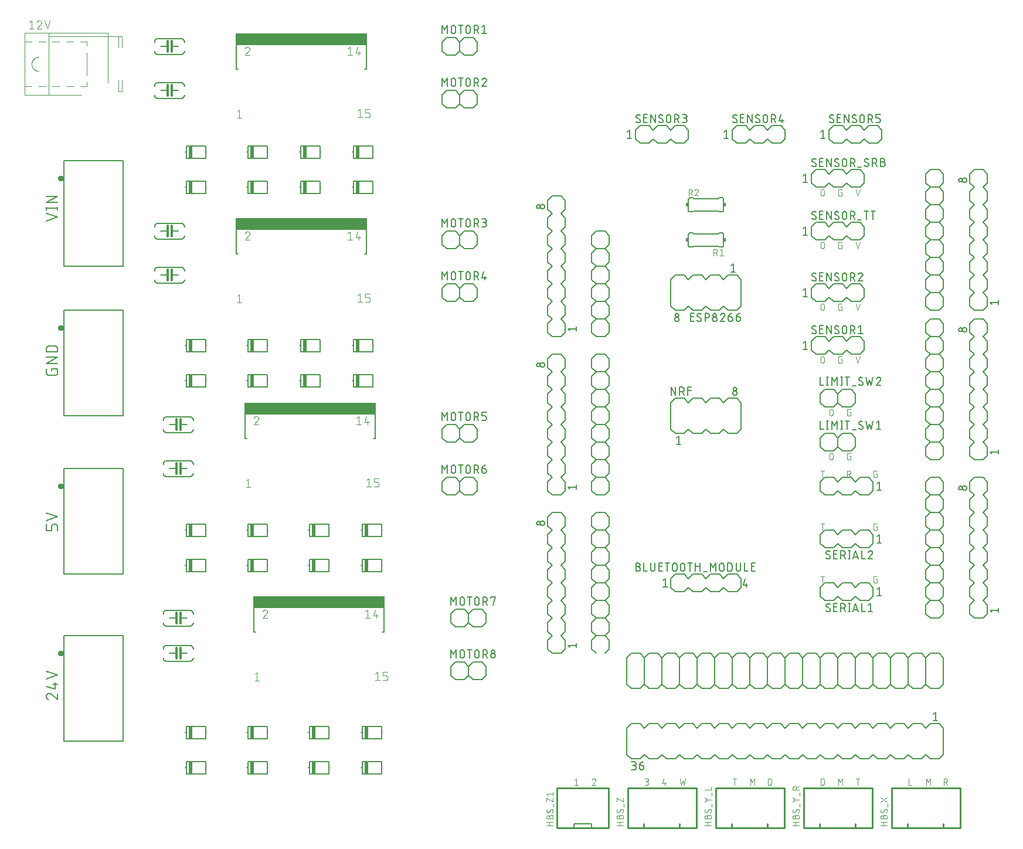
<source format=gto>
G75*
%MOIN*%
%OFA0B0*%
%FSLAX25Y25*%
%IPPOS*%
%LPD*%
%AMOC8*
5,1,8,0,0,1.08239X$1,22.5*
%
%ADD10C,0.00300*%
%ADD11C,0.00600*%
%ADD12C,0.00500*%
%ADD13C,0.01200*%
%ADD14R,0.02000X0.07000*%
%ADD15C,0.01000*%
%ADD16C,0.00400*%
%ADD17C,0.00787*%
%ADD18R,0.74606X0.06594*%
%ADD19C,0.01575*%
%ADD20C,0.00394*%
%ADD21R,0.01500X0.02000*%
D10*
X0316450Y0031450D02*
X0318506Y0031450D01*
X0317478Y0031450D02*
X0317478Y0035150D01*
X0316450Y0034328D01*
X0326450Y0031450D02*
X0328506Y0031450D01*
X0326450Y0031450D02*
X0328197Y0033506D01*
X0327581Y0035150D02*
X0327513Y0035148D01*
X0327445Y0035142D01*
X0327378Y0035133D01*
X0327312Y0035119D01*
X0327246Y0035102D01*
X0327181Y0035081D01*
X0327118Y0035056D01*
X0327056Y0035028D01*
X0326996Y0034996D01*
X0326938Y0034961D01*
X0326882Y0034923D01*
X0326829Y0034881D01*
X0326777Y0034837D01*
X0326729Y0034789D01*
X0326683Y0034739D01*
X0326640Y0034687D01*
X0326600Y0034632D01*
X0326563Y0034575D01*
X0326530Y0034516D01*
X0326500Y0034455D01*
X0326474Y0034392D01*
X0326451Y0034328D01*
X0328198Y0033505D02*
X0328241Y0033549D01*
X0328282Y0033596D01*
X0328319Y0033645D01*
X0328354Y0033696D01*
X0328385Y0033750D01*
X0328413Y0033805D01*
X0328437Y0033862D01*
X0328458Y0033920D01*
X0328475Y0033980D01*
X0328489Y0034040D01*
X0328498Y0034101D01*
X0328504Y0034163D01*
X0328506Y0034225D01*
X0328504Y0034283D01*
X0328499Y0034341D01*
X0328490Y0034398D01*
X0328477Y0034455D01*
X0328461Y0034511D01*
X0328441Y0034566D01*
X0328418Y0034619D01*
X0328392Y0034671D01*
X0328362Y0034721D01*
X0328329Y0034769D01*
X0328294Y0034815D01*
X0328255Y0034858D01*
X0328214Y0034899D01*
X0328171Y0034938D01*
X0328125Y0034973D01*
X0328077Y0035006D01*
X0328027Y0035036D01*
X0327975Y0035062D01*
X0327922Y0035085D01*
X0327867Y0035105D01*
X0327811Y0035121D01*
X0327754Y0035134D01*
X0327697Y0035143D01*
X0327639Y0035148D01*
X0327581Y0035150D01*
X0356450Y0035150D02*
X0357683Y0035150D01*
X0357739Y0035148D01*
X0357795Y0035142D01*
X0357850Y0035133D01*
X0357905Y0035120D01*
X0357958Y0035103D01*
X0358010Y0035082D01*
X0358061Y0035058D01*
X0358110Y0035030D01*
X0358157Y0035000D01*
X0358202Y0034966D01*
X0358244Y0034929D01*
X0358284Y0034889D01*
X0358321Y0034847D01*
X0358355Y0034802D01*
X0358385Y0034755D01*
X0358413Y0034706D01*
X0358437Y0034655D01*
X0358458Y0034603D01*
X0358475Y0034550D01*
X0358488Y0034495D01*
X0358497Y0034440D01*
X0358503Y0034384D01*
X0358505Y0034328D01*
X0358503Y0034272D01*
X0358497Y0034216D01*
X0358488Y0034161D01*
X0358475Y0034106D01*
X0358458Y0034053D01*
X0358437Y0034001D01*
X0358413Y0033950D01*
X0358385Y0033901D01*
X0358355Y0033854D01*
X0358321Y0033809D01*
X0358284Y0033767D01*
X0358244Y0033727D01*
X0358202Y0033690D01*
X0358157Y0033656D01*
X0358110Y0033626D01*
X0358061Y0033598D01*
X0358010Y0033574D01*
X0357958Y0033553D01*
X0357905Y0033536D01*
X0357850Y0033523D01*
X0357795Y0033514D01*
X0357739Y0033508D01*
X0357683Y0033506D01*
X0356861Y0033506D01*
X0357478Y0033506D02*
X0357541Y0033504D01*
X0357604Y0033498D01*
X0357667Y0033488D01*
X0357729Y0033475D01*
X0357790Y0033458D01*
X0357849Y0033437D01*
X0357908Y0033412D01*
X0357964Y0033384D01*
X0358019Y0033352D01*
X0358072Y0033317D01*
X0358122Y0033279D01*
X0358171Y0033238D01*
X0358216Y0033194D01*
X0358259Y0033147D01*
X0358298Y0033098D01*
X0358335Y0033046D01*
X0358368Y0032992D01*
X0358398Y0032936D01*
X0358425Y0032879D01*
X0358448Y0032820D01*
X0358467Y0032759D01*
X0358482Y0032698D01*
X0358494Y0032636D01*
X0358502Y0032573D01*
X0358506Y0032510D01*
X0358506Y0032446D01*
X0358502Y0032383D01*
X0358494Y0032320D01*
X0358482Y0032258D01*
X0358467Y0032197D01*
X0358448Y0032136D01*
X0358425Y0032077D01*
X0358398Y0032020D01*
X0358368Y0031964D01*
X0358335Y0031910D01*
X0358298Y0031858D01*
X0358259Y0031809D01*
X0358216Y0031762D01*
X0358171Y0031718D01*
X0358122Y0031677D01*
X0358072Y0031639D01*
X0358019Y0031604D01*
X0357964Y0031572D01*
X0357908Y0031544D01*
X0357849Y0031519D01*
X0357790Y0031498D01*
X0357729Y0031481D01*
X0357667Y0031468D01*
X0357604Y0031458D01*
X0357541Y0031452D01*
X0357478Y0031450D01*
X0356450Y0031450D01*
X0366450Y0032272D02*
X0368506Y0032272D01*
X0367889Y0033094D02*
X0367889Y0031450D01*
X0366450Y0032272D02*
X0367272Y0035150D01*
X0376450Y0035150D02*
X0377272Y0031450D01*
X0378094Y0033917D01*
X0378917Y0031450D01*
X0379739Y0035150D01*
X0406450Y0035150D02*
X0408506Y0035150D01*
X0407478Y0035150D02*
X0407478Y0031450D01*
X0416450Y0031450D02*
X0416450Y0035150D01*
X0417683Y0033094D01*
X0418917Y0035150D01*
X0418917Y0031450D01*
X0426450Y0031450D02*
X0426450Y0035150D01*
X0427478Y0035150D01*
X0427540Y0035148D01*
X0427602Y0035143D01*
X0427663Y0035133D01*
X0427724Y0035120D01*
X0427784Y0035103D01*
X0427843Y0035083D01*
X0427900Y0035059D01*
X0427956Y0035032D01*
X0428010Y0035002D01*
X0428062Y0034968D01*
X0428112Y0034931D01*
X0428160Y0034891D01*
X0428205Y0034849D01*
X0428247Y0034804D01*
X0428287Y0034756D01*
X0428324Y0034706D01*
X0428358Y0034654D01*
X0428388Y0034600D01*
X0428415Y0034544D01*
X0428439Y0034487D01*
X0428459Y0034428D01*
X0428476Y0034368D01*
X0428489Y0034307D01*
X0428499Y0034246D01*
X0428504Y0034184D01*
X0428506Y0034122D01*
X0428506Y0032478D01*
X0428504Y0032416D01*
X0428499Y0032354D01*
X0428489Y0032293D01*
X0428476Y0032232D01*
X0428459Y0032172D01*
X0428439Y0032113D01*
X0428415Y0032056D01*
X0428388Y0032000D01*
X0428358Y0031946D01*
X0428324Y0031894D01*
X0428287Y0031844D01*
X0428247Y0031796D01*
X0428205Y0031751D01*
X0428160Y0031709D01*
X0428112Y0031669D01*
X0428062Y0031632D01*
X0428010Y0031598D01*
X0427956Y0031568D01*
X0427900Y0031541D01*
X0427843Y0031517D01*
X0427784Y0031497D01*
X0427724Y0031480D01*
X0427663Y0031467D01*
X0427602Y0031457D01*
X0427540Y0031452D01*
X0427478Y0031450D01*
X0426450Y0031450D01*
X0456450Y0031450D02*
X0457478Y0031450D01*
X0457540Y0031452D01*
X0457602Y0031457D01*
X0457663Y0031467D01*
X0457724Y0031480D01*
X0457784Y0031497D01*
X0457843Y0031517D01*
X0457900Y0031541D01*
X0457956Y0031568D01*
X0458010Y0031598D01*
X0458062Y0031632D01*
X0458112Y0031669D01*
X0458160Y0031709D01*
X0458205Y0031751D01*
X0458247Y0031796D01*
X0458287Y0031844D01*
X0458324Y0031894D01*
X0458358Y0031946D01*
X0458388Y0032000D01*
X0458415Y0032056D01*
X0458439Y0032113D01*
X0458459Y0032172D01*
X0458476Y0032232D01*
X0458489Y0032293D01*
X0458499Y0032354D01*
X0458504Y0032416D01*
X0458506Y0032478D01*
X0458506Y0034122D01*
X0458504Y0034184D01*
X0458499Y0034246D01*
X0458489Y0034307D01*
X0458476Y0034368D01*
X0458459Y0034428D01*
X0458439Y0034487D01*
X0458415Y0034544D01*
X0458388Y0034600D01*
X0458358Y0034654D01*
X0458324Y0034706D01*
X0458287Y0034756D01*
X0458247Y0034804D01*
X0458205Y0034849D01*
X0458160Y0034891D01*
X0458112Y0034931D01*
X0458062Y0034968D01*
X0458010Y0035002D01*
X0457956Y0035032D01*
X0457900Y0035059D01*
X0457843Y0035083D01*
X0457784Y0035103D01*
X0457724Y0035120D01*
X0457663Y0035133D01*
X0457602Y0035143D01*
X0457540Y0035148D01*
X0457478Y0035150D01*
X0456450Y0035150D01*
X0456450Y0031450D01*
X0466450Y0031450D02*
X0466450Y0035150D01*
X0467683Y0033094D01*
X0468917Y0035150D01*
X0468917Y0031450D01*
X0476450Y0035150D02*
X0478506Y0035150D01*
X0477478Y0035150D02*
X0477478Y0031450D01*
X0506450Y0031450D02*
X0508094Y0031450D01*
X0506450Y0031450D02*
X0506450Y0035150D01*
X0516450Y0035150D02*
X0516450Y0031450D01*
X0517683Y0033094D02*
X0516450Y0035150D01*
X0517683Y0033094D02*
X0518917Y0035150D01*
X0518917Y0031450D01*
X0526450Y0031450D02*
X0526450Y0035150D01*
X0527478Y0035150D01*
X0527541Y0035148D01*
X0527604Y0035142D01*
X0527667Y0035132D01*
X0527729Y0035119D01*
X0527790Y0035102D01*
X0527849Y0035081D01*
X0527908Y0035056D01*
X0527964Y0035028D01*
X0528019Y0034996D01*
X0528072Y0034961D01*
X0528122Y0034923D01*
X0528171Y0034882D01*
X0528216Y0034838D01*
X0528259Y0034791D01*
X0528298Y0034742D01*
X0528335Y0034690D01*
X0528368Y0034636D01*
X0528398Y0034580D01*
X0528425Y0034523D01*
X0528448Y0034464D01*
X0528467Y0034403D01*
X0528482Y0034342D01*
X0528494Y0034280D01*
X0528502Y0034217D01*
X0528506Y0034154D01*
X0528506Y0034090D01*
X0528502Y0034027D01*
X0528494Y0033964D01*
X0528482Y0033902D01*
X0528467Y0033841D01*
X0528448Y0033780D01*
X0528425Y0033721D01*
X0528398Y0033664D01*
X0528368Y0033608D01*
X0528335Y0033554D01*
X0528298Y0033502D01*
X0528259Y0033453D01*
X0528216Y0033406D01*
X0528171Y0033362D01*
X0528122Y0033321D01*
X0528072Y0033283D01*
X0528019Y0033248D01*
X0527964Y0033216D01*
X0527908Y0033188D01*
X0527849Y0033163D01*
X0527790Y0033142D01*
X0527729Y0033125D01*
X0527667Y0033112D01*
X0527604Y0033102D01*
X0527541Y0033096D01*
X0527478Y0033094D01*
X0526450Y0033094D01*
X0527683Y0033094D02*
X0528506Y0031450D01*
X0488506Y0146450D02*
X0487272Y0146450D01*
X0487216Y0146452D01*
X0487160Y0146458D01*
X0487105Y0146467D01*
X0487050Y0146480D01*
X0486997Y0146497D01*
X0486945Y0146518D01*
X0486894Y0146542D01*
X0486845Y0146570D01*
X0486798Y0146600D01*
X0486753Y0146634D01*
X0486711Y0146671D01*
X0486671Y0146711D01*
X0486634Y0146753D01*
X0486600Y0146798D01*
X0486570Y0146845D01*
X0486542Y0146894D01*
X0486518Y0146945D01*
X0486497Y0146997D01*
X0486480Y0147050D01*
X0486467Y0147105D01*
X0486458Y0147160D01*
X0486452Y0147216D01*
X0486450Y0147272D01*
X0486450Y0149328D01*
X0486452Y0149384D01*
X0486458Y0149440D01*
X0486467Y0149495D01*
X0486480Y0149550D01*
X0486497Y0149603D01*
X0486518Y0149655D01*
X0486542Y0149706D01*
X0486570Y0149755D01*
X0486600Y0149802D01*
X0486634Y0149847D01*
X0486671Y0149889D01*
X0486711Y0149929D01*
X0486753Y0149966D01*
X0486798Y0150000D01*
X0486845Y0150030D01*
X0486894Y0150058D01*
X0486945Y0150082D01*
X0486997Y0150103D01*
X0487050Y0150120D01*
X0487105Y0150133D01*
X0487160Y0150142D01*
X0487216Y0150148D01*
X0487272Y0150150D01*
X0488506Y0150150D01*
X0488506Y0148506D02*
X0488506Y0146450D01*
X0488506Y0148506D02*
X0487889Y0148506D01*
X0488506Y0176450D02*
X0487272Y0176450D01*
X0487216Y0176452D01*
X0487160Y0176458D01*
X0487105Y0176467D01*
X0487050Y0176480D01*
X0486997Y0176497D01*
X0486945Y0176518D01*
X0486894Y0176542D01*
X0486845Y0176570D01*
X0486798Y0176600D01*
X0486753Y0176634D01*
X0486711Y0176671D01*
X0486671Y0176711D01*
X0486634Y0176753D01*
X0486600Y0176798D01*
X0486570Y0176845D01*
X0486542Y0176894D01*
X0486518Y0176945D01*
X0486497Y0176997D01*
X0486480Y0177050D01*
X0486467Y0177105D01*
X0486458Y0177160D01*
X0486452Y0177216D01*
X0486450Y0177272D01*
X0486450Y0179328D01*
X0486452Y0179384D01*
X0486458Y0179440D01*
X0486467Y0179495D01*
X0486480Y0179550D01*
X0486497Y0179603D01*
X0486518Y0179655D01*
X0486542Y0179706D01*
X0486570Y0179755D01*
X0486600Y0179802D01*
X0486634Y0179847D01*
X0486671Y0179889D01*
X0486711Y0179929D01*
X0486753Y0179966D01*
X0486798Y0180000D01*
X0486845Y0180030D01*
X0486894Y0180058D01*
X0486945Y0180082D01*
X0486997Y0180103D01*
X0487050Y0180120D01*
X0487105Y0180133D01*
X0487160Y0180142D01*
X0487216Y0180148D01*
X0487272Y0180150D01*
X0488506Y0180150D01*
X0488506Y0178506D02*
X0488506Y0176450D01*
X0488506Y0178506D02*
X0487889Y0178506D01*
X0458506Y0180150D02*
X0456450Y0180150D01*
X0457478Y0180150D02*
X0457478Y0176450D01*
X0457478Y0150150D02*
X0457478Y0146450D01*
X0456450Y0150150D02*
X0458506Y0150150D01*
X0457478Y0206450D02*
X0457478Y0210150D01*
X0456450Y0210150D02*
X0458506Y0210150D01*
X0461450Y0217478D02*
X0461450Y0219122D01*
X0461452Y0219185D01*
X0461458Y0219248D01*
X0461468Y0219311D01*
X0461481Y0219373D01*
X0461498Y0219434D01*
X0461519Y0219493D01*
X0461544Y0219552D01*
X0461572Y0219608D01*
X0461604Y0219663D01*
X0461639Y0219716D01*
X0461677Y0219766D01*
X0461718Y0219815D01*
X0461762Y0219860D01*
X0461809Y0219903D01*
X0461858Y0219942D01*
X0461910Y0219979D01*
X0461964Y0220012D01*
X0462020Y0220042D01*
X0462077Y0220069D01*
X0462136Y0220092D01*
X0462197Y0220111D01*
X0462258Y0220126D01*
X0462320Y0220138D01*
X0462383Y0220146D01*
X0462446Y0220150D01*
X0462510Y0220150D01*
X0462573Y0220146D01*
X0462636Y0220138D01*
X0462698Y0220126D01*
X0462759Y0220111D01*
X0462820Y0220092D01*
X0462879Y0220069D01*
X0462936Y0220042D01*
X0462992Y0220012D01*
X0463046Y0219979D01*
X0463098Y0219942D01*
X0463147Y0219903D01*
X0463194Y0219860D01*
X0463238Y0219815D01*
X0463279Y0219766D01*
X0463317Y0219716D01*
X0463352Y0219663D01*
X0463384Y0219608D01*
X0463412Y0219552D01*
X0463437Y0219493D01*
X0463458Y0219434D01*
X0463475Y0219373D01*
X0463488Y0219311D01*
X0463498Y0219248D01*
X0463504Y0219185D01*
X0463506Y0219122D01*
X0463506Y0217478D01*
X0463504Y0217415D01*
X0463498Y0217352D01*
X0463488Y0217289D01*
X0463475Y0217227D01*
X0463458Y0217166D01*
X0463437Y0217107D01*
X0463412Y0217048D01*
X0463384Y0216992D01*
X0463352Y0216937D01*
X0463317Y0216884D01*
X0463279Y0216834D01*
X0463238Y0216785D01*
X0463194Y0216740D01*
X0463147Y0216697D01*
X0463098Y0216658D01*
X0463046Y0216621D01*
X0462992Y0216588D01*
X0462936Y0216558D01*
X0462879Y0216531D01*
X0462820Y0216508D01*
X0462759Y0216489D01*
X0462698Y0216474D01*
X0462636Y0216462D01*
X0462573Y0216454D01*
X0462510Y0216450D01*
X0462446Y0216450D01*
X0462383Y0216454D01*
X0462320Y0216462D01*
X0462258Y0216474D01*
X0462197Y0216489D01*
X0462136Y0216508D01*
X0462077Y0216531D01*
X0462020Y0216558D01*
X0461964Y0216588D01*
X0461910Y0216621D01*
X0461858Y0216658D01*
X0461809Y0216697D01*
X0461762Y0216740D01*
X0461718Y0216785D01*
X0461677Y0216834D01*
X0461639Y0216884D01*
X0461604Y0216937D01*
X0461572Y0216992D01*
X0461544Y0217048D01*
X0461519Y0217107D01*
X0461498Y0217166D01*
X0461481Y0217227D01*
X0461468Y0217289D01*
X0461458Y0217352D01*
X0461452Y0217415D01*
X0461450Y0217478D01*
X0471450Y0217272D02*
X0471450Y0219328D01*
X0471452Y0219384D01*
X0471458Y0219440D01*
X0471467Y0219495D01*
X0471480Y0219550D01*
X0471497Y0219603D01*
X0471518Y0219655D01*
X0471542Y0219706D01*
X0471570Y0219755D01*
X0471600Y0219802D01*
X0471634Y0219847D01*
X0471671Y0219889D01*
X0471711Y0219929D01*
X0471753Y0219966D01*
X0471798Y0220000D01*
X0471845Y0220030D01*
X0471894Y0220058D01*
X0471945Y0220082D01*
X0471997Y0220103D01*
X0472050Y0220120D01*
X0472105Y0220133D01*
X0472160Y0220142D01*
X0472216Y0220148D01*
X0472272Y0220150D01*
X0473506Y0220150D01*
X0473506Y0218506D02*
X0473506Y0216450D01*
X0472272Y0216450D01*
X0472216Y0216452D01*
X0472160Y0216458D01*
X0472105Y0216467D01*
X0472050Y0216480D01*
X0471997Y0216497D01*
X0471945Y0216518D01*
X0471894Y0216542D01*
X0471845Y0216570D01*
X0471798Y0216600D01*
X0471753Y0216634D01*
X0471711Y0216671D01*
X0471671Y0216711D01*
X0471634Y0216753D01*
X0471600Y0216798D01*
X0471570Y0216845D01*
X0471542Y0216894D01*
X0471518Y0216945D01*
X0471497Y0216997D01*
X0471480Y0217050D01*
X0471467Y0217105D01*
X0471458Y0217160D01*
X0471452Y0217216D01*
X0471450Y0217272D01*
X0472889Y0218506D02*
X0473506Y0218506D01*
X0472478Y0210150D02*
X0471450Y0210150D01*
X0471450Y0206450D01*
X0471450Y0208094D02*
X0472478Y0208094D01*
X0472683Y0208094D02*
X0473506Y0206450D01*
X0472478Y0208094D02*
X0472541Y0208096D01*
X0472604Y0208102D01*
X0472667Y0208112D01*
X0472729Y0208125D01*
X0472790Y0208142D01*
X0472849Y0208163D01*
X0472908Y0208188D01*
X0472964Y0208216D01*
X0473019Y0208248D01*
X0473072Y0208283D01*
X0473122Y0208321D01*
X0473171Y0208362D01*
X0473216Y0208406D01*
X0473259Y0208453D01*
X0473298Y0208502D01*
X0473335Y0208554D01*
X0473368Y0208608D01*
X0473398Y0208664D01*
X0473425Y0208721D01*
X0473448Y0208780D01*
X0473467Y0208841D01*
X0473482Y0208902D01*
X0473494Y0208964D01*
X0473502Y0209027D01*
X0473506Y0209090D01*
X0473506Y0209154D01*
X0473502Y0209217D01*
X0473494Y0209280D01*
X0473482Y0209342D01*
X0473467Y0209403D01*
X0473448Y0209464D01*
X0473425Y0209523D01*
X0473398Y0209580D01*
X0473368Y0209636D01*
X0473335Y0209690D01*
X0473298Y0209742D01*
X0473259Y0209791D01*
X0473216Y0209838D01*
X0473171Y0209882D01*
X0473122Y0209923D01*
X0473072Y0209961D01*
X0473019Y0209996D01*
X0472964Y0210028D01*
X0472908Y0210056D01*
X0472849Y0210081D01*
X0472790Y0210102D01*
X0472729Y0210119D01*
X0472667Y0210132D01*
X0472604Y0210142D01*
X0472541Y0210148D01*
X0472478Y0210150D01*
X0486450Y0209328D02*
X0486450Y0207272D01*
X0486452Y0207216D01*
X0486458Y0207160D01*
X0486467Y0207105D01*
X0486480Y0207050D01*
X0486497Y0206997D01*
X0486518Y0206945D01*
X0486542Y0206894D01*
X0486570Y0206845D01*
X0486600Y0206798D01*
X0486634Y0206753D01*
X0486671Y0206711D01*
X0486711Y0206671D01*
X0486753Y0206634D01*
X0486798Y0206600D01*
X0486845Y0206570D01*
X0486894Y0206542D01*
X0486945Y0206518D01*
X0486997Y0206497D01*
X0487050Y0206480D01*
X0487105Y0206467D01*
X0487160Y0206458D01*
X0487216Y0206452D01*
X0487272Y0206450D01*
X0488506Y0206450D01*
X0488506Y0208506D01*
X0487889Y0208506D01*
X0486450Y0209328D02*
X0486452Y0209384D01*
X0486458Y0209440D01*
X0486467Y0209495D01*
X0486480Y0209550D01*
X0486497Y0209603D01*
X0486518Y0209655D01*
X0486542Y0209706D01*
X0486570Y0209755D01*
X0486600Y0209802D01*
X0486634Y0209847D01*
X0486671Y0209889D01*
X0486711Y0209929D01*
X0486753Y0209966D01*
X0486798Y0210000D01*
X0486845Y0210030D01*
X0486894Y0210058D01*
X0486945Y0210082D01*
X0486997Y0210103D01*
X0487050Y0210120D01*
X0487105Y0210133D01*
X0487160Y0210142D01*
X0487216Y0210148D01*
X0487272Y0210150D01*
X0488506Y0210150D01*
X0473506Y0241450D02*
X0472272Y0241450D01*
X0472216Y0241452D01*
X0472160Y0241458D01*
X0472105Y0241467D01*
X0472050Y0241480D01*
X0471997Y0241497D01*
X0471945Y0241518D01*
X0471894Y0241542D01*
X0471845Y0241570D01*
X0471798Y0241600D01*
X0471753Y0241634D01*
X0471711Y0241671D01*
X0471671Y0241711D01*
X0471634Y0241753D01*
X0471600Y0241798D01*
X0471570Y0241845D01*
X0471542Y0241894D01*
X0471518Y0241945D01*
X0471497Y0241997D01*
X0471480Y0242050D01*
X0471467Y0242105D01*
X0471458Y0242160D01*
X0471452Y0242216D01*
X0471450Y0242272D01*
X0471450Y0244328D01*
X0471452Y0244384D01*
X0471458Y0244440D01*
X0471467Y0244495D01*
X0471480Y0244550D01*
X0471497Y0244603D01*
X0471518Y0244655D01*
X0471542Y0244706D01*
X0471570Y0244755D01*
X0471600Y0244802D01*
X0471634Y0244847D01*
X0471671Y0244889D01*
X0471711Y0244929D01*
X0471753Y0244966D01*
X0471798Y0245000D01*
X0471845Y0245030D01*
X0471894Y0245058D01*
X0471945Y0245082D01*
X0471997Y0245103D01*
X0472050Y0245120D01*
X0472105Y0245133D01*
X0472160Y0245142D01*
X0472216Y0245148D01*
X0472272Y0245150D01*
X0473506Y0245150D01*
X0473506Y0243506D02*
X0473506Y0241450D01*
X0473506Y0243506D02*
X0472889Y0243506D01*
X0463506Y0244122D02*
X0463506Y0242478D01*
X0463504Y0242415D01*
X0463498Y0242352D01*
X0463488Y0242289D01*
X0463475Y0242227D01*
X0463458Y0242166D01*
X0463437Y0242107D01*
X0463412Y0242048D01*
X0463384Y0241992D01*
X0463352Y0241937D01*
X0463317Y0241884D01*
X0463279Y0241834D01*
X0463238Y0241785D01*
X0463194Y0241740D01*
X0463147Y0241697D01*
X0463098Y0241658D01*
X0463046Y0241621D01*
X0462992Y0241588D01*
X0462936Y0241558D01*
X0462879Y0241531D01*
X0462820Y0241508D01*
X0462759Y0241489D01*
X0462698Y0241474D01*
X0462636Y0241462D01*
X0462573Y0241454D01*
X0462510Y0241450D01*
X0462446Y0241450D01*
X0462383Y0241454D01*
X0462320Y0241462D01*
X0462258Y0241474D01*
X0462197Y0241489D01*
X0462136Y0241508D01*
X0462077Y0241531D01*
X0462020Y0241558D01*
X0461964Y0241588D01*
X0461910Y0241621D01*
X0461858Y0241658D01*
X0461809Y0241697D01*
X0461762Y0241740D01*
X0461718Y0241785D01*
X0461677Y0241834D01*
X0461639Y0241884D01*
X0461604Y0241937D01*
X0461572Y0241992D01*
X0461544Y0242048D01*
X0461519Y0242107D01*
X0461498Y0242166D01*
X0461481Y0242227D01*
X0461468Y0242289D01*
X0461458Y0242352D01*
X0461452Y0242415D01*
X0461450Y0242478D01*
X0461450Y0244122D01*
X0461452Y0244185D01*
X0461458Y0244248D01*
X0461468Y0244311D01*
X0461481Y0244373D01*
X0461498Y0244434D01*
X0461519Y0244493D01*
X0461544Y0244552D01*
X0461572Y0244608D01*
X0461604Y0244663D01*
X0461639Y0244716D01*
X0461677Y0244766D01*
X0461718Y0244815D01*
X0461762Y0244860D01*
X0461809Y0244903D01*
X0461858Y0244942D01*
X0461910Y0244979D01*
X0461964Y0245012D01*
X0462020Y0245042D01*
X0462077Y0245069D01*
X0462136Y0245092D01*
X0462197Y0245111D01*
X0462258Y0245126D01*
X0462320Y0245138D01*
X0462383Y0245146D01*
X0462446Y0245150D01*
X0462510Y0245150D01*
X0462573Y0245146D01*
X0462636Y0245138D01*
X0462698Y0245126D01*
X0462759Y0245111D01*
X0462820Y0245092D01*
X0462879Y0245069D01*
X0462936Y0245042D01*
X0462992Y0245012D01*
X0463046Y0244979D01*
X0463098Y0244942D01*
X0463147Y0244903D01*
X0463194Y0244860D01*
X0463238Y0244815D01*
X0463279Y0244766D01*
X0463317Y0244716D01*
X0463352Y0244663D01*
X0463384Y0244608D01*
X0463412Y0244552D01*
X0463437Y0244493D01*
X0463458Y0244434D01*
X0463475Y0244373D01*
X0463488Y0244311D01*
X0463498Y0244248D01*
X0463504Y0244185D01*
X0463506Y0244122D01*
X0467272Y0271450D02*
X0468506Y0271450D01*
X0468506Y0273506D01*
X0467889Y0273506D01*
X0466450Y0274328D02*
X0466452Y0274384D01*
X0466458Y0274440D01*
X0466467Y0274495D01*
X0466480Y0274550D01*
X0466497Y0274603D01*
X0466518Y0274655D01*
X0466542Y0274706D01*
X0466570Y0274755D01*
X0466600Y0274802D01*
X0466634Y0274847D01*
X0466671Y0274889D01*
X0466711Y0274929D01*
X0466753Y0274966D01*
X0466798Y0275000D01*
X0466845Y0275030D01*
X0466894Y0275058D01*
X0466945Y0275082D01*
X0466997Y0275103D01*
X0467050Y0275120D01*
X0467105Y0275133D01*
X0467160Y0275142D01*
X0467216Y0275148D01*
X0467272Y0275150D01*
X0468506Y0275150D01*
X0466450Y0274328D02*
X0466450Y0272272D01*
X0466452Y0272216D01*
X0466458Y0272160D01*
X0466467Y0272105D01*
X0466480Y0272050D01*
X0466497Y0271997D01*
X0466518Y0271945D01*
X0466542Y0271894D01*
X0466570Y0271845D01*
X0466600Y0271798D01*
X0466634Y0271753D01*
X0466671Y0271711D01*
X0466711Y0271671D01*
X0466753Y0271634D01*
X0466798Y0271600D01*
X0466845Y0271570D01*
X0466894Y0271542D01*
X0466945Y0271518D01*
X0466997Y0271497D01*
X0467050Y0271480D01*
X0467105Y0271467D01*
X0467160Y0271458D01*
X0467216Y0271452D01*
X0467272Y0271450D01*
X0476450Y0275150D02*
X0477683Y0271450D01*
X0478917Y0275150D01*
X0458506Y0274122D02*
X0458506Y0272478D01*
X0458504Y0272415D01*
X0458498Y0272352D01*
X0458488Y0272289D01*
X0458475Y0272227D01*
X0458458Y0272166D01*
X0458437Y0272107D01*
X0458412Y0272048D01*
X0458384Y0271992D01*
X0458352Y0271937D01*
X0458317Y0271884D01*
X0458279Y0271834D01*
X0458238Y0271785D01*
X0458194Y0271740D01*
X0458147Y0271697D01*
X0458098Y0271658D01*
X0458046Y0271621D01*
X0457992Y0271588D01*
X0457936Y0271558D01*
X0457879Y0271531D01*
X0457820Y0271508D01*
X0457759Y0271489D01*
X0457698Y0271474D01*
X0457636Y0271462D01*
X0457573Y0271454D01*
X0457510Y0271450D01*
X0457446Y0271450D01*
X0457383Y0271454D01*
X0457320Y0271462D01*
X0457258Y0271474D01*
X0457197Y0271489D01*
X0457136Y0271508D01*
X0457077Y0271531D01*
X0457020Y0271558D01*
X0456964Y0271588D01*
X0456910Y0271621D01*
X0456858Y0271658D01*
X0456809Y0271697D01*
X0456762Y0271740D01*
X0456718Y0271785D01*
X0456677Y0271834D01*
X0456639Y0271884D01*
X0456604Y0271937D01*
X0456572Y0271992D01*
X0456544Y0272048D01*
X0456519Y0272107D01*
X0456498Y0272166D01*
X0456481Y0272227D01*
X0456468Y0272289D01*
X0456458Y0272352D01*
X0456452Y0272415D01*
X0456450Y0272478D01*
X0456450Y0274122D01*
X0456452Y0274185D01*
X0456458Y0274248D01*
X0456468Y0274311D01*
X0456481Y0274373D01*
X0456498Y0274434D01*
X0456519Y0274493D01*
X0456544Y0274552D01*
X0456572Y0274608D01*
X0456604Y0274663D01*
X0456639Y0274716D01*
X0456677Y0274766D01*
X0456718Y0274815D01*
X0456762Y0274860D01*
X0456809Y0274903D01*
X0456858Y0274942D01*
X0456910Y0274979D01*
X0456964Y0275012D01*
X0457020Y0275042D01*
X0457077Y0275069D01*
X0457136Y0275092D01*
X0457197Y0275111D01*
X0457258Y0275126D01*
X0457320Y0275138D01*
X0457383Y0275146D01*
X0457446Y0275150D01*
X0457510Y0275150D01*
X0457573Y0275146D01*
X0457636Y0275138D01*
X0457698Y0275126D01*
X0457759Y0275111D01*
X0457820Y0275092D01*
X0457879Y0275069D01*
X0457936Y0275042D01*
X0457992Y0275012D01*
X0458046Y0274979D01*
X0458098Y0274942D01*
X0458147Y0274903D01*
X0458194Y0274860D01*
X0458238Y0274815D01*
X0458279Y0274766D01*
X0458317Y0274716D01*
X0458352Y0274663D01*
X0458384Y0274608D01*
X0458412Y0274552D01*
X0458437Y0274493D01*
X0458458Y0274434D01*
X0458475Y0274373D01*
X0458488Y0274311D01*
X0458498Y0274248D01*
X0458504Y0274185D01*
X0458506Y0274122D01*
X0458506Y0302478D02*
X0458506Y0304122D01*
X0458504Y0304185D01*
X0458498Y0304248D01*
X0458488Y0304311D01*
X0458475Y0304373D01*
X0458458Y0304434D01*
X0458437Y0304493D01*
X0458412Y0304552D01*
X0458384Y0304608D01*
X0458352Y0304663D01*
X0458317Y0304716D01*
X0458279Y0304766D01*
X0458238Y0304815D01*
X0458194Y0304860D01*
X0458147Y0304903D01*
X0458098Y0304942D01*
X0458046Y0304979D01*
X0457992Y0305012D01*
X0457936Y0305042D01*
X0457879Y0305069D01*
X0457820Y0305092D01*
X0457759Y0305111D01*
X0457698Y0305126D01*
X0457636Y0305138D01*
X0457573Y0305146D01*
X0457510Y0305150D01*
X0457446Y0305150D01*
X0457383Y0305146D01*
X0457320Y0305138D01*
X0457258Y0305126D01*
X0457197Y0305111D01*
X0457136Y0305092D01*
X0457077Y0305069D01*
X0457020Y0305042D01*
X0456964Y0305012D01*
X0456910Y0304979D01*
X0456858Y0304942D01*
X0456809Y0304903D01*
X0456762Y0304860D01*
X0456718Y0304815D01*
X0456677Y0304766D01*
X0456639Y0304716D01*
X0456604Y0304663D01*
X0456572Y0304608D01*
X0456544Y0304552D01*
X0456519Y0304493D01*
X0456498Y0304434D01*
X0456481Y0304373D01*
X0456468Y0304311D01*
X0456458Y0304248D01*
X0456452Y0304185D01*
X0456450Y0304122D01*
X0456450Y0302478D01*
X0456452Y0302415D01*
X0456458Y0302352D01*
X0456468Y0302289D01*
X0456481Y0302227D01*
X0456498Y0302166D01*
X0456519Y0302107D01*
X0456544Y0302048D01*
X0456572Y0301992D01*
X0456604Y0301937D01*
X0456639Y0301884D01*
X0456677Y0301834D01*
X0456718Y0301785D01*
X0456762Y0301740D01*
X0456809Y0301697D01*
X0456858Y0301658D01*
X0456910Y0301621D01*
X0456964Y0301588D01*
X0457020Y0301558D01*
X0457077Y0301531D01*
X0457136Y0301508D01*
X0457197Y0301489D01*
X0457258Y0301474D01*
X0457320Y0301462D01*
X0457383Y0301454D01*
X0457446Y0301450D01*
X0457510Y0301450D01*
X0457573Y0301454D01*
X0457636Y0301462D01*
X0457698Y0301474D01*
X0457759Y0301489D01*
X0457820Y0301508D01*
X0457879Y0301531D01*
X0457936Y0301558D01*
X0457992Y0301588D01*
X0458046Y0301621D01*
X0458098Y0301658D01*
X0458147Y0301697D01*
X0458194Y0301740D01*
X0458238Y0301785D01*
X0458279Y0301834D01*
X0458317Y0301884D01*
X0458352Y0301937D01*
X0458384Y0301992D01*
X0458412Y0302048D01*
X0458437Y0302107D01*
X0458458Y0302166D01*
X0458475Y0302227D01*
X0458488Y0302289D01*
X0458498Y0302352D01*
X0458504Y0302415D01*
X0458506Y0302478D01*
X0466450Y0302272D02*
X0466450Y0304328D01*
X0466452Y0304384D01*
X0466458Y0304440D01*
X0466467Y0304495D01*
X0466480Y0304550D01*
X0466497Y0304603D01*
X0466518Y0304655D01*
X0466542Y0304706D01*
X0466570Y0304755D01*
X0466600Y0304802D01*
X0466634Y0304847D01*
X0466671Y0304889D01*
X0466711Y0304929D01*
X0466753Y0304966D01*
X0466798Y0305000D01*
X0466845Y0305030D01*
X0466894Y0305058D01*
X0466945Y0305082D01*
X0466997Y0305103D01*
X0467050Y0305120D01*
X0467105Y0305133D01*
X0467160Y0305142D01*
X0467216Y0305148D01*
X0467272Y0305150D01*
X0468506Y0305150D01*
X0468506Y0303506D02*
X0468506Y0301450D01*
X0467272Y0301450D01*
X0467216Y0301452D01*
X0467160Y0301458D01*
X0467105Y0301467D01*
X0467050Y0301480D01*
X0466997Y0301497D01*
X0466945Y0301518D01*
X0466894Y0301542D01*
X0466845Y0301570D01*
X0466798Y0301600D01*
X0466753Y0301634D01*
X0466711Y0301671D01*
X0466671Y0301711D01*
X0466634Y0301753D01*
X0466600Y0301798D01*
X0466570Y0301845D01*
X0466542Y0301894D01*
X0466518Y0301945D01*
X0466497Y0301997D01*
X0466480Y0302050D01*
X0466467Y0302105D01*
X0466458Y0302160D01*
X0466452Y0302216D01*
X0466450Y0302272D01*
X0467889Y0303506D02*
X0468506Y0303506D01*
X0476450Y0305150D02*
X0477683Y0301450D01*
X0478917Y0305150D01*
X0477683Y0336450D02*
X0478917Y0340150D01*
X0476450Y0340150D02*
X0477683Y0336450D01*
X0468506Y0336450D02*
X0467272Y0336450D01*
X0467216Y0336452D01*
X0467160Y0336458D01*
X0467105Y0336467D01*
X0467050Y0336480D01*
X0466997Y0336497D01*
X0466945Y0336518D01*
X0466894Y0336542D01*
X0466845Y0336570D01*
X0466798Y0336600D01*
X0466753Y0336634D01*
X0466711Y0336671D01*
X0466671Y0336711D01*
X0466634Y0336753D01*
X0466600Y0336798D01*
X0466570Y0336845D01*
X0466542Y0336894D01*
X0466518Y0336945D01*
X0466497Y0336997D01*
X0466480Y0337050D01*
X0466467Y0337105D01*
X0466458Y0337160D01*
X0466452Y0337216D01*
X0466450Y0337272D01*
X0466450Y0339328D01*
X0466452Y0339384D01*
X0466458Y0339440D01*
X0466467Y0339495D01*
X0466480Y0339550D01*
X0466497Y0339603D01*
X0466518Y0339655D01*
X0466542Y0339706D01*
X0466570Y0339755D01*
X0466600Y0339802D01*
X0466634Y0339847D01*
X0466671Y0339889D01*
X0466711Y0339929D01*
X0466753Y0339966D01*
X0466798Y0340000D01*
X0466845Y0340030D01*
X0466894Y0340058D01*
X0466945Y0340082D01*
X0466997Y0340103D01*
X0467050Y0340120D01*
X0467105Y0340133D01*
X0467160Y0340142D01*
X0467216Y0340148D01*
X0467272Y0340150D01*
X0468506Y0340150D01*
X0468506Y0338506D02*
X0468506Y0336450D01*
X0468506Y0338506D02*
X0467889Y0338506D01*
X0458506Y0339122D02*
X0458506Y0337478D01*
X0458504Y0337415D01*
X0458498Y0337352D01*
X0458488Y0337289D01*
X0458475Y0337227D01*
X0458458Y0337166D01*
X0458437Y0337107D01*
X0458412Y0337048D01*
X0458384Y0336992D01*
X0458352Y0336937D01*
X0458317Y0336884D01*
X0458279Y0336834D01*
X0458238Y0336785D01*
X0458194Y0336740D01*
X0458147Y0336697D01*
X0458098Y0336658D01*
X0458046Y0336621D01*
X0457992Y0336588D01*
X0457936Y0336558D01*
X0457879Y0336531D01*
X0457820Y0336508D01*
X0457759Y0336489D01*
X0457698Y0336474D01*
X0457636Y0336462D01*
X0457573Y0336454D01*
X0457510Y0336450D01*
X0457446Y0336450D01*
X0457383Y0336454D01*
X0457320Y0336462D01*
X0457258Y0336474D01*
X0457197Y0336489D01*
X0457136Y0336508D01*
X0457077Y0336531D01*
X0457020Y0336558D01*
X0456964Y0336588D01*
X0456910Y0336621D01*
X0456858Y0336658D01*
X0456809Y0336697D01*
X0456762Y0336740D01*
X0456718Y0336785D01*
X0456677Y0336834D01*
X0456639Y0336884D01*
X0456604Y0336937D01*
X0456572Y0336992D01*
X0456544Y0337048D01*
X0456519Y0337107D01*
X0456498Y0337166D01*
X0456481Y0337227D01*
X0456468Y0337289D01*
X0456458Y0337352D01*
X0456452Y0337415D01*
X0456450Y0337478D01*
X0456450Y0339122D01*
X0456452Y0339185D01*
X0456458Y0339248D01*
X0456468Y0339311D01*
X0456481Y0339373D01*
X0456498Y0339434D01*
X0456519Y0339493D01*
X0456544Y0339552D01*
X0456572Y0339608D01*
X0456604Y0339663D01*
X0456639Y0339716D01*
X0456677Y0339766D01*
X0456718Y0339815D01*
X0456762Y0339860D01*
X0456809Y0339903D01*
X0456858Y0339942D01*
X0456910Y0339979D01*
X0456964Y0340012D01*
X0457020Y0340042D01*
X0457077Y0340069D01*
X0457136Y0340092D01*
X0457197Y0340111D01*
X0457258Y0340126D01*
X0457320Y0340138D01*
X0457383Y0340146D01*
X0457446Y0340150D01*
X0457510Y0340150D01*
X0457573Y0340146D01*
X0457636Y0340138D01*
X0457698Y0340126D01*
X0457759Y0340111D01*
X0457820Y0340092D01*
X0457879Y0340069D01*
X0457936Y0340042D01*
X0457992Y0340012D01*
X0458046Y0339979D01*
X0458098Y0339942D01*
X0458147Y0339903D01*
X0458194Y0339860D01*
X0458238Y0339815D01*
X0458279Y0339766D01*
X0458317Y0339716D01*
X0458352Y0339663D01*
X0458384Y0339608D01*
X0458412Y0339552D01*
X0458437Y0339493D01*
X0458458Y0339434D01*
X0458475Y0339373D01*
X0458488Y0339311D01*
X0458498Y0339248D01*
X0458504Y0339185D01*
X0458506Y0339122D01*
X0458506Y0367478D02*
X0458506Y0369122D01*
X0458504Y0369185D01*
X0458498Y0369248D01*
X0458488Y0369311D01*
X0458475Y0369373D01*
X0458458Y0369434D01*
X0458437Y0369493D01*
X0458412Y0369552D01*
X0458384Y0369608D01*
X0458352Y0369663D01*
X0458317Y0369716D01*
X0458279Y0369766D01*
X0458238Y0369815D01*
X0458194Y0369860D01*
X0458147Y0369903D01*
X0458098Y0369942D01*
X0458046Y0369979D01*
X0457992Y0370012D01*
X0457936Y0370042D01*
X0457879Y0370069D01*
X0457820Y0370092D01*
X0457759Y0370111D01*
X0457698Y0370126D01*
X0457636Y0370138D01*
X0457573Y0370146D01*
X0457510Y0370150D01*
X0457446Y0370150D01*
X0457383Y0370146D01*
X0457320Y0370138D01*
X0457258Y0370126D01*
X0457197Y0370111D01*
X0457136Y0370092D01*
X0457077Y0370069D01*
X0457020Y0370042D01*
X0456964Y0370012D01*
X0456910Y0369979D01*
X0456858Y0369942D01*
X0456809Y0369903D01*
X0456762Y0369860D01*
X0456718Y0369815D01*
X0456677Y0369766D01*
X0456639Y0369716D01*
X0456604Y0369663D01*
X0456572Y0369608D01*
X0456544Y0369552D01*
X0456519Y0369493D01*
X0456498Y0369434D01*
X0456481Y0369373D01*
X0456468Y0369311D01*
X0456458Y0369248D01*
X0456452Y0369185D01*
X0456450Y0369122D01*
X0456450Y0367478D01*
X0456452Y0367415D01*
X0456458Y0367352D01*
X0456468Y0367289D01*
X0456481Y0367227D01*
X0456498Y0367166D01*
X0456519Y0367107D01*
X0456544Y0367048D01*
X0456572Y0366992D01*
X0456604Y0366937D01*
X0456639Y0366884D01*
X0456677Y0366834D01*
X0456718Y0366785D01*
X0456762Y0366740D01*
X0456809Y0366697D01*
X0456858Y0366658D01*
X0456910Y0366621D01*
X0456964Y0366588D01*
X0457020Y0366558D01*
X0457077Y0366531D01*
X0457136Y0366508D01*
X0457197Y0366489D01*
X0457258Y0366474D01*
X0457320Y0366462D01*
X0457383Y0366454D01*
X0457446Y0366450D01*
X0457510Y0366450D01*
X0457573Y0366454D01*
X0457636Y0366462D01*
X0457698Y0366474D01*
X0457759Y0366489D01*
X0457820Y0366508D01*
X0457879Y0366531D01*
X0457936Y0366558D01*
X0457992Y0366588D01*
X0458046Y0366621D01*
X0458098Y0366658D01*
X0458147Y0366697D01*
X0458194Y0366740D01*
X0458238Y0366785D01*
X0458279Y0366834D01*
X0458317Y0366884D01*
X0458352Y0366937D01*
X0458384Y0366992D01*
X0458412Y0367048D01*
X0458437Y0367107D01*
X0458458Y0367166D01*
X0458475Y0367227D01*
X0458488Y0367289D01*
X0458498Y0367352D01*
X0458504Y0367415D01*
X0458506Y0367478D01*
X0466450Y0367272D02*
X0466450Y0369328D01*
X0466452Y0369384D01*
X0466458Y0369440D01*
X0466467Y0369495D01*
X0466480Y0369550D01*
X0466497Y0369603D01*
X0466518Y0369655D01*
X0466542Y0369706D01*
X0466570Y0369755D01*
X0466600Y0369802D01*
X0466634Y0369847D01*
X0466671Y0369889D01*
X0466711Y0369929D01*
X0466753Y0369966D01*
X0466798Y0370000D01*
X0466845Y0370030D01*
X0466894Y0370058D01*
X0466945Y0370082D01*
X0466997Y0370103D01*
X0467050Y0370120D01*
X0467105Y0370133D01*
X0467160Y0370142D01*
X0467216Y0370148D01*
X0467272Y0370150D01*
X0468506Y0370150D01*
X0468506Y0368506D02*
X0468506Y0366450D01*
X0467272Y0366450D01*
X0467216Y0366452D01*
X0467160Y0366458D01*
X0467105Y0366467D01*
X0467050Y0366480D01*
X0466997Y0366497D01*
X0466945Y0366518D01*
X0466894Y0366542D01*
X0466845Y0366570D01*
X0466798Y0366600D01*
X0466753Y0366634D01*
X0466711Y0366671D01*
X0466671Y0366711D01*
X0466634Y0366753D01*
X0466600Y0366798D01*
X0466570Y0366845D01*
X0466542Y0366894D01*
X0466518Y0366945D01*
X0466497Y0366997D01*
X0466480Y0367050D01*
X0466467Y0367105D01*
X0466458Y0367160D01*
X0466452Y0367216D01*
X0466450Y0367272D01*
X0467889Y0368506D02*
X0468506Y0368506D01*
X0476450Y0370150D02*
X0477683Y0366450D01*
X0478917Y0370150D01*
D11*
X0478800Y0371300D02*
X0473800Y0371300D01*
X0471300Y0373800D01*
X0468800Y0371300D01*
X0463800Y0371300D01*
X0461300Y0373800D01*
X0458800Y0371300D01*
X0453800Y0371300D01*
X0451300Y0373800D01*
X0451300Y0378800D01*
X0453800Y0381300D01*
X0458800Y0381300D01*
X0461300Y0378800D01*
X0463800Y0381300D01*
X0468800Y0381300D01*
X0471300Y0378800D01*
X0473800Y0381300D01*
X0478800Y0381300D01*
X0481300Y0378800D01*
X0481300Y0373800D01*
X0478800Y0371300D01*
X0478800Y0351300D02*
X0473800Y0351300D01*
X0471300Y0348800D01*
X0468800Y0351300D01*
X0463800Y0351300D01*
X0461300Y0348800D01*
X0458800Y0351300D01*
X0453800Y0351300D01*
X0451300Y0348800D01*
X0451300Y0343800D01*
X0453800Y0341300D01*
X0458800Y0341300D01*
X0461300Y0343800D01*
X0463800Y0341300D01*
X0468800Y0341300D01*
X0471300Y0343800D01*
X0473800Y0341300D01*
X0478800Y0341300D01*
X0481300Y0343800D01*
X0481300Y0348800D01*
X0478800Y0351300D01*
X0516300Y0348800D02*
X0516300Y0343800D01*
X0518800Y0341300D01*
X0523800Y0341300D01*
X0526300Y0338800D01*
X0526300Y0333800D01*
X0523800Y0331300D01*
X0526300Y0328800D01*
X0526300Y0323800D01*
X0523800Y0321300D01*
X0526300Y0318800D01*
X0526300Y0313800D01*
X0523800Y0311300D01*
X0526300Y0308800D01*
X0526300Y0303800D01*
X0523800Y0301300D01*
X0518800Y0301300D01*
X0516300Y0303800D01*
X0516300Y0308800D01*
X0518800Y0311300D01*
X0523800Y0311300D01*
X0518800Y0311300D02*
X0516300Y0313800D01*
X0516300Y0318800D01*
X0518800Y0321300D01*
X0516300Y0323800D01*
X0516300Y0328800D01*
X0518800Y0331300D01*
X0516300Y0333800D01*
X0516300Y0338800D01*
X0518800Y0341300D01*
X0523800Y0341300D02*
X0526300Y0343800D01*
X0526300Y0348800D01*
X0523800Y0351300D01*
X0526300Y0353800D01*
X0526300Y0358800D01*
X0523800Y0361300D01*
X0526300Y0363800D01*
X0526300Y0368800D01*
X0523800Y0371300D01*
X0526300Y0373800D01*
X0526300Y0378800D01*
X0523800Y0381300D01*
X0518800Y0381300D01*
X0516300Y0378800D01*
X0516300Y0373800D01*
X0518800Y0371300D01*
X0523800Y0371300D01*
X0518800Y0371300D02*
X0516300Y0368800D01*
X0516300Y0363800D01*
X0518800Y0361300D01*
X0523800Y0361300D01*
X0518800Y0361300D02*
X0516300Y0358800D01*
X0516300Y0353800D01*
X0518800Y0351300D01*
X0523800Y0351300D01*
X0518800Y0351300D02*
X0516300Y0348800D01*
X0518800Y0331300D02*
X0523800Y0331300D01*
X0523800Y0321300D02*
X0518800Y0321300D01*
X0541300Y0318800D02*
X0541300Y0313800D01*
X0543800Y0311300D01*
X0541300Y0308800D01*
X0541300Y0303800D01*
X0543800Y0301300D01*
X0548800Y0301300D01*
X0551300Y0303800D01*
X0551300Y0308800D01*
X0548800Y0311300D01*
X0551300Y0313800D01*
X0551300Y0318800D01*
X0548800Y0321300D01*
X0551300Y0323800D01*
X0551300Y0328800D01*
X0548800Y0331300D01*
X0551300Y0333800D01*
X0551300Y0338800D01*
X0548800Y0341300D01*
X0551300Y0343800D01*
X0551300Y0348800D01*
X0548800Y0351300D01*
X0551300Y0353800D01*
X0551300Y0358800D01*
X0548800Y0361300D01*
X0551300Y0363800D01*
X0551300Y0368800D01*
X0548800Y0371300D01*
X0551300Y0373800D01*
X0551300Y0378800D01*
X0548800Y0381300D01*
X0543800Y0381300D01*
X0541300Y0378800D01*
X0541300Y0373800D01*
X0543800Y0371300D01*
X0541300Y0368800D01*
X0541300Y0363800D01*
X0543800Y0361300D01*
X0541300Y0358800D01*
X0541300Y0353800D01*
X0543800Y0351300D01*
X0541300Y0348800D01*
X0541300Y0343800D01*
X0543800Y0341300D01*
X0541300Y0338800D01*
X0541300Y0333800D01*
X0543800Y0331300D01*
X0541300Y0328800D01*
X0541300Y0323800D01*
X0543800Y0321300D01*
X0541300Y0318800D01*
X0543800Y0296300D02*
X0548800Y0296300D01*
X0551300Y0293800D01*
X0551300Y0288800D01*
X0548800Y0286300D01*
X0551300Y0283800D01*
X0551300Y0278800D01*
X0548800Y0276300D01*
X0551300Y0273800D01*
X0551300Y0268800D01*
X0548800Y0266300D01*
X0551300Y0263800D01*
X0551300Y0258800D01*
X0548800Y0256300D01*
X0551300Y0253800D01*
X0551300Y0248800D01*
X0548800Y0246300D01*
X0551300Y0243800D01*
X0551300Y0238800D01*
X0548800Y0236300D01*
X0551300Y0233800D01*
X0551300Y0228800D01*
X0548800Y0226300D01*
X0551300Y0223800D01*
X0551300Y0218800D01*
X0548800Y0216300D01*
X0543800Y0216300D01*
X0541300Y0218800D01*
X0541300Y0223800D01*
X0543800Y0226300D01*
X0541300Y0228800D01*
X0541300Y0233800D01*
X0543800Y0236300D01*
X0541300Y0238800D01*
X0541300Y0243800D01*
X0543800Y0246300D01*
X0541300Y0248800D01*
X0541300Y0253800D01*
X0543800Y0256300D01*
X0541300Y0258800D01*
X0541300Y0263800D01*
X0543800Y0266300D01*
X0541300Y0268800D01*
X0541300Y0273800D01*
X0543800Y0276300D01*
X0541300Y0278800D01*
X0541300Y0283800D01*
X0543800Y0286300D01*
X0541300Y0288800D01*
X0541300Y0293800D01*
X0543800Y0296300D01*
X0526300Y0293800D02*
X0526300Y0288800D01*
X0523800Y0286300D01*
X0526300Y0283800D01*
X0526300Y0278800D01*
X0523800Y0276300D01*
X0526300Y0273800D01*
X0526300Y0268800D01*
X0523800Y0266300D01*
X0526300Y0263800D01*
X0526300Y0258800D01*
X0523800Y0256300D01*
X0526300Y0253800D01*
X0526300Y0248800D01*
X0523800Y0246300D01*
X0526300Y0243800D01*
X0526300Y0238800D01*
X0523800Y0236300D01*
X0526300Y0233800D01*
X0526300Y0228800D01*
X0523800Y0226300D01*
X0526300Y0223800D01*
X0526300Y0218800D01*
X0523800Y0216300D01*
X0518800Y0216300D01*
X0516300Y0218800D01*
X0516300Y0223800D01*
X0518800Y0226300D01*
X0523800Y0226300D01*
X0518800Y0226300D02*
X0516300Y0228800D01*
X0516300Y0233800D01*
X0518800Y0236300D01*
X0516300Y0238800D01*
X0516300Y0243800D01*
X0518800Y0246300D01*
X0516300Y0248800D01*
X0516300Y0253800D01*
X0518800Y0256300D01*
X0523800Y0256300D01*
X0518800Y0256300D02*
X0516300Y0258800D01*
X0516300Y0263800D01*
X0518800Y0266300D01*
X0516300Y0268800D01*
X0516300Y0273800D01*
X0518800Y0276300D01*
X0516300Y0278800D01*
X0516300Y0283800D01*
X0518800Y0286300D01*
X0516300Y0288800D01*
X0516300Y0293800D01*
X0518800Y0296300D01*
X0523800Y0296300D01*
X0526300Y0293800D01*
X0523800Y0286300D02*
X0518800Y0286300D01*
X0518800Y0276300D02*
X0523800Y0276300D01*
X0523800Y0266300D02*
X0518800Y0266300D01*
X0518800Y0246300D02*
X0523800Y0246300D01*
X0523800Y0236300D02*
X0518800Y0236300D01*
X0518800Y0206300D02*
X0523800Y0206300D01*
X0526300Y0203800D01*
X0526300Y0198800D01*
X0523800Y0196300D01*
X0526300Y0193800D01*
X0526300Y0188800D01*
X0523800Y0186300D01*
X0526300Y0183800D01*
X0526300Y0178800D01*
X0523800Y0176300D01*
X0526300Y0173800D01*
X0526300Y0168800D01*
X0523800Y0166300D01*
X0526300Y0163800D01*
X0526300Y0158800D01*
X0523800Y0156300D01*
X0526300Y0153800D01*
X0526300Y0148800D01*
X0523800Y0146300D01*
X0526300Y0143800D01*
X0526300Y0138800D01*
X0523800Y0136300D01*
X0526300Y0133800D01*
X0526300Y0128800D01*
X0523800Y0126300D01*
X0518800Y0126300D01*
X0516300Y0128800D01*
X0516300Y0133800D01*
X0518800Y0136300D01*
X0523800Y0136300D01*
X0518800Y0136300D02*
X0516300Y0138800D01*
X0516300Y0143800D01*
X0518800Y0146300D01*
X0516300Y0148800D01*
X0516300Y0153800D01*
X0518800Y0156300D01*
X0516300Y0158800D01*
X0516300Y0163800D01*
X0518800Y0166300D01*
X0523800Y0166300D01*
X0518800Y0166300D02*
X0516300Y0168800D01*
X0516300Y0173800D01*
X0518800Y0176300D01*
X0516300Y0178800D01*
X0516300Y0183800D01*
X0518800Y0186300D01*
X0516300Y0188800D01*
X0516300Y0193800D01*
X0518800Y0196300D01*
X0516300Y0198800D01*
X0516300Y0203800D01*
X0518800Y0206300D01*
X0518800Y0196300D02*
X0523800Y0196300D01*
X0523800Y0186300D02*
X0518800Y0186300D01*
X0518800Y0176300D02*
X0523800Y0176300D01*
X0541300Y0173800D02*
X0541300Y0168800D01*
X0543800Y0166300D01*
X0541300Y0163800D01*
X0541300Y0158800D01*
X0543800Y0156300D01*
X0541300Y0153800D01*
X0541300Y0148800D01*
X0543800Y0146300D01*
X0541300Y0143800D01*
X0541300Y0138800D01*
X0543800Y0136300D01*
X0541300Y0133800D01*
X0541300Y0128800D01*
X0543800Y0126300D01*
X0548800Y0126300D01*
X0551300Y0128800D01*
X0551300Y0133800D01*
X0548800Y0136300D01*
X0551300Y0138800D01*
X0551300Y0143800D01*
X0548800Y0146300D01*
X0551300Y0148800D01*
X0551300Y0153800D01*
X0548800Y0156300D01*
X0551300Y0158800D01*
X0551300Y0163800D01*
X0548800Y0166300D01*
X0551300Y0168800D01*
X0551300Y0173800D01*
X0548800Y0176300D01*
X0551300Y0178800D01*
X0551300Y0183800D01*
X0548800Y0186300D01*
X0551300Y0188800D01*
X0551300Y0193800D01*
X0548800Y0196300D01*
X0551300Y0198800D01*
X0551300Y0203800D01*
X0548800Y0206300D01*
X0543800Y0206300D01*
X0541300Y0203800D01*
X0541300Y0198800D01*
X0543800Y0196300D01*
X0541300Y0193800D01*
X0541300Y0188800D01*
X0543800Y0186300D01*
X0541300Y0183800D01*
X0541300Y0178800D01*
X0543800Y0176300D01*
X0541300Y0173800D01*
X0523800Y0156300D02*
X0518800Y0156300D01*
X0518800Y0146300D02*
X0523800Y0146300D01*
X0486300Y0143800D02*
X0486300Y0138800D01*
X0483800Y0136300D01*
X0478800Y0136300D01*
X0476300Y0138800D01*
X0473800Y0136300D01*
X0468800Y0136300D01*
X0466300Y0138800D01*
X0463800Y0136300D01*
X0458800Y0136300D01*
X0456300Y0138800D01*
X0456300Y0143800D01*
X0458800Y0146300D01*
X0463800Y0146300D01*
X0466300Y0143800D01*
X0468800Y0146300D01*
X0473800Y0146300D01*
X0476300Y0143800D01*
X0478800Y0146300D01*
X0483800Y0146300D01*
X0486300Y0143800D01*
X0483800Y0166300D02*
X0486300Y0168800D01*
X0486300Y0173800D01*
X0483800Y0176300D01*
X0478800Y0176300D01*
X0476300Y0173800D01*
X0473800Y0176300D01*
X0468800Y0176300D01*
X0466300Y0173800D01*
X0463800Y0176300D01*
X0458800Y0176300D01*
X0456300Y0173800D01*
X0456300Y0168800D01*
X0458800Y0166300D01*
X0463800Y0166300D01*
X0466300Y0168800D01*
X0468800Y0166300D01*
X0473800Y0166300D01*
X0476300Y0168800D01*
X0478800Y0166300D01*
X0483800Y0166300D01*
X0483800Y0196300D02*
X0486300Y0198800D01*
X0486300Y0203800D01*
X0483800Y0206300D01*
X0478800Y0206300D01*
X0476300Y0203800D01*
X0473800Y0206300D01*
X0468800Y0206300D01*
X0466300Y0203800D01*
X0463800Y0206300D01*
X0458800Y0206300D01*
X0456300Y0203800D01*
X0456300Y0198800D01*
X0458800Y0196300D01*
X0463800Y0196300D01*
X0466300Y0198800D01*
X0468800Y0196300D01*
X0473800Y0196300D01*
X0476300Y0198800D01*
X0478800Y0196300D01*
X0483800Y0196300D01*
X0473800Y0221300D02*
X0468800Y0221300D01*
X0466300Y0223800D01*
X0463800Y0221300D01*
X0458800Y0221300D01*
X0456300Y0223800D01*
X0456300Y0228800D01*
X0458800Y0231300D01*
X0463800Y0231300D01*
X0466300Y0228800D01*
X0468800Y0231300D01*
X0473800Y0231300D01*
X0476300Y0228800D01*
X0476300Y0223800D01*
X0473800Y0221300D01*
X0466300Y0223800D02*
X0466300Y0228800D01*
X0463800Y0246300D02*
X0458800Y0246300D01*
X0456300Y0248800D01*
X0456300Y0253800D01*
X0458800Y0256300D01*
X0463800Y0256300D01*
X0466300Y0253800D01*
X0468800Y0256300D01*
X0473800Y0256300D01*
X0476300Y0253800D01*
X0476300Y0248800D01*
X0473800Y0246300D01*
X0468800Y0246300D01*
X0466300Y0248800D01*
X0463800Y0246300D01*
X0466300Y0248800D02*
X0466300Y0253800D01*
X0463800Y0276300D02*
X0461300Y0278800D01*
X0458800Y0276300D01*
X0453800Y0276300D01*
X0451300Y0278800D01*
X0451300Y0283800D01*
X0453800Y0286300D01*
X0458800Y0286300D01*
X0461300Y0283800D01*
X0463800Y0286300D01*
X0468800Y0286300D01*
X0471300Y0283800D01*
X0473800Y0286300D01*
X0478800Y0286300D01*
X0481300Y0283800D01*
X0481300Y0278800D01*
X0478800Y0276300D01*
X0473800Y0276300D01*
X0471300Y0278800D01*
X0468800Y0276300D01*
X0463800Y0276300D01*
X0463800Y0306300D02*
X0461300Y0308800D01*
X0458800Y0306300D01*
X0453800Y0306300D01*
X0451300Y0308800D01*
X0451300Y0313800D01*
X0453800Y0316300D01*
X0458800Y0316300D01*
X0461300Y0313800D01*
X0463800Y0316300D01*
X0468800Y0316300D01*
X0471300Y0313800D01*
X0473800Y0316300D01*
X0478800Y0316300D01*
X0481300Y0313800D01*
X0481300Y0308800D01*
X0478800Y0306300D01*
X0473800Y0306300D01*
X0471300Y0308800D01*
X0468800Y0306300D01*
X0463800Y0306300D01*
X0411300Y0303800D02*
X0411300Y0318800D01*
X0408800Y0321300D01*
X0403800Y0321300D01*
X0401300Y0318800D01*
X0398800Y0321300D01*
X0393800Y0321300D01*
X0391300Y0318800D01*
X0388800Y0321300D01*
X0383800Y0321300D01*
X0381300Y0318800D01*
X0378800Y0321300D01*
X0373800Y0321300D01*
X0371300Y0318800D01*
X0371300Y0303800D01*
X0373800Y0301300D01*
X0378800Y0301300D01*
X0381300Y0303800D01*
X0383800Y0301300D01*
X0388800Y0301300D01*
X0391300Y0303800D01*
X0393800Y0301300D01*
X0398800Y0301300D01*
X0401300Y0303800D01*
X0403800Y0301300D01*
X0408800Y0301300D01*
X0411300Y0303800D01*
X0400300Y0337300D02*
X0398800Y0337300D01*
X0398300Y0337800D01*
X0384300Y0337800D01*
X0383800Y0337300D01*
X0382300Y0337300D01*
X0382240Y0337302D01*
X0382179Y0337307D01*
X0382120Y0337316D01*
X0382061Y0337329D01*
X0382002Y0337345D01*
X0381945Y0337365D01*
X0381890Y0337388D01*
X0381835Y0337415D01*
X0381783Y0337444D01*
X0381732Y0337477D01*
X0381683Y0337513D01*
X0381637Y0337551D01*
X0381593Y0337593D01*
X0381551Y0337637D01*
X0381513Y0337683D01*
X0381477Y0337732D01*
X0381444Y0337783D01*
X0381415Y0337835D01*
X0381388Y0337890D01*
X0381365Y0337945D01*
X0381345Y0338002D01*
X0381329Y0338061D01*
X0381316Y0338120D01*
X0381307Y0338179D01*
X0381302Y0338240D01*
X0381300Y0338300D01*
X0381300Y0344300D01*
X0381302Y0344360D01*
X0381307Y0344421D01*
X0381316Y0344480D01*
X0381329Y0344539D01*
X0381345Y0344598D01*
X0381365Y0344655D01*
X0381388Y0344710D01*
X0381415Y0344765D01*
X0381444Y0344817D01*
X0381477Y0344868D01*
X0381513Y0344917D01*
X0381551Y0344963D01*
X0381593Y0345007D01*
X0381637Y0345049D01*
X0381683Y0345087D01*
X0381732Y0345123D01*
X0381783Y0345156D01*
X0381835Y0345185D01*
X0381890Y0345212D01*
X0381945Y0345235D01*
X0382002Y0345255D01*
X0382061Y0345271D01*
X0382120Y0345284D01*
X0382179Y0345293D01*
X0382240Y0345298D01*
X0382300Y0345300D01*
X0383800Y0345300D01*
X0384300Y0344800D01*
X0398300Y0344800D01*
X0398800Y0345300D01*
X0400300Y0345300D01*
X0400360Y0345298D01*
X0400421Y0345293D01*
X0400480Y0345284D01*
X0400539Y0345271D01*
X0400598Y0345255D01*
X0400655Y0345235D01*
X0400710Y0345212D01*
X0400765Y0345185D01*
X0400817Y0345156D01*
X0400868Y0345123D01*
X0400917Y0345087D01*
X0400963Y0345049D01*
X0401007Y0345007D01*
X0401049Y0344963D01*
X0401087Y0344917D01*
X0401123Y0344868D01*
X0401156Y0344817D01*
X0401185Y0344765D01*
X0401212Y0344710D01*
X0401235Y0344655D01*
X0401255Y0344598D01*
X0401271Y0344539D01*
X0401284Y0344480D01*
X0401293Y0344421D01*
X0401298Y0344360D01*
X0401300Y0344300D01*
X0401300Y0338300D01*
X0401298Y0338240D01*
X0401293Y0338179D01*
X0401284Y0338120D01*
X0401271Y0338061D01*
X0401255Y0338002D01*
X0401235Y0337945D01*
X0401212Y0337890D01*
X0401185Y0337835D01*
X0401156Y0337783D01*
X0401123Y0337732D01*
X0401087Y0337683D01*
X0401049Y0337637D01*
X0401007Y0337593D01*
X0400963Y0337551D01*
X0400917Y0337513D01*
X0400868Y0337477D01*
X0400817Y0337444D01*
X0400765Y0337415D01*
X0400710Y0337388D01*
X0400655Y0337365D01*
X0400598Y0337345D01*
X0400539Y0337329D01*
X0400480Y0337316D01*
X0400421Y0337307D01*
X0400360Y0337302D01*
X0400300Y0337300D01*
X0400300Y0357300D02*
X0398800Y0357300D01*
X0398300Y0357800D01*
X0384300Y0357800D01*
X0383800Y0357300D01*
X0382300Y0357300D01*
X0382240Y0357302D01*
X0382179Y0357307D01*
X0382120Y0357316D01*
X0382061Y0357329D01*
X0382002Y0357345D01*
X0381945Y0357365D01*
X0381890Y0357388D01*
X0381835Y0357415D01*
X0381783Y0357444D01*
X0381732Y0357477D01*
X0381683Y0357513D01*
X0381637Y0357551D01*
X0381593Y0357593D01*
X0381551Y0357637D01*
X0381513Y0357683D01*
X0381477Y0357732D01*
X0381444Y0357783D01*
X0381415Y0357835D01*
X0381388Y0357890D01*
X0381365Y0357945D01*
X0381345Y0358002D01*
X0381329Y0358061D01*
X0381316Y0358120D01*
X0381307Y0358179D01*
X0381302Y0358240D01*
X0381300Y0358300D01*
X0381300Y0364300D01*
X0381302Y0364360D01*
X0381307Y0364421D01*
X0381316Y0364480D01*
X0381329Y0364539D01*
X0381345Y0364598D01*
X0381365Y0364655D01*
X0381388Y0364710D01*
X0381415Y0364765D01*
X0381444Y0364817D01*
X0381477Y0364868D01*
X0381513Y0364917D01*
X0381551Y0364963D01*
X0381593Y0365007D01*
X0381637Y0365049D01*
X0381683Y0365087D01*
X0381732Y0365123D01*
X0381783Y0365156D01*
X0381835Y0365185D01*
X0381890Y0365212D01*
X0381945Y0365235D01*
X0382002Y0365255D01*
X0382061Y0365271D01*
X0382120Y0365284D01*
X0382179Y0365293D01*
X0382240Y0365298D01*
X0382300Y0365300D01*
X0383800Y0365300D01*
X0384300Y0364800D01*
X0398300Y0364800D01*
X0398800Y0365300D01*
X0400300Y0365300D01*
X0400360Y0365298D01*
X0400421Y0365293D01*
X0400480Y0365284D01*
X0400539Y0365271D01*
X0400598Y0365255D01*
X0400655Y0365235D01*
X0400710Y0365212D01*
X0400765Y0365185D01*
X0400817Y0365156D01*
X0400868Y0365123D01*
X0400917Y0365087D01*
X0400963Y0365049D01*
X0401007Y0365007D01*
X0401049Y0364963D01*
X0401087Y0364917D01*
X0401123Y0364868D01*
X0401156Y0364817D01*
X0401185Y0364765D01*
X0401212Y0364710D01*
X0401235Y0364655D01*
X0401255Y0364598D01*
X0401271Y0364539D01*
X0401284Y0364480D01*
X0401293Y0364421D01*
X0401298Y0364360D01*
X0401300Y0364300D01*
X0401300Y0358300D01*
X0401298Y0358240D01*
X0401293Y0358179D01*
X0401284Y0358120D01*
X0401271Y0358061D01*
X0401255Y0358002D01*
X0401235Y0357945D01*
X0401212Y0357890D01*
X0401185Y0357835D01*
X0401156Y0357783D01*
X0401123Y0357732D01*
X0401087Y0357683D01*
X0401049Y0357637D01*
X0401007Y0357593D01*
X0400963Y0357551D01*
X0400917Y0357513D01*
X0400868Y0357477D01*
X0400817Y0357444D01*
X0400765Y0357415D01*
X0400710Y0357388D01*
X0400655Y0357365D01*
X0400598Y0357345D01*
X0400539Y0357329D01*
X0400480Y0357316D01*
X0400421Y0357307D01*
X0400360Y0357302D01*
X0400300Y0357300D01*
X0408800Y0396300D02*
X0413800Y0396300D01*
X0416300Y0398800D01*
X0418800Y0396300D01*
X0423800Y0396300D01*
X0426300Y0398800D01*
X0428800Y0396300D01*
X0433800Y0396300D01*
X0436300Y0398800D01*
X0436300Y0403800D01*
X0433800Y0406300D01*
X0428800Y0406300D01*
X0426300Y0403800D01*
X0423800Y0406300D01*
X0418800Y0406300D01*
X0416300Y0403800D01*
X0413800Y0406300D01*
X0408800Y0406300D01*
X0406300Y0403800D01*
X0406300Y0398800D01*
X0408800Y0396300D01*
X0381300Y0398800D02*
X0378800Y0396300D01*
X0373800Y0396300D01*
X0371300Y0398800D01*
X0368800Y0396300D01*
X0363800Y0396300D01*
X0361300Y0398800D01*
X0358800Y0396300D01*
X0353800Y0396300D01*
X0351300Y0398800D01*
X0351300Y0403800D01*
X0353800Y0406300D01*
X0358800Y0406300D01*
X0361300Y0403800D01*
X0363800Y0406300D01*
X0368800Y0406300D01*
X0371300Y0403800D01*
X0373800Y0406300D01*
X0378800Y0406300D01*
X0381300Y0403800D01*
X0381300Y0398800D01*
X0333800Y0346300D02*
X0328800Y0346300D01*
X0326300Y0343800D01*
X0326300Y0338800D01*
X0328800Y0336300D01*
X0333800Y0336300D01*
X0336300Y0338800D01*
X0336300Y0343800D01*
X0333800Y0346300D01*
X0333800Y0336300D02*
X0336300Y0333800D01*
X0336300Y0328800D01*
X0333800Y0326300D01*
X0336300Y0323800D01*
X0336300Y0318800D01*
X0333800Y0316300D01*
X0336300Y0313800D01*
X0336300Y0308800D01*
X0333800Y0306300D01*
X0328800Y0306300D01*
X0326300Y0308800D01*
X0326300Y0313800D01*
X0328800Y0316300D01*
X0326300Y0318800D01*
X0326300Y0323800D01*
X0328800Y0326300D01*
X0326300Y0328800D01*
X0326300Y0333800D01*
X0328800Y0336300D01*
X0328800Y0326300D02*
X0333800Y0326300D01*
X0333800Y0316300D02*
X0328800Y0316300D01*
X0328800Y0306300D02*
X0326300Y0303800D01*
X0326300Y0298800D01*
X0328800Y0296300D01*
X0326300Y0293800D01*
X0326300Y0288800D01*
X0328800Y0286300D01*
X0333800Y0286300D01*
X0336300Y0288800D01*
X0336300Y0293800D01*
X0333800Y0296300D01*
X0328800Y0296300D01*
X0333800Y0296300D02*
X0336300Y0298800D01*
X0336300Y0303800D01*
X0333800Y0306300D01*
X0311300Y0303800D02*
X0311300Y0298800D01*
X0308800Y0296300D01*
X0311300Y0293800D01*
X0311300Y0288800D01*
X0308800Y0286300D01*
X0303800Y0286300D01*
X0301300Y0288800D01*
X0301300Y0293800D01*
X0303800Y0296300D01*
X0301300Y0298800D01*
X0301300Y0303800D01*
X0303800Y0306300D01*
X0301300Y0308800D01*
X0301300Y0313800D01*
X0303800Y0316300D01*
X0301300Y0318800D01*
X0301300Y0323800D01*
X0303800Y0326300D01*
X0301300Y0328800D01*
X0301300Y0333800D01*
X0303800Y0336300D01*
X0301300Y0338800D01*
X0301300Y0343800D01*
X0303800Y0346300D01*
X0301300Y0348800D01*
X0301300Y0353800D01*
X0303800Y0356300D01*
X0301300Y0358800D01*
X0301300Y0363800D01*
X0303800Y0366300D01*
X0308800Y0366300D01*
X0311300Y0363800D01*
X0311300Y0358800D01*
X0308800Y0356300D01*
X0311300Y0353800D01*
X0311300Y0348800D01*
X0308800Y0346300D01*
X0311300Y0343800D01*
X0311300Y0338800D01*
X0308800Y0336300D01*
X0311300Y0333800D01*
X0311300Y0328800D01*
X0308800Y0326300D01*
X0311300Y0323800D01*
X0311300Y0318800D01*
X0308800Y0316300D01*
X0311300Y0313800D01*
X0311300Y0308800D01*
X0308800Y0306300D01*
X0311300Y0303800D01*
X0308800Y0276300D02*
X0303800Y0276300D01*
X0301300Y0273800D01*
X0301300Y0268800D01*
X0303800Y0266300D01*
X0301300Y0263800D01*
X0301300Y0258800D01*
X0303800Y0256300D01*
X0301300Y0253800D01*
X0301300Y0248800D01*
X0303800Y0246300D01*
X0301300Y0243800D01*
X0301300Y0238800D01*
X0303800Y0236300D01*
X0301300Y0233800D01*
X0301300Y0228800D01*
X0303800Y0226300D01*
X0301300Y0223800D01*
X0301300Y0218800D01*
X0303800Y0216300D01*
X0301300Y0213800D01*
X0301300Y0208800D01*
X0303800Y0206300D01*
X0301300Y0203800D01*
X0301300Y0198800D01*
X0303800Y0196300D01*
X0308800Y0196300D01*
X0311300Y0198800D01*
X0311300Y0203800D01*
X0308800Y0206300D01*
X0311300Y0208800D01*
X0311300Y0213800D01*
X0308800Y0216300D01*
X0311300Y0218800D01*
X0311300Y0223800D01*
X0308800Y0226300D01*
X0311300Y0228800D01*
X0311300Y0233800D01*
X0308800Y0236300D01*
X0311300Y0238800D01*
X0311300Y0243800D01*
X0308800Y0246300D01*
X0311300Y0248800D01*
X0311300Y0253800D01*
X0308800Y0256300D01*
X0311300Y0258800D01*
X0311300Y0263800D01*
X0308800Y0266300D01*
X0311300Y0268800D01*
X0311300Y0273800D01*
X0308800Y0276300D01*
X0326300Y0273800D02*
X0326300Y0268800D01*
X0328800Y0266300D01*
X0333800Y0266300D01*
X0336300Y0268800D01*
X0336300Y0273800D01*
X0333800Y0276300D01*
X0328800Y0276300D01*
X0326300Y0273800D01*
X0328800Y0266300D02*
X0326300Y0263800D01*
X0326300Y0258800D01*
X0328800Y0256300D01*
X0326300Y0253800D01*
X0326300Y0248800D01*
X0328800Y0246300D01*
X0326300Y0243800D01*
X0326300Y0238800D01*
X0328800Y0236300D01*
X0333800Y0236300D01*
X0336300Y0238800D01*
X0336300Y0243800D01*
X0333800Y0246300D01*
X0328800Y0246300D01*
X0333800Y0246300D02*
X0336300Y0248800D01*
X0336300Y0253800D01*
X0333800Y0256300D01*
X0328800Y0256300D01*
X0333800Y0256300D02*
X0336300Y0258800D01*
X0336300Y0263800D01*
X0333800Y0266300D01*
X0333800Y0236300D02*
X0336300Y0233800D01*
X0336300Y0228800D01*
X0333800Y0226300D01*
X0336300Y0223800D01*
X0336300Y0218800D01*
X0333800Y0216300D01*
X0336300Y0213800D01*
X0336300Y0208800D01*
X0333800Y0206300D01*
X0336300Y0203800D01*
X0336300Y0198800D01*
X0333800Y0196300D01*
X0328800Y0196300D01*
X0326300Y0198800D01*
X0326300Y0203800D01*
X0328800Y0206300D01*
X0326300Y0208800D01*
X0326300Y0213800D01*
X0328800Y0216300D01*
X0326300Y0218800D01*
X0326300Y0223800D01*
X0328800Y0226300D01*
X0326300Y0228800D01*
X0326300Y0233800D01*
X0328800Y0236300D01*
X0328800Y0226300D02*
X0333800Y0226300D01*
X0333800Y0216300D02*
X0328800Y0216300D01*
X0328800Y0206300D02*
X0333800Y0206300D01*
X0333800Y0186300D02*
X0328800Y0186300D01*
X0326300Y0183800D01*
X0326300Y0178800D01*
X0328800Y0176300D01*
X0333800Y0176300D01*
X0336300Y0178800D01*
X0336300Y0183800D01*
X0333800Y0186300D01*
X0333800Y0176300D02*
X0336300Y0173800D01*
X0336300Y0168800D01*
X0333800Y0166300D01*
X0336300Y0163800D01*
X0336300Y0158800D01*
X0333800Y0156300D01*
X0336300Y0153800D01*
X0336300Y0148800D01*
X0333800Y0146300D01*
X0328800Y0146300D01*
X0326300Y0148800D01*
X0326300Y0153800D01*
X0328800Y0156300D01*
X0326300Y0158800D01*
X0326300Y0163800D01*
X0328800Y0166300D01*
X0326300Y0168800D01*
X0326300Y0173800D01*
X0328800Y0176300D01*
X0328800Y0166300D02*
X0333800Y0166300D01*
X0333800Y0156300D02*
X0328800Y0156300D01*
X0328800Y0146300D02*
X0326300Y0143800D01*
X0326300Y0138800D01*
X0328800Y0136300D01*
X0326300Y0133800D01*
X0326300Y0128800D01*
X0328800Y0126300D01*
X0326300Y0123800D01*
X0326300Y0118800D01*
X0328800Y0116300D01*
X0326300Y0113800D01*
X0326300Y0108800D01*
X0328800Y0106300D01*
X0333800Y0106300D02*
X0336300Y0108800D01*
X0336300Y0113800D01*
X0333800Y0116300D01*
X0328800Y0116300D01*
X0333800Y0116300D02*
X0336300Y0118800D01*
X0336300Y0123800D01*
X0333800Y0126300D01*
X0328800Y0126300D01*
X0333800Y0126300D02*
X0336300Y0128800D01*
X0336300Y0133800D01*
X0333800Y0136300D01*
X0328800Y0136300D01*
X0333800Y0136300D02*
X0336300Y0138800D01*
X0336300Y0143800D01*
X0333800Y0146300D01*
X0311300Y0143800D02*
X0311300Y0138800D01*
X0308800Y0136300D01*
X0311300Y0133800D01*
X0311300Y0128800D01*
X0308800Y0126300D01*
X0311300Y0123800D01*
X0311300Y0118800D01*
X0308800Y0116300D01*
X0311300Y0113800D01*
X0311300Y0108800D01*
X0308800Y0106300D01*
X0303800Y0106300D01*
X0301300Y0108800D01*
X0301300Y0113800D01*
X0303800Y0116300D01*
X0301300Y0118800D01*
X0301300Y0123800D01*
X0303800Y0126300D01*
X0301300Y0128800D01*
X0301300Y0133800D01*
X0303800Y0136300D01*
X0301300Y0138800D01*
X0301300Y0143800D01*
X0303800Y0146300D01*
X0301300Y0148800D01*
X0301300Y0153800D01*
X0303800Y0156300D01*
X0301300Y0158800D01*
X0301300Y0163800D01*
X0303800Y0166300D01*
X0301300Y0168800D01*
X0301300Y0173800D01*
X0303800Y0176300D01*
X0301300Y0178800D01*
X0301300Y0183800D01*
X0303800Y0186300D01*
X0308800Y0186300D01*
X0311300Y0183800D01*
X0311300Y0178800D01*
X0308800Y0176300D01*
X0311300Y0173800D01*
X0311300Y0168800D01*
X0308800Y0166300D01*
X0311300Y0163800D01*
X0311300Y0158800D01*
X0308800Y0156300D01*
X0311300Y0153800D01*
X0311300Y0148800D01*
X0308800Y0146300D01*
X0311300Y0143800D01*
X0266300Y0128800D02*
X0266300Y0123800D01*
X0263800Y0121300D01*
X0258800Y0121300D01*
X0256300Y0123800D01*
X0253800Y0121300D01*
X0248800Y0121300D01*
X0246300Y0123800D01*
X0246300Y0128800D01*
X0248800Y0131300D01*
X0253800Y0131300D01*
X0256300Y0128800D01*
X0258800Y0131300D01*
X0263800Y0131300D01*
X0266300Y0128800D01*
X0256300Y0128800D02*
X0256300Y0123800D01*
X0253800Y0101300D02*
X0248800Y0101300D01*
X0246300Y0098800D01*
X0246300Y0093800D01*
X0248800Y0091300D01*
X0253800Y0091300D01*
X0256300Y0093800D01*
X0258800Y0091300D01*
X0263800Y0091300D01*
X0266300Y0093800D01*
X0266300Y0098800D01*
X0263800Y0101300D01*
X0258800Y0101300D01*
X0256300Y0098800D01*
X0256300Y0093800D01*
X0256300Y0098800D02*
X0253800Y0101300D01*
X0208300Y0118300D02*
X0208300Y0132300D01*
X0208300Y0118300D02*
X0207300Y0118300D01*
X0206800Y0152800D02*
X0195800Y0152800D01*
X0195800Y0156300D01*
X0195800Y0159800D01*
X0206800Y0159800D01*
X0206800Y0156300D01*
X0206800Y0152800D01*
X0206800Y0156300D02*
X0207300Y0156300D01*
X0195800Y0156300D02*
X0195300Y0156300D01*
X0177300Y0156300D02*
X0176800Y0156300D01*
X0176800Y0159800D01*
X0165800Y0159800D01*
X0165800Y0156300D01*
X0165800Y0152800D01*
X0176800Y0152800D01*
X0176800Y0156300D01*
X0165800Y0156300D02*
X0165300Y0156300D01*
X0165800Y0172800D02*
X0165800Y0176300D01*
X0165800Y0179800D01*
X0176800Y0179800D01*
X0176800Y0176300D01*
X0176800Y0172800D01*
X0165800Y0172800D01*
X0165800Y0176300D02*
X0165300Y0176300D01*
X0176800Y0176300D02*
X0177300Y0176300D01*
X0195300Y0176300D02*
X0195800Y0176300D01*
X0195800Y0172800D01*
X0206800Y0172800D01*
X0206800Y0176300D01*
X0206800Y0179800D01*
X0195800Y0179800D01*
X0195800Y0176300D01*
X0206800Y0176300D02*
X0207300Y0176300D01*
X0241300Y0198800D02*
X0241300Y0203800D01*
X0243800Y0206300D01*
X0248800Y0206300D01*
X0251300Y0203800D01*
X0253800Y0206300D01*
X0258800Y0206300D01*
X0261300Y0203800D01*
X0261300Y0198800D01*
X0258800Y0196300D01*
X0253800Y0196300D01*
X0251300Y0198800D01*
X0248800Y0196300D01*
X0243800Y0196300D01*
X0241300Y0198800D01*
X0251300Y0198800D02*
X0251300Y0203800D01*
X0248800Y0226300D02*
X0243800Y0226300D01*
X0241300Y0228800D01*
X0241300Y0233800D01*
X0243800Y0236300D01*
X0248800Y0236300D01*
X0251300Y0233800D01*
X0253800Y0236300D01*
X0258800Y0236300D01*
X0261300Y0233800D01*
X0261300Y0228800D01*
X0258800Y0226300D01*
X0253800Y0226300D01*
X0251300Y0228800D01*
X0248800Y0226300D01*
X0251300Y0228800D02*
X0251300Y0233800D01*
X0203300Y0228300D02*
X0203300Y0242300D01*
X0203300Y0228300D02*
X0202300Y0228300D01*
X0201800Y0257800D02*
X0190800Y0257800D01*
X0190800Y0261300D01*
X0190800Y0264800D01*
X0201800Y0264800D01*
X0201800Y0261300D01*
X0201800Y0257800D01*
X0201800Y0261300D02*
X0202300Y0261300D01*
X0190800Y0261300D02*
X0190300Y0261300D01*
X0172300Y0261300D02*
X0171800Y0261300D01*
X0171800Y0264800D01*
X0160800Y0264800D01*
X0160800Y0261300D01*
X0160800Y0257800D01*
X0171800Y0257800D01*
X0171800Y0261300D01*
X0160800Y0261300D02*
X0160300Y0261300D01*
X0142300Y0261300D02*
X0141800Y0261300D01*
X0141800Y0264800D01*
X0130800Y0264800D01*
X0130800Y0261300D01*
X0130800Y0257800D01*
X0141800Y0257800D01*
X0141800Y0261300D01*
X0130800Y0261300D02*
X0130300Y0261300D01*
X0130800Y0277800D02*
X0130800Y0281300D01*
X0130800Y0284800D01*
X0141800Y0284800D01*
X0141800Y0281300D01*
X0141800Y0277800D01*
X0130800Y0277800D01*
X0130800Y0281300D02*
X0130300Y0281300D01*
X0141800Y0281300D02*
X0142300Y0281300D01*
X0160300Y0281300D02*
X0160800Y0281300D01*
X0160800Y0277800D01*
X0171800Y0277800D01*
X0171800Y0281300D01*
X0171800Y0284800D01*
X0160800Y0284800D01*
X0160800Y0281300D01*
X0171800Y0281300D02*
X0172300Y0281300D01*
X0190300Y0281300D02*
X0190800Y0281300D01*
X0190800Y0277800D01*
X0201800Y0277800D01*
X0201800Y0281300D01*
X0201800Y0284800D01*
X0190800Y0284800D01*
X0190800Y0281300D01*
X0201800Y0281300D02*
X0202300Y0281300D01*
X0241300Y0308800D02*
X0241300Y0313800D01*
X0243800Y0316300D01*
X0248800Y0316300D01*
X0251300Y0313800D01*
X0253800Y0316300D01*
X0258800Y0316300D01*
X0261300Y0313800D01*
X0261300Y0308800D01*
X0258800Y0306300D01*
X0253800Y0306300D01*
X0251300Y0308800D01*
X0248800Y0306300D01*
X0243800Y0306300D01*
X0241300Y0308800D01*
X0251300Y0308800D02*
X0251300Y0313800D01*
X0248800Y0336300D02*
X0243800Y0336300D01*
X0241300Y0338800D01*
X0241300Y0343800D01*
X0243800Y0346300D01*
X0248800Y0346300D01*
X0251300Y0343800D01*
X0253800Y0346300D01*
X0258800Y0346300D01*
X0261300Y0343800D01*
X0261300Y0338800D01*
X0258800Y0336300D01*
X0253800Y0336300D01*
X0251300Y0338800D01*
X0248800Y0336300D01*
X0251300Y0338800D02*
X0251300Y0343800D01*
X0198300Y0347300D02*
X0198300Y0333300D01*
X0197300Y0333300D01*
X0201800Y0367800D02*
X0190800Y0367800D01*
X0190800Y0371300D01*
X0190800Y0374800D01*
X0201800Y0374800D01*
X0201800Y0371300D01*
X0201800Y0367800D01*
X0201800Y0371300D02*
X0202300Y0371300D01*
X0190800Y0371300D02*
X0190300Y0371300D01*
X0172300Y0371300D02*
X0171800Y0371300D01*
X0171800Y0374800D01*
X0160800Y0374800D01*
X0160800Y0371300D01*
X0160800Y0367800D01*
X0171800Y0367800D01*
X0171800Y0371300D01*
X0160800Y0371300D02*
X0160300Y0371300D01*
X0142300Y0371300D02*
X0141800Y0371300D01*
X0141800Y0374800D01*
X0130800Y0374800D01*
X0130800Y0371300D01*
X0130800Y0367800D01*
X0141800Y0367800D01*
X0141800Y0371300D01*
X0130800Y0371300D02*
X0130300Y0371300D01*
X0130800Y0387800D02*
X0130800Y0391300D01*
X0130800Y0394800D01*
X0141800Y0394800D01*
X0141800Y0391300D01*
X0141800Y0387800D01*
X0130800Y0387800D01*
X0130800Y0391300D02*
X0130300Y0391300D01*
X0141800Y0391300D02*
X0142300Y0391300D01*
X0160300Y0391300D02*
X0160800Y0391300D01*
X0160800Y0387800D01*
X0171800Y0387800D01*
X0171800Y0391300D01*
X0171800Y0394800D01*
X0160800Y0394800D01*
X0160800Y0391300D01*
X0171800Y0391300D02*
X0172300Y0391300D01*
X0190300Y0391300D02*
X0190800Y0391300D01*
X0190800Y0387800D01*
X0201800Y0387800D01*
X0201800Y0391300D01*
X0201800Y0394800D01*
X0190800Y0394800D01*
X0190800Y0391300D01*
X0201800Y0391300D02*
X0202300Y0391300D01*
X0241300Y0418800D02*
X0241300Y0423800D01*
X0243800Y0426300D01*
X0248800Y0426300D01*
X0251300Y0423800D01*
X0253800Y0426300D01*
X0258800Y0426300D01*
X0261300Y0423800D01*
X0261300Y0418800D01*
X0258800Y0416300D01*
X0253800Y0416300D01*
X0251300Y0418800D01*
X0248800Y0416300D01*
X0243800Y0416300D01*
X0241300Y0418800D01*
X0251300Y0418800D02*
X0251300Y0423800D01*
X0248800Y0446300D02*
X0243800Y0446300D01*
X0241300Y0448800D01*
X0241300Y0453800D01*
X0243800Y0456300D01*
X0248800Y0456300D01*
X0251300Y0453800D01*
X0253800Y0456300D01*
X0258800Y0456300D01*
X0261300Y0453800D01*
X0261300Y0448800D01*
X0258800Y0446300D01*
X0253800Y0446300D01*
X0251300Y0448800D01*
X0248800Y0446300D01*
X0251300Y0448800D02*
X0251300Y0453800D01*
X0198300Y0452300D02*
X0198300Y0438300D01*
X0197300Y0438300D01*
X0125300Y0438300D02*
X0124300Y0438300D01*
X0124300Y0452300D01*
X0094800Y0453800D02*
X0094798Y0453887D01*
X0094792Y0453974D01*
X0094783Y0454061D01*
X0094770Y0454147D01*
X0094753Y0454233D01*
X0094732Y0454318D01*
X0094707Y0454401D01*
X0094679Y0454484D01*
X0094648Y0454565D01*
X0094613Y0454645D01*
X0094574Y0454723D01*
X0094532Y0454800D01*
X0094487Y0454875D01*
X0094438Y0454947D01*
X0094387Y0455018D01*
X0094332Y0455086D01*
X0094275Y0455151D01*
X0094214Y0455214D01*
X0094151Y0455275D01*
X0094086Y0455332D01*
X0094018Y0455387D01*
X0093947Y0455438D01*
X0093875Y0455487D01*
X0093800Y0455532D01*
X0093723Y0455574D01*
X0093645Y0455613D01*
X0093565Y0455648D01*
X0093484Y0455679D01*
X0093401Y0455707D01*
X0093318Y0455732D01*
X0093233Y0455753D01*
X0093147Y0455770D01*
X0093061Y0455783D01*
X0092974Y0455792D01*
X0092887Y0455798D01*
X0092800Y0455800D01*
X0079800Y0455800D01*
X0079713Y0455798D01*
X0079626Y0455792D01*
X0079539Y0455783D01*
X0079453Y0455770D01*
X0079367Y0455753D01*
X0079282Y0455732D01*
X0079199Y0455707D01*
X0079116Y0455679D01*
X0079035Y0455648D01*
X0078955Y0455613D01*
X0078877Y0455574D01*
X0078800Y0455532D01*
X0078725Y0455487D01*
X0078653Y0455438D01*
X0078582Y0455387D01*
X0078514Y0455332D01*
X0078449Y0455275D01*
X0078386Y0455214D01*
X0078325Y0455151D01*
X0078268Y0455086D01*
X0078213Y0455018D01*
X0078162Y0454947D01*
X0078113Y0454875D01*
X0078068Y0454800D01*
X0078026Y0454723D01*
X0077987Y0454645D01*
X0077952Y0454565D01*
X0077921Y0454484D01*
X0077893Y0454401D01*
X0077868Y0454318D01*
X0077847Y0454233D01*
X0077830Y0454147D01*
X0077817Y0454061D01*
X0077808Y0453974D01*
X0077802Y0453887D01*
X0077800Y0453800D01*
X0081300Y0451300D02*
X0085100Y0451300D01*
X0087600Y0451300D02*
X0091300Y0451300D01*
X0094800Y0448800D02*
X0094798Y0448713D01*
X0094792Y0448626D01*
X0094783Y0448539D01*
X0094770Y0448453D01*
X0094753Y0448367D01*
X0094732Y0448282D01*
X0094707Y0448199D01*
X0094679Y0448116D01*
X0094648Y0448035D01*
X0094613Y0447955D01*
X0094574Y0447877D01*
X0094532Y0447800D01*
X0094487Y0447725D01*
X0094438Y0447653D01*
X0094387Y0447582D01*
X0094332Y0447514D01*
X0094275Y0447449D01*
X0094214Y0447386D01*
X0094151Y0447325D01*
X0094086Y0447268D01*
X0094018Y0447213D01*
X0093947Y0447162D01*
X0093875Y0447113D01*
X0093800Y0447068D01*
X0093723Y0447026D01*
X0093645Y0446987D01*
X0093565Y0446952D01*
X0093484Y0446921D01*
X0093401Y0446893D01*
X0093318Y0446868D01*
X0093233Y0446847D01*
X0093147Y0446830D01*
X0093061Y0446817D01*
X0092974Y0446808D01*
X0092887Y0446802D01*
X0092800Y0446800D01*
X0079800Y0446800D01*
X0079713Y0446802D01*
X0079626Y0446808D01*
X0079539Y0446817D01*
X0079453Y0446830D01*
X0079367Y0446847D01*
X0079282Y0446868D01*
X0079199Y0446893D01*
X0079116Y0446921D01*
X0079035Y0446952D01*
X0078955Y0446987D01*
X0078877Y0447026D01*
X0078800Y0447068D01*
X0078725Y0447113D01*
X0078653Y0447162D01*
X0078582Y0447213D01*
X0078514Y0447268D01*
X0078449Y0447325D01*
X0078386Y0447386D01*
X0078325Y0447449D01*
X0078268Y0447514D01*
X0078213Y0447582D01*
X0078162Y0447653D01*
X0078113Y0447725D01*
X0078068Y0447800D01*
X0078026Y0447877D01*
X0077987Y0447955D01*
X0077952Y0448035D01*
X0077921Y0448116D01*
X0077893Y0448199D01*
X0077868Y0448282D01*
X0077847Y0448367D01*
X0077830Y0448453D01*
X0077817Y0448539D01*
X0077808Y0448626D01*
X0077802Y0448713D01*
X0077800Y0448800D01*
X0079800Y0430800D02*
X0092800Y0430800D01*
X0092887Y0430798D01*
X0092974Y0430792D01*
X0093061Y0430783D01*
X0093147Y0430770D01*
X0093233Y0430753D01*
X0093318Y0430732D01*
X0093401Y0430707D01*
X0093484Y0430679D01*
X0093565Y0430648D01*
X0093645Y0430613D01*
X0093723Y0430574D01*
X0093800Y0430532D01*
X0093875Y0430487D01*
X0093947Y0430438D01*
X0094018Y0430387D01*
X0094086Y0430332D01*
X0094151Y0430275D01*
X0094214Y0430214D01*
X0094275Y0430151D01*
X0094332Y0430086D01*
X0094387Y0430018D01*
X0094438Y0429947D01*
X0094487Y0429875D01*
X0094532Y0429800D01*
X0094574Y0429723D01*
X0094613Y0429645D01*
X0094648Y0429565D01*
X0094679Y0429484D01*
X0094707Y0429401D01*
X0094732Y0429318D01*
X0094753Y0429233D01*
X0094770Y0429147D01*
X0094783Y0429061D01*
X0094792Y0428974D01*
X0094798Y0428887D01*
X0094800Y0428800D01*
X0091300Y0426300D02*
X0087600Y0426300D01*
X0085100Y0426300D02*
X0081300Y0426300D01*
X0077800Y0428800D02*
X0077802Y0428887D01*
X0077808Y0428974D01*
X0077817Y0429061D01*
X0077830Y0429147D01*
X0077847Y0429233D01*
X0077868Y0429318D01*
X0077893Y0429401D01*
X0077921Y0429484D01*
X0077952Y0429565D01*
X0077987Y0429645D01*
X0078026Y0429723D01*
X0078068Y0429800D01*
X0078113Y0429875D01*
X0078162Y0429947D01*
X0078213Y0430018D01*
X0078268Y0430086D01*
X0078325Y0430151D01*
X0078386Y0430214D01*
X0078449Y0430275D01*
X0078514Y0430332D01*
X0078582Y0430387D01*
X0078653Y0430438D01*
X0078725Y0430487D01*
X0078800Y0430532D01*
X0078877Y0430574D01*
X0078955Y0430613D01*
X0079035Y0430648D01*
X0079116Y0430679D01*
X0079199Y0430707D01*
X0079282Y0430732D01*
X0079367Y0430753D01*
X0079453Y0430770D01*
X0079539Y0430783D01*
X0079626Y0430792D01*
X0079713Y0430798D01*
X0079800Y0430800D01*
X0077800Y0423800D02*
X0077802Y0423713D01*
X0077808Y0423626D01*
X0077817Y0423539D01*
X0077830Y0423453D01*
X0077847Y0423367D01*
X0077868Y0423282D01*
X0077893Y0423199D01*
X0077921Y0423116D01*
X0077952Y0423035D01*
X0077987Y0422955D01*
X0078026Y0422877D01*
X0078068Y0422800D01*
X0078113Y0422725D01*
X0078162Y0422653D01*
X0078213Y0422582D01*
X0078268Y0422514D01*
X0078325Y0422449D01*
X0078386Y0422386D01*
X0078449Y0422325D01*
X0078514Y0422268D01*
X0078582Y0422213D01*
X0078653Y0422162D01*
X0078725Y0422113D01*
X0078800Y0422068D01*
X0078877Y0422026D01*
X0078955Y0421987D01*
X0079035Y0421952D01*
X0079116Y0421921D01*
X0079199Y0421893D01*
X0079282Y0421868D01*
X0079367Y0421847D01*
X0079453Y0421830D01*
X0079539Y0421817D01*
X0079626Y0421808D01*
X0079713Y0421802D01*
X0079800Y0421800D01*
X0092800Y0421800D01*
X0092887Y0421802D01*
X0092974Y0421808D01*
X0093061Y0421817D01*
X0093147Y0421830D01*
X0093233Y0421847D01*
X0093318Y0421868D01*
X0093401Y0421893D01*
X0093484Y0421921D01*
X0093565Y0421952D01*
X0093645Y0421987D01*
X0093723Y0422026D01*
X0093800Y0422068D01*
X0093875Y0422113D01*
X0093947Y0422162D01*
X0094018Y0422213D01*
X0094086Y0422268D01*
X0094151Y0422325D01*
X0094214Y0422386D01*
X0094275Y0422449D01*
X0094332Y0422514D01*
X0094387Y0422582D01*
X0094438Y0422653D01*
X0094487Y0422725D01*
X0094532Y0422800D01*
X0094574Y0422877D01*
X0094613Y0422955D01*
X0094648Y0423035D01*
X0094679Y0423116D01*
X0094707Y0423199D01*
X0094732Y0423282D01*
X0094753Y0423367D01*
X0094770Y0423453D01*
X0094783Y0423539D01*
X0094792Y0423626D01*
X0094798Y0423713D01*
X0094800Y0423800D01*
X0095800Y0394800D02*
X0095800Y0391300D01*
X0095800Y0387800D01*
X0106800Y0387800D01*
X0106800Y0391300D01*
X0106800Y0394800D01*
X0095800Y0394800D01*
X0095800Y0391300D02*
X0095300Y0391300D01*
X0106800Y0391300D02*
X0107300Y0391300D01*
X0106800Y0374800D02*
X0095800Y0374800D01*
X0095800Y0371300D01*
X0095800Y0367800D01*
X0106800Y0367800D01*
X0106800Y0371300D01*
X0106800Y0374800D01*
X0106800Y0371300D02*
X0107300Y0371300D01*
X0095800Y0371300D02*
X0095300Y0371300D01*
X0092800Y0350800D02*
X0079800Y0350800D01*
X0079713Y0350798D01*
X0079626Y0350792D01*
X0079539Y0350783D01*
X0079453Y0350770D01*
X0079367Y0350753D01*
X0079282Y0350732D01*
X0079199Y0350707D01*
X0079116Y0350679D01*
X0079035Y0350648D01*
X0078955Y0350613D01*
X0078877Y0350574D01*
X0078800Y0350532D01*
X0078725Y0350487D01*
X0078653Y0350438D01*
X0078582Y0350387D01*
X0078514Y0350332D01*
X0078449Y0350275D01*
X0078386Y0350214D01*
X0078325Y0350151D01*
X0078268Y0350086D01*
X0078213Y0350018D01*
X0078162Y0349947D01*
X0078113Y0349875D01*
X0078068Y0349800D01*
X0078026Y0349723D01*
X0077987Y0349645D01*
X0077952Y0349565D01*
X0077921Y0349484D01*
X0077893Y0349401D01*
X0077868Y0349318D01*
X0077847Y0349233D01*
X0077830Y0349147D01*
X0077817Y0349061D01*
X0077808Y0348974D01*
X0077802Y0348887D01*
X0077800Y0348800D01*
X0081300Y0346300D02*
X0085100Y0346300D01*
X0087600Y0346300D02*
X0091300Y0346300D01*
X0094800Y0343800D02*
X0094798Y0343713D01*
X0094792Y0343626D01*
X0094783Y0343539D01*
X0094770Y0343453D01*
X0094753Y0343367D01*
X0094732Y0343282D01*
X0094707Y0343199D01*
X0094679Y0343116D01*
X0094648Y0343035D01*
X0094613Y0342955D01*
X0094574Y0342877D01*
X0094532Y0342800D01*
X0094487Y0342725D01*
X0094438Y0342653D01*
X0094387Y0342582D01*
X0094332Y0342514D01*
X0094275Y0342449D01*
X0094214Y0342386D01*
X0094151Y0342325D01*
X0094086Y0342268D01*
X0094018Y0342213D01*
X0093947Y0342162D01*
X0093875Y0342113D01*
X0093800Y0342068D01*
X0093723Y0342026D01*
X0093645Y0341987D01*
X0093565Y0341952D01*
X0093484Y0341921D01*
X0093401Y0341893D01*
X0093318Y0341868D01*
X0093233Y0341847D01*
X0093147Y0341830D01*
X0093061Y0341817D01*
X0092974Y0341808D01*
X0092887Y0341802D01*
X0092800Y0341800D01*
X0079800Y0341800D01*
X0079713Y0341802D01*
X0079626Y0341808D01*
X0079539Y0341817D01*
X0079453Y0341830D01*
X0079367Y0341847D01*
X0079282Y0341868D01*
X0079199Y0341893D01*
X0079116Y0341921D01*
X0079035Y0341952D01*
X0078955Y0341987D01*
X0078877Y0342026D01*
X0078800Y0342068D01*
X0078725Y0342113D01*
X0078653Y0342162D01*
X0078582Y0342213D01*
X0078514Y0342268D01*
X0078449Y0342325D01*
X0078386Y0342386D01*
X0078325Y0342449D01*
X0078268Y0342514D01*
X0078213Y0342582D01*
X0078162Y0342653D01*
X0078113Y0342725D01*
X0078068Y0342800D01*
X0078026Y0342877D01*
X0077987Y0342955D01*
X0077952Y0343035D01*
X0077921Y0343116D01*
X0077893Y0343199D01*
X0077868Y0343282D01*
X0077847Y0343367D01*
X0077830Y0343453D01*
X0077817Y0343539D01*
X0077808Y0343626D01*
X0077802Y0343713D01*
X0077800Y0343800D01*
X0092800Y0350800D02*
X0092887Y0350798D01*
X0092974Y0350792D01*
X0093061Y0350783D01*
X0093147Y0350770D01*
X0093233Y0350753D01*
X0093318Y0350732D01*
X0093401Y0350707D01*
X0093484Y0350679D01*
X0093565Y0350648D01*
X0093645Y0350613D01*
X0093723Y0350574D01*
X0093800Y0350532D01*
X0093875Y0350487D01*
X0093947Y0350438D01*
X0094018Y0350387D01*
X0094086Y0350332D01*
X0094151Y0350275D01*
X0094214Y0350214D01*
X0094275Y0350151D01*
X0094332Y0350086D01*
X0094387Y0350018D01*
X0094438Y0349947D01*
X0094487Y0349875D01*
X0094532Y0349800D01*
X0094574Y0349723D01*
X0094613Y0349645D01*
X0094648Y0349565D01*
X0094679Y0349484D01*
X0094707Y0349401D01*
X0094732Y0349318D01*
X0094753Y0349233D01*
X0094770Y0349147D01*
X0094783Y0349061D01*
X0094792Y0348974D01*
X0094798Y0348887D01*
X0094800Y0348800D01*
X0092800Y0325800D02*
X0079800Y0325800D01*
X0079713Y0325798D01*
X0079626Y0325792D01*
X0079539Y0325783D01*
X0079453Y0325770D01*
X0079367Y0325753D01*
X0079282Y0325732D01*
X0079199Y0325707D01*
X0079116Y0325679D01*
X0079035Y0325648D01*
X0078955Y0325613D01*
X0078877Y0325574D01*
X0078800Y0325532D01*
X0078725Y0325487D01*
X0078653Y0325438D01*
X0078582Y0325387D01*
X0078514Y0325332D01*
X0078449Y0325275D01*
X0078386Y0325214D01*
X0078325Y0325151D01*
X0078268Y0325086D01*
X0078213Y0325018D01*
X0078162Y0324947D01*
X0078113Y0324875D01*
X0078068Y0324800D01*
X0078026Y0324723D01*
X0077987Y0324645D01*
X0077952Y0324565D01*
X0077921Y0324484D01*
X0077893Y0324401D01*
X0077868Y0324318D01*
X0077847Y0324233D01*
X0077830Y0324147D01*
X0077817Y0324061D01*
X0077808Y0323974D01*
X0077802Y0323887D01*
X0077800Y0323800D01*
X0081300Y0321300D02*
X0085100Y0321300D01*
X0087600Y0321300D02*
X0091300Y0321300D01*
X0094800Y0323800D02*
X0094798Y0323887D01*
X0094792Y0323974D01*
X0094783Y0324061D01*
X0094770Y0324147D01*
X0094753Y0324233D01*
X0094732Y0324318D01*
X0094707Y0324401D01*
X0094679Y0324484D01*
X0094648Y0324565D01*
X0094613Y0324645D01*
X0094574Y0324723D01*
X0094532Y0324800D01*
X0094487Y0324875D01*
X0094438Y0324947D01*
X0094387Y0325018D01*
X0094332Y0325086D01*
X0094275Y0325151D01*
X0094214Y0325214D01*
X0094151Y0325275D01*
X0094086Y0325332D01*
X0094018Y0325387D01*
X0093947Y0325438D01*
X0093875Y0325487D01*
X0093800Y0325532D01*
X0093723Y0325574D01*
X0093645Y0325613D01*
X0093565Y0325648D01*
X0093484Y0325679D01*
X0093401Y0325707D01*
X0093318Y0325732D01*
X0093233Y0325753D01*
X0093147Y0325770D01*
X0093061Y0325783D01*
X0092974Y0325792D01*
X0092887Y0325798D01*
X0092800Y0325800D01*
X0094800Y0318800D02*
X0094798Y0318713D01*
X0094792Y0318626D01*
X0094783Y0318539D01*
X0094770Y0318453D01*
X0094753Y0318367D01*
X0094732Y0318282D01*
X0094707Y0318199D01*
X0094679Y0318116D01*
X0094648Y0318035D01*
X0094613Y0317955D01*
X0094574Y0317877D01*
X0094532Y0317800D01*
X0094487Y0317725D01*
X0094438Y0317653D01*
X0094387Y0317582D01*
X0094332Y0317514D01*
X0094275Y0317449D01*
X0094214Y0317386D01*
X0094151Y0317325D01*
X0094086Y0317268D01*
X0094018Y0317213D01*
X0093947Y0317162D01*
X0093875Y0317113D01*
X0093800Y0317068D01*
X0093723Y0317026D01*
X0093645Y0316987D01*
X0093565Y0316952D01*
X0093484Y0316921D01*
X0093401Y0316893D01*
X0093318Y0316868D01*
X0093233Y0316847D01*
X0093147Y0316830D01*
X0093061Y0316817D01*
X0092974Y0316808D01*
X0092887Y0316802D01*
X0092800Y0316800D01*
X0079800Y0316800D01*
X0079713Y0316802D01*
X0079626Y0316808D01*
X0079539Y0316817D01*
X0079453Y0316830D01*
X0079367Y0316847D01*
X0079282Y0316868D01*
X0079199Y0316893D01*
X0079116Y0316921D01*
X0079035Y0316952D01*
X0078955Y0316987D01*
X0078877Y0317026D01*
X0078800Y0317068D01*
X0078725Y0317113D01*
X0078653Y0317162D01*
X0078582Y0317213D01*
X0078514Y0317268D01*
X0078449Y0317325D01*
X0078386Y0317386D01*
X0078325Y0317449D01*
X0078268Y0317514D01*
X0078213Y0317582D01*
X0078162Y0317653D01*
X0078113Y0317725D01*
X0078068Y0317800D01*
X0078026Y0317877D01*
X0077987Y0317955D01*
X0077952Y0318035D01*
X0077921Y0318116D01*
X0077893Y0318199D01*
X0077868Y0318282D01*
X0077847Y0318367D01*
X0077830Y0318453D01*
X0077817Y0318539D01*
X0077808Y0318626D01*
X0077802Y0318713D01*
X0077800Y0318800D01*
X0095800Y0284800D02*
X0095800Y0281300D01*
X0095800Y0277800D01*
X0106800Y0277800D01*
X0106800Y0281300D01*
X0106800Y0284800D01*
X0095800Y0284800D01*
X0095800Y0281300D02*
X0095300Y0281300D01*
X0106800Y0281300D02*
X0107300Y0281300D01*
X0106800Y0264800D02*
X0095800Y0264800D01*
X0095800Y0261300D01*
X0095800Y0257800D01*
X0106800Y0257800D01*
X0106800Y0261300D01*
X0106800Y0264800D01*
X0106800Y0261300D02*
X0107300Y0261300D01*
X0095800Y0261300D02*
X0095300Y0261300D01*
X0097800Y0240800D02*
X0084800Y0240800D01*
X0084713Y0240798D01*
X0084626Y0240792D01*
X0084539Y0240783D01*
X0084453Y0240770D01*
X0084367Y0240753D01*
X0084282Y0240732D01*
X0084199Y0240707D01*
X0084116Y0240679D01*
X0084035Y0240648D01*
X0083955Y0240613D01*
X0083877Y0240574D01*
X0083800Y0240532D01*
X0083725Y0240487D01*
X0083653Y0240438D01*
X0083582Y0240387D01*
X0083514Y0240332D01*
X0083449Y0240275D01*
X0083386Y0240214D01*
X0083325Y0240151D01*
X0083268Y0240086D01*
X0083213Y0240018D01*
X0083162Y0239947D01*
X0083113Y0239875D01*
X0083068Y0239800D01*
X0083026Y0239723D01*
X0082987Y0239645D01*
X0082952Y0239565D01*
X0082921Y0239484D01*
X0082893Y0239401D01*
X0082868Y0239318D01*
X0082847Y0239233D01*
X0082830Y0239147D01*
X0082817Y0239061D01*
X0082808Y0238974D01*
X0082802Y0238887D01*
X0082800Y0238800D01*
X0086300Y0236300D02*
X0090100Y0236300D01*
X0092600Y0236300D02*
X0096300Y0236300D01*
X0099800Y0233800D02*
X0099798Y0233713D01*
X0099792Y0233626D01*
X0099783Y0233539D01*
X0099770Y0233453D01*
X0099753Y0233367D01*
X0099732Y0233282D01*
X0099707Y0233199D01*
X0099679Y0233116D01*
X0099648Y0233035D01*
X0099613Y0232955D01*
X0099574Y0232877D01*
X0099532Y0232800D01*
X0099487Y0232725D01*
X0099438Y0232653D01*
X0099387Y0232582D01*
X0099332Y0232514D01*
X0099275Y0232449D01*
X0099214Y0232386D01*
X0099151Y0232325D01*
X0099086Y0232268D01*
X0099018Y0232213D01*
X0098947Y0232162D01*
X0098875Y0232113D01*
X0098800Y0232068D01*
X0098723Y0232026D01*
X0098645Y0231987D01*
X0098565Y0231952D01*
X0098484Y0231921D01*
X0098401Y0231893D01*
X0098318Y0231868D01*
X0098233Y0231847D01*
X0098147Y0231830D01*
X0098061Y0231817D01*
X0097974Y0231808D01*
X0097887Y0231802D01*
X0097800Y0231800D01*
X0084800Y0231800D01*
X0084713Y0231802D01*
X0084626Y0231808D01*
X0084539Y0231817D01*
X0084453Y0231830D01*
X0084367Y0231847D01*
X0084282Y0231868D01*
X0084199Y0231893D01*
X0084116Y0231921D01*
X0084035Y0231952D01*
X0083955Y0231987D01*
X0083877Y0232026D01*
X0083800Y0232068D01*
X0083725Y0232113D01*
X0083653Y0232162D01*
X0083582Y0232213D01*
X0083514Y0232268D01*
X0083449Y0232325D01*
X0083386Y0232386D01*
X0083325Y0232449D01*
X0083268Y0232514D01*
X0083213Y0232582D01*
X0083162Y0232653D01*
X0083113Y0232725D01*
X0083068Y0232800D01*
X0083026Y0232877D01*
X0082987Y0232955D01*
X0082952Y0233035D01*
X0082921Y0233116D01*
X0082893Y0233199D01*
X0082868Y0233282D01*
X0082847Y0233367D01*
X0082830Y0233453D01*
X0082817Y0233539D01*
X0082808Y0233626D01*
X0082802Y0233713D01*
X0082800Y0233800D01*
X0097800Y0240800D02*
X0097887Y0240798D01*
X0097974Y0240792D01*
X0098061Y0240783D01*
X0098147Y0240770D01*
X0098233Y0240753D01*
X0098318Y0240732D01*
X0098401Y0240707D01*
X0098484Y0240679D01*
X0098565Y0240648D01*
X0098645Y0240613D01*
X0098723Y0240574D01*
X0098800Y0240532D01*
X0098875Y0240487D01*
X0098947Y0240438D01*
X0099018Y0240387D01*
X0099086Y0240332D01*
X0099151Y0240275D01*
X0099214Y0240214D01*
X0099275Y0240151D01*
X0099332Y0240086D01*
X0099387Y0240018D01*
X0099438Y0239947D01*
X0099487Y0239875D01*
X0099532Y0239800D01*
X0099574Y0239723D01*
X0099613Y0239645D01*
X0099648Y0239565D01*
X0099679Y0239484D01*
X0099707Y0239401D01*
X0099732Y0239318D01*
X0099753Y0239233D01*
X0099770Y0239147D01*
X0099783Y0239061D01*
X0099792Y0238974D01*
X0099798Y0238887D01*
X0099800Y0238800D01*
X0097800Y0215800D02*
X0084800Y0215800D01*
X0084713Y0215798D01*
X0084626Y0215792D01*
X0084539Y0215783D01*
X0084453Y0215770D01*
X0084367Y0215753D01*
X0084282Y0215732D01*
X0084199Y0215707D01*
X0084116Y0215679D01*
X0084035Y0215648D01*
X0083955Y0215613D01*
X0083877Y0215574D01*
X0083800Y0215532D01*
X0083725Y0215487D01*
X0083653Y0215438D01*
X0083582Y0215387D01*
X0083514Y0215332D01*
X0083449Y0215275D01*
X0083386Y0215214D01*
X0083325Y0215151D01*
X0083268Y0215086D01*
X0083213Y0215018D01*
X0083162Y0214947D01*
X0083113Y0214875D01*
X0083068Y0214800D01*
X0083026Y0214723D01*
X0082987Y0214645D01*
X0082952Y0214565D01*
X0082921Y0214484D01*
X0082893Y0214401D01*
X0082868Y0214318D01*
X0082847Y0214233D01*
X0082830Y0214147D01*
X0082817Y0214061D01*
X0082808Y0213974D01*
X0082802Y0213887D01*
X0082800Y0213800D01*
X0086300Y0211300D02*
X0090100Y0211300D01*
X0092600Y0211300D02*
X0096300Y0211300D01*
X0099800Y0213800D02*
X0099798Y0213887D01*
X0099792Y0213974D01*
X0099783Y0214061D01*
X0099770Y0214147D01*
X0099753Y0214233D01*
X0099732Y0214318D01*
X0099707Y0214401D01*
X0099679Y0214484D01*
X0099648Y0214565D01*
X0099613Y0214645D01*
X0099574Y0214723D01*
X0099532Y0214800D01*
X0099487Y0214875D01*
X0099438Y0214947D01*
X0099387Y0215018D01*
X0099332Y0215086D01*
X0099275Y0215151D01*
X0099214Y0215214D01*
X0099151Y0215275D01*
X0099086Y0215332D01*
X0099018Y0215387D01*
X0098947Y0215438D01*
X0098875Y0215487D01*
X0098800Y0215532D01*
X0098723Y0215574D01*
X0098645Y0215613D01*
X0098565Y0215648D01*
X0098484Y0215679D01*
X0098401Y0215707D01*
X0098318Y0215732D01*
X0098233Y0215753D01*
X0098147Y0215770D01*
X0098061Y0215783D01*
X0097974Y0215792D01*
X0097887Y0215798D01*
X0097800Y0215800D01*
X0099800Y0208800D02*
X0099798Y0208713D01*
X0099792Y0208626D01*
X0099783Y0208539D01*
X0099770Y0208453D01*
X0099753Y0208367D01*
X0099732Y0208282D01*
X0099707Y0208199D01*
X0099679Y0208116D01*
X0099648Y0208035D01*
X0099613Y0207955D01*
X0099574Y0207877D01*
X0099532Y0207800D01*
X0099487Y0207725D01*
X0099438Y0207653D01*
X0099387Y0207582D01*
X0099332Y0207514D01*
X0099275Y0207449D01*
X0099214Y0207386D01*
X0099151Y0207325D01*
X0099086Y0207268D01*
X0099018Y0207213D01*
X0098947Y0207162D01*
X0098875Y0207113D01*
X0098800Y0207068D01*
X0098723Y0207026D01*
X0098645Y0206987D01*
X0098565Y0206952D01*
X0098484Y0206921D01*
X0098401Y0206893D01*
X0098318Y0206868D01*
X0098233Y0206847D01*
X0098147Y0206830D01*
X0098061Y0206817D01*
X0097974Y0206808D01*
X0097887Y0206802D01*
X0097800Y0206800D01*
X0084800Y0206800D01*
X0084713Y0206802D01*
X0084626Y0206808D01*
X0084539Y0206817D01*
X0084453Y0206830D01*
X0084367Y0206847D01*
X0084282Y0206868D01*
X0084199Y0206893D01*
X0084116Y0206921D01*
X0084035Y0206952D01*
X0083955Y0206987D01*
X0083877Y0207026D01*
X0083800Y0207068D01*
X0083725Y0207113D01*
X0083653Y0207162D01*
X0083582Y0207213D01*
X0083514Y0207268D01*
X0083449Y0207325D01*
X0083386Y0207386D01*
X0083325Y0207449D01*
X0083268Y0207514D01*
X0083213Y0207582D01*
X0083162Y0207653D01*
X0083113Y0207725D01*
X0083068Y0207800D01*
X0083026Y0207877D01*
X0082987Y0207955D01*
X0082952Y0208035D01*
X0082921Y0208116D01*
X0082893Y0208199D01*
X0082868Y0208282D01*
X0082847Y0208367D01*
X0082830Y0208453D01*
X0082817Y0208539D01*
X0082808Y0208626D01*
X0082802Y0208713D01*
X0082800Y0208800D01*
X0095800Y0179800D02*
X0095800Y0176300D01*
X0095800Y0172800D01*
X0106800Y0172800D01*
X0106800Y0176300D01*
X0106800Y0179800D01*
X0095800Y0179800D01*
X0095800Y0176300D02*
X0095300Y0176300D01*
X0106800Y0176300D02*
X0107300Y0176300D01*
X0106800Y0159800D02*
X0095800Y0159800D01*
X0095800Y0156300D01*
X0095800Y0152800D01*
X0106800Y0152800D01*
X0106800Y0156300D01*
X0106800Y0159800D01*
X0106800Y0156300D02*
X0107300Y0156300D01*
X0095800Y0156300D02*
X0095300Y0156300D01*
X0097800Y0130800D02*
X0084800Y0130800D01*
X0084713Y0130798D01*
X0084626Y0130792D01*
X0084539Y0130783D01*
X0084453Y0130770D01*
X0084367Y0130753D01*
X0084282Y0130732D01*
X0084199Y0130707D01*
X0084116Y0130679D01*
X0084035Y0130648D01*
X0083955Y0130613D01*
X0083877Y0130574D01*
X0083800Y0130532D01*
X0083725Y0130487D01*
X0083653Y0130438D01*
X0083582Y0130387D01*
X0083514Y0130332D01*
X0083449Y0130275D01*
X0083386Y0130214D01*
X0083325Y0130151D01*
X0083268Y0130086D01*
X0083213Y0130018D01*
X0083162Y0129947D01*
X0083113Y0129875D01*
X0083068Y0129800D01*
X0083026Y0129723D01*
X0082987Y0129645D01*
X0082952Y0129565D01*
X0082921Y0129484D01*
X0082893Y0129401D01*
X0082868Y0129318D01*
X0082847Y0129233D01*
X0082830Y0129147D01*
X0082817Y0129061D01*
X0082808Y0128974D01*
X0082802Y0128887D01*
X0082800Y0128800D01*
X0086300Y0126300D02*
X0090100Y0126300D01*
X0092600Y0126300D02*
X0096300Y0126300D01*
X0099800Y0128800D02*
X0099798Y0128887D01*
X0099792Y0128974D01*
X0099783Y0129061D01*
X0099770Y0129147D01*
X0099753Y0129233D01*
X0099732Y0129318D01*
X0099707Y0129401D01*
X0099679Y0129484D01*
X0099648Y0129565D01*
X0099613Y0129645D01*
X0099574Y0129723D01*
X0099532Y0129800D01*
X0099487Y0129875D01*
X0099438Y0129947D01*
X0099387Y0130018D01*
X0099332Y0130086D01*
X0099275Y0130151D01*
X0099214Y0130214D01*
X0099151Y0130275D01*
X0099086Y0130332D01*
X0099018Y0130387D01*
X0098947Y0130438D01*
X0098875Y0130487D01*
X0098800Y0130532D01*
X0098723Y0130574D01*
X0098645Y0130613D01*
X0098565Y0130648D01*
X0098484Y0130679D01*
X0098401Y0130707D01*
X0098318Y0130732D01*
X0098233Y0130753D01*
X0098147Y0130770D01*
X0098061Y0130783D01*
X0097974Y0130792D01*
X0097887Y0130798D01*
X0097800Y0130800D01*
X0099800Y0123800D02*
X0099798Y0123713D01*
X0099792Y0123626D01*
X0099783Y0123539D01*
X0099770Y0123453D01*
X0099753Y0123367D01*
X0099732Y0123282D01*
X0099707Y0123199D01*
X0099679Y0123116D01*
X0099648Y0123035D01*
X0099613Y0122955D01*
X0099574Y0122877D01*
X0099532Y0122800D01*
X0099487Y0122725D01*
X0099438Y0122653D01*
X0099387Y0122582D01*
X0099332Y0122514D01*
X0099275Y0122449D01*
X0099214Y0122386D01*
X0099151Y0122325D01*
X0099086Y0122268D01*
X0099018Y0122213D01*
X0098947Y0122162D01*
X0098875Y0122113D01*
X0098800Y0122068D01*
X0098723Y0122026D01*
X0098645Y0121987D01*
X0098565Y0121952D01*
X0098484Y0121921D01*
X0098401Y0121893D01*
X0098318Y0121868D01*
X0098233Y0121847D01*
X0098147Y0121830D01*
X0098061Y0121817D01*
X0097974Y0121808D01*
X0097887Y0121802D01*
X0097800Y0121800D01*
X0084800Y0121800D01*
X0084713Y0121802D01*
X0084626Y0121808D01*
X0084539Y0121817D01*
X0084453Y0121830D01*
X0084367Y0121847D01*
X0084282Y0121868D01*
X0084199Y0121893D01*
X0084116Y0121921D01*
X0084035Y0121952D01*
X0083955Y0121987D01*
X0083877Y0122026D01*
X0083800Y0122068D01*
X0083725Y0122113D01*
X0083653Y0122162D01*
X0083582Y0122213D01*
X0083514Y0122268D01*
X0083449Y0122325D01*
X0083386Y0122386D01*
X0083325Y0122449D01*
X0083268Y0122514D01*
X0083213Y0122582D01*
X0083162Y0122653D01*
X0083113Y0122725D01*
X0083068Y0122800D01*
X0083026Y0122877D01*
X0082987Y0122955D01*
X0082952Y0123035D01*
X0082921Y0123116D01*
X0082893Y0123199D01*
X0082868Y0123282D01*
X0082847Y0123367D01*
X0082830Y0123453D01*
X0082817Y0123539D01*
X0082808Y0123626D01*
X0082802Y0123713D01*
X0082800Y0123800D01*
X0084800Y0110800D02*
X0097800Y0110800D01*
X0097887Y0110798D01*
X0097974Y0110792D01*
X0098061Y0110783D01*
X0098147Y0110770D01*
X0098233Y0110753D01*
X0098318Y0110732D01*
X0098401Y0110707D01*
X0098484Y0110679D01*
X0098565Y0110648D01*
X0098645Y0110613D01*
X0098723Y0110574D01*
X0098800Y0110532D01*
X0098875Y0110487D01*
X0098947Y0110438D01*
X0099018Y0110387D01*
X0099086Y0110332D01*
X0099151Y0110275D01*
X0099214Y0110214D01*
X0099275Y0110151D01*
X0099332Y0110086D01*
X0099387Y0110018D01*
X0099438Y0109947D01*
X0099487Y0109875D01*
X0099532Y0109800D01*
X0099574Y0109723D01*
X0099613Y0109645D01*
X0099648Y0109565D01*
X0099679Y0109484D01*
X0099707Y0109401D01*
X0099732Y0109318D01*
X0099753Y0109233D01*
X0099770Y0109147D01*
X0099783Y0109061D01*
X0099792Y0108974D01*
X0099798Y0108887D01*
X0099800Y0108800D01*
X0096300Y0106300D02*
X0092600Y0106300D01*
X0090100Y0106300D02*
X0086300Y0106300D01*
X0082800Y0108800D02*
X0082802Y0108887D01*
X0082808Y0108974D01*
X0082817Y0109061D01*
X0082830Y0109147D01*
X0082847Y0109233D01*
X0082868Y0109318D01*
X0082893Y0109401D01*
X0082921Y0109484D01*
X0082952Y0109565D01*
X0082987Y0109645D01*
X0083026Y0109723D01*
X0083068Y0109800D01*
X0083113Y0109875D01*
X0083162Y0109947D01*
X0083213Y0110018D01*
X0083268Y0110086D01*
X0083325Y0110151D01*
X0083386Y0110214D01*
X0083449Y0110275D01*
X0083514Y0110332D01*
X0083582Y0110387D01*
X0083653Y0110438D01*
X0083725Y0110487D01*
X0083800Y0110532D01*
X0083877Y0110574D01*
X0083955Y0110613D01*
X0084035Y0110648D01*
X0084116Y0110679D01*
X0084199Y0110707D01*
X0084282Y0110732D01*
X0084367Y0110753D01*
X0084453Y0110770D01*
X0084539Y0110783D01*
X0084626Y0110792D01*
X0084713Y0110798D01*
X0084800Y0110800D01*
X0082800Y0103800D02*
X0082802Y0103713D01*
X0082808Y0103626D01*
X0082817Y0103539D01*
X0082830Y0103453D01*
X0082847Y0103367D01*
X0082868Y0103282D01*
X0082893Y0103199D01*
X0082921Y0103116D01*
X0082952Y0103035D01*
X0082987Y0102955D01*
X0083026Y0102877D01*
X0083068Y0102800D01*
X0083113Y0102725D01*
X0083162Y0102653D01*
X0083213Y0102582D01*
X0083268Y0102514D01*
X0083325Y0102449D01*
X0083386Y0102386D01*
X0083449Y0102325D01*
X0083514Y0102268D01*
X0083582Y0102213D01*
X0083653Y0102162D01*
X0083725Y0102113D01*
X0083800Y0102068D01*
X0083877Y0102026D01*
X0083955Y0101987D01*
X0084035Y0101952D01*
X0084116Y0101921D01*
X0084199Y0101893D01*
X0084282Y0101868D01*
X0084367Y0101847D01*
X0084453Y0101830D01*
X0084539Y0101817D01*
X0084626Y0101808D01*
X0084713Y0101802D01*
X0084800Y0101800D01*
X0097800Y0101800D01*
X0097887Y0101802D01*
X0097974Y0101808D01*
X0098061Y0101817D01*
X0098147Y0101830D01*
X0098233Y0101847D01*
X0098318Y0101868D01*
X0098401Y0101893D01*
X0098484Y0101921D01*
X0098565Y0101952D01*
X0098645Y0101987D01*
X0098723Y0102026D01*
X0098800Y0102068D01*
X0098875Y0102113D01*
X0098947Y0102162D01*
X0099018Y0102213D01*
X0099086Y0102268D01*
X0099151Y0102325D01*
X0099214Y0102386D01*
X0099275Y0102449D01*
X0099332Y0102514D01*
X0099387Y0102582D01*
X0099438Y0102653D01*
X0099487Y0102725D01*
X0099532Y0102800D01*
X0099574Y0102877D01*
X0099613Y0102955D01*
X0099648Y0103035D01*
X0099679Y0103116D01*
X0099707Y0103199D01*
X0099732Y0103282D01*
X0099753Y0103367D01*
X0099770Y0103453D01*
X0099783Y0103539D01*
X0099792Y0103626D01*
X0099798Y0103713D01*
X0099800Y0103800D01*
X0134300Y0118300D02*
X0134300Y0132300D01*
X0134300Y0118300D02*
X0135300Y0118300D01*
X0130800Y0152800D02*
X0130800Y0156300D01*
X0130800Y0159800D01*
X0141800Y0159800D01*
X0141800Y0156300D01*
X0141800Y0152800D01*
X0130800Y0152800D01*
X0130800Y0156300D02*
X0130300Y0156300D01*
X0141800Y0156300D02*
X0142300Y0156300D01*
X0141800Y0172800D02*
X0130800Y0172800D01*
X0130800Y0176300D01*
X0130800Y0179800D01*
X0141800Y0179800D01*
X0141800Y0176300D01*
X0141800Y0172800D01*
X0141800Y0176300D02*
X0142300Y0176300D01*
X0130800Y0176300D02*
X0130300Y0176300D01*
X0130300Y0228300D02*
X0129300Y0228300D01*
X0129300Y0242300D01*
X0022685Y0265856D02*
X0022685Y0267989D01*
X0019129Y0267989D01*
X0019129Y0266923D01*
X0017707Y0264434D02*
X0017633Y0264436D01*
X0017558Y0264442D01*
X0017485Y0264452D01*
X0017411Y0264465D01*
X0017339Y0264482D01*
X0017268Y0264504D01*
X0017197Y0264528D01*
X0017129Y0264557D01*
X0017061Y0264589D01*
X0016996Y0264625D01*
X0016933Y0264663D01*
X0016871Y0264706D01*
X0016812Y0264751D01*
X0016756Y0264799D01*
X0016702Y0264850D01*
X0016650Y0264904D01*
X0016602Y0264961D01*
X0016557Y0265020D01*
X0016514Y0265082D01*
X0016476Y0265145D01*
X0016440Y0265210D01*
X0016408Y0265278D01*
X0016379Y0265346D01*
X0016355Y0265417D01*
X0016333Y0265488D01*
X0016316Y0265560D01*
X0016303Y0265634D01*
X0016293Y0265707D01*
X0016287Y0265782D01*
X0016285Y0265856D01*
X0016285Y0267989D01*
X0016285Y0270998D02*
X0022685Y0274554D01*
X0016285Y0274554D01*
X0016285Y0277563D02*
X0016285Y0279340D01*
X0016285Y0277563D02*
X0022685Y0277563D01*
X0022685Y0279340D01*
X0022683Y0279422D01*
X0022677Y0279504D01*
X0022668Y0279586D01*
X0022655Y0279667D01*
X0022638Y0279747D01*
X0022617Y0279827D01*
X0022593Y0279905D01*
X0022565Y0279982D01*
X0022534Y0280058D01*
X0022499Y0280133D01*
X0022460Y0280205D01*
X0022419Y0280276D01*
X0022374Y0280345D01*
X0022326Y0280411D01*
X0022275Y0280476D01*
X0022221Y0280538D01*
X0022164Y0280597D01*
X0022105Y0280654D01*
X0022043Y0280708D01*
X0021978Y0280759D01*
X0021912Y0280807D01*
X0021843Y0280852D01*
X0021772Y0280893D01*
X0021700Y0280932D01*
X0021625Y0280967D01*
X0021549Y0280998D01*
X0021472Y0281026D01*
X0021394Y0281050D01*
X0021314Y0281071D01*
X0021234Y0281088D01*
X0021153Y0281101D01*
X0021071Y0281110D01*
X0020989Y0281116D01*
X0020907Y0281118D01*
X0018063Y0281118D01*
X0017981Y0281116D01*
X0017899Y0281110D01*
X0017817Y0281101D01*
X0017736Y0281088D01*
X0017656Y0281071D01*
X0017576Y0281050D01*
X0017498Y0281026D01*
X0017421Y0280998D01*
X0017345Y0280967D01*
X0017270Y0280932D01*
X0017198Y0280893D01*
X0017127Y0280852D01*
X0017058Y0280807D01*
X0016992Y0280759D01*
X0016927Y0280708D01*
X0016865Y0280654D01*
X0016806Y0280597D01*
X0016749Y0280538D01*
X0016695Y0280476D01*
X0016644Y0280411D01*
X0016596Y0280345D01*
X0016551Y0280276D01*
X0016510Y0280205D01*
X0016471Y0280133D01*
X0016436Y0280058D01*
X0016405Y0279982D01*
X0016377Y0279905D01*
X0016353Y0279827D01*
X0016332Y0279747D01*
X0016315Y0279667D01*
X0016302Y0279586D01*
X0016293Y0279504D01*
X0016287Y0279422D01*
X0016285Y0279340D01*
X0016285Y0270998D02*
X0022685Y0270998D01*
X0022685Y0265856D02*
X0022683Y0265782D01*
X0022677Y0265707D01*
X0022667Y0265634D01*
X0022654Y0265560D01*
X0022637Y0265488D01*
X0022615Y0265417D01*
X0022591Y0265346D01*
X0022562Y0265278D01*
X0022530Y0265210D01*
X0022494Y0265145D01*
X0022456Y0265082D01*
X0022413Y0265020D01*
X0022368Y0264961D01*
X0022320Y0264904D01*
X0022269Y0264850D01*
X0022215Y0264799D01*
X0022158Y0264751D01*
X0022099Y0264706D01*
X0022037Y0264663D01*
X0021974Y0264625D01*
X0021909Y0264589D01*
X0021841Y0264557D01*
X0021773Y0264528D01*
X0021702Y0264504D01*
X0021631Y0264482D01*
X0021559Y0264465D01*
X0021485Y0264452D01*
X0021412Y0264442D01*
X0021337Y0264436D01*
X0021263Y0264434D01*
X0017707Y0264434D01*
X0016285Y0186118D02*
X0022685Y0183985D01*
X0016285Y0181851D01*
X0016285Y0179609D02*
X0016285Y0176053D01*
X0019129Y0176053D01*
X0019129Y0178186D01*
X0019130Y0178186D02*
X0019132Y0178260D01*
X0019138Y0178335D01*
X0019148Y0178408D01*
X0019161Y0178482D01*
X0019178Y0178554D01*
X0019200Y0178625D01*
X0019224Y0178696D01*
X0019253Y0178764D01*
X0019285Y0178832D01*
X0019321Y0178897D01*
X0019359Y0178960D01*
X0019402Y0179022D01*
X0019447Y0179081D01*
X0019495Y0179138D01*
X0019546Y0179192D01*
X0019600Y0179243D01*
X0019657Y0179291D01*
X0019716Y0179336D01*
X0019778Y0179379D01*
X0019841Y0179417D01*
X0019906Y0179453D01*
X0019974Y0179485D01*
X0020042Y0179514D01*
X0020113Y0179538D01*
X0020184Y0179560D01*
X0020256Y0179577D01*
X0020330Y0179590D01*
X0020403Y0179600D01*
X0020478Y0179606D01*
X0020552Y0179608D01*
X0020552Y0179609D02*
X0021263Y0179609D01*
X0021263Y0179608D02*
X0021337Y0179606D01*
X0021412Y0179600D01*
X0021485Y0179590D01*
X0021559Y0179577D01*
X0021631Y0179560D01*
X0021702Y0179538D01*
X0021773Y0179514D01*
X0021841Y0179485D01*
X0021909Y0179453D01*
X0021974Y0179417D01*
X0022037Y0179379D01*
X0022099Y0179336D01*
X0022158Y0179291D01*
X0022215Y0179243D01*
X0022269Y0179192D01*
X0022320Y0179138D01*
X0022368Y0179081D01*
X0022413Y0179022D01*
X0022456Y0178960D01*
X0022494Y0178897D01*
X0022530Y0178832D01*
X0022562Y0178764D01*
X0022591Y0178696D01*
X0022615Y0178625D01*
X0022637Y0178554D01*
X0022654Y0178482D01*
X0022667Y0178408D01*
X0022677Y0178335D01*
X0022683Y0178260D01*
X0022685Y0178186D01*
X0022685Y0176053D01*
X0016285Y0096118D02*
X0022685Y0093985D01*
X0016285Y0091851D01*
X0016285Y0087475D02*
X0021263Y0086053D01*
X0021263Y0089609D01*
X0019841Y0088542D02*
X0022685Y0088542D01*
X0022685Y0083455D02*
X0022685Y0079899D01*
X0019129Y0082921D01*
X0016285Y0081855D02*
X0016287Y0081766D01*
X0016293Y0081677D01*
X0016302Y0081588D01*
X0016316Y0081500D01*
X0016333Y0081413D01*
X0016354Y0081326D01*
X0016379Y0081240D01*
X0016407Y0081156D01*
X0016440Y0081073D01*
X0016475Y0080991D01*
X0016515Y0080911D01*
X0016557Y0080833D01*
X0016603Y0080756D01*
X0016652Y0080682D01*
X0016705Y0080610D01*
X0016760Y0080540D01*
X0016819Y0080473D01*
X0016880Y0080408D01*
X0016944Y0080346D01*
X0017011Y0080287D01*
X0017080Y0080231D01*
X0017152Y0080178D01*
X0017226Y0080128D01*
X0017302Y0080081D01*
X0017379Y0080038D01*
X0017459Y0079998D01*
X0017540Y0079961D01*
X0017623Y0079928D01*
X0017708Y0079899D01*
X0019130Y0082922D02*
X0019072Y0082979D01*
X0019011Y0083035D01*
X0018948Y0083087D01*
X0018883Y0083136D01*
X0018815Y0083182D01*
X0018745Y0083224D01*
X0018673Y0083264D01*
X0018600Y0083299D01*
X0018524Y0083332D01*
X0018448Y0083360D01*
X0018370Y0083385D01*
X0018291Y0083406D01*
X0018211Y0083424D01*
X0018130Y0083437D01*
X0018049Y0083447D01*
X0017967Y0083453D01*
X0017885Y0083455D01*
X0017806Y0083453D01*
X0017728Y0083447D01*
X0017650Y0083438D01*
X0017573Y0083424D01*
X0017496Y0083407D01*
X0017421Y0083386D01*
X0017346Y0083361D01*
X0017273Y0083333D01*
X0017201Y0083301D01*
X0017131Y0083266D01*
X0017062Y0083227D01*
X0016996Y0083185D01*
X0016932Y0083140D01*
X0016870Y0083092D01*
X0016811Y0083041D01*
X0016754Y0082986D01*
X0016699Y0082929D01*
X0016648Y0082870D01*
X0016600Y0082808D01*
X0016555Y0082744D01*
X0016513Y0082678D01*
X0016474Y0082609D01*
X0016439Y0082539D01*
X0016407Y0082467D01*
X0016379Y0082394D01*
X0016354Y0082319D01*
X0016333Y0082244D01*
X0016316Y0082167D01*
X0016302Y0082090D01*
X0016293Y0082012D01*
X0016287Y0081934D01*
X0016285Y0081855D01*
X0095300Y0061300D02*
X0095800Y0061300D01*
X0095800Y0057800D01*
X0106800Y0057800D01*
X0106800Y0061300D01*
X0106800Y0064800D01*
X0095800Y0064800D01*
X0095800Y0061300D01*
X0106800Y0061300D02*
X0107300Y0061300D01*
X0106800Y0044800D02*
X0095800Y0044800D01*
X0095800Y0041300D01*
X0095800Y0037800D01*
X0106800Y0037800D01*
X0106800Y0041300D01*
X0106800Y0044800D01*
X0106800Y0041300D02*
X0107300Y0041300D01*
X0095800Y0041300D02*
X0095300Y0041300D01*
X0130300Y0041300D02*
X0130800Y0041300D01*
X0130800Y0037800D01*
X0141800Y0037800D01*
X0141800Y0041300D01*
X0141800Y0044800D01*
X0130800Y0044800D01*
X0130800Y0041300D01*
X0141800Y0041300D02*
X0142300Y0041300D01*
X0141800Y0057800D02*
X0130800Y0057800D01*
X0130800Y0061300D01*
X0130800Y0064800D01*
X0141800Y0064800D01*
X0141800Y0061300D01*
X0141800Y0057800D01*
X0141800Y0061300D02*
X0142300Y0061300D01*
X0130800Y0061300D02*
X0130300Y0061300D01*
X0165300Y0061300D02*
X0165800Y0061300D01*
X0165800Y0057800D01*
X0176800Y0057800D01*
X0176800Y0061300D01*
X0176800Y0064800D01*
X0165800Y0064800D01*
X0165800Y0061300D01*
X0176800Y0061300D02*
X0177300Y0061300D01*
X0176800Y0044800D02*
X0165800Y0044800D01*
X0165800Y0041300D01*
X0165800Y0037800D01*
X0176800Y0037800D01*
X0176800Y0041300D01*
X0176800Y0044800D01*
X0176800Y0041300D02*
X0177300Y0041300D01*
X0165800Y0041300D02*
X0165300Y0041300D01*
X0195300Y0041300D02*
X0195800Y0041300D01*
X0195800Y0037800D01*
X0206800Y0037800D01*
X0206800Y0041300D01*
X0206800Y0044800D01*
X0195800Y0044800D01*
X0195800Y0041300D01*
X0206800Y0041300D02*
X0207300Y0041300D01*
X0206800Y0057800D02*
X0195800Y0057800D01*
X0195800Y0061300D01*
X0195800Y0064800D01*
X0206800Y0064800D01*
X0206800Y0061300D01*
X0206800Y0057800D01*
X0206800Y0061300D02*
X0207300Y0061300D01*
X0195800Y0061300D02*
X0195300Y0061300D01*
X0346300Y0063800D02*
X0346300Y0048800D01*
X0348800Y0046300D01*
X0353800Y0046300D01*
X0356300Y0048800D01*
X0358800Y0046300D01*
X0363800Y0046300D01*
X0366300Y0048800D01*
X0368800Y0046300D01*
X0373800Y0046300D01*
X0376300Y0048800D01*
X0378800Y0046300D01*
X0383800Y0046300D01*
X0386300Y0048800D01*
X0388800Y0046300D01*
X0393800Y0046300D01*
X0396300Y0048800D01*
X0398800Y0046300D01*
X0403800Y0046300D01*
X0406300Y0048800D01*
X0408800Y0046300D01*
X0413800Y0046300D01*
X0416300Y0048800D01*
X0418800Y0046300D01*
X0423800Y0046300D01*
X0426300Y0048800D01*
X0428800Y0046300D01*
X0433800Y0046300D01*
X0436300Y0048800D01*
X0438800Y0046300D01*
X0443800Y0046300D01*
X0446300Y0048800D01*
X0448800Y0046300D01*
X0453800Y0046300D01*
X0456300Y0048800D01*
X0458800Y0046300D01*
X0463800Y0046300D01*
X0466300Y0048800D01*
X0468800Y0046300D01*
X0473800Y0046300D01*
X0476300Y0048800D01*
X0478800Y0046300D01*
X0483800Y0046300D01*
X0486300Y0048800D01*
X0488800Y0046300D01*
X0493800Y0046300D01*
X0496300Y0048800D01*
X0498800Y0046300D01*
X0503800Y0046300D01*
X0506300Y0048800D01*
X0508800Y0046300D01*
X0513800Y0046300D01*
X0516300Y0048800D01*
X0518800Y0046300D01*
X0523800Y0046300D01*
X0526300Y0048800D01*
X0526300Y0063800D01*
X0523800Y0066300D01*
X0518800Y0066300D01*
X0516300Y0063800D01*
X0513800Y0066300D01*
X0508800Y0066300D01*
X0506300Y0063800D01*
X0503800Y0066300D01*
X0498800Y0066300D01*
X0496300Y0063800D01*
X0493800Y0066300D01*
X0488800Y0066300D01*
X0486300Y0063800D01*
X0483800Y0066300D01*
X0478800Y0066300D01*
X0476300Y0063800D01*
X0473800Y0066300D01*
X0468800Y0066300D01*
X0466300Y0063800D01*
X0463800Y0066300D01*
X0458800Y0066300D01*
X0456300Y0063800D01*
X0453800Y0066300D01*
X0448800Y0066300D01*
X0446300Y0063800D01*
X0443800Y0066300D01*
X0438800Y0066300D01*
X0436300Y0063800D01*
X0433800Y0066300D01*
X0428800Y0066300D01*
X0426300Y0063800D01*
X0423800Y0066300D01*
X0418800Y0066300D01*
X0416300Y0063800D01*
X0413800Y0066300D01*
X0408800Y0066300D01*
X0406300Y0063800D01*
X0403800Y0066300D01*
X0398800Y0066300D01*
X0396300Y0063800D01*
X0393800Y0066300D01*
X0388800Y0066300D01*
X0386300Y0063800D01*
X0383800Y0066300D01*
X0378800Y0066300D01*
X0376300Y0063800D01*
X0373800Y0066300D01*
X0368800Y0066300D01*
X0366300Y0063800D01*
X0363800Y0066300D01*
X0358800Y0066300D01*
X0356300Y0063800D01*
X0353800Y0066300D01*
X0348800Y0066300D01*
X0346300Y0063800D01*
X0348800Y0086300D02*
X0346300Y0088800D01*
X0346300Y0103800D01*
X0348800Y0106300D01*
X0353800Y0106300D01*
X0356300Y0103800D01*
X0356300Y0088800D01*
X0353800Y0086300D01*
X0348800Y0086300D01*
X0356300Y0088800D02*
X0358800Y0086300D01*
X0363800Y0086300D01*
X0366300Y0088800D01*
X0366300Y0103800D01*
X0368800Y0106300D01*
X0373800Y0106300D01*
X0376300Y0103800D01*
X0376300Y0088800D01*
X0373800Y0086300D01*
X0368800Y0086300D01*
X0366300Y0088800D01*
X0376300Y0088800D02*
X0378800Y0086300D01*
X0383800Y0086300D01*
X0386300Y0088800D01*
X0386300Y0103800D01*
X0388800Y0106300D01*
X0393800Y0106300D01*
X0396300Y0103800D01*
X0396300Y0088800D01*
X0393800Y0086300D01*
X0388800Y0086300D01*
X0386300Y0088800D01*
X0396300Y0088800D02*
X0398800Y0086300D01*
X0403800Y0086300D01*
X0406300Y0088800D01*
X0406300Y0103800D01*
X0408800Y0106300D01*
X0413800Y0106300D01*
X0416300Y0103800D01*
X0416300Y0088800D01*
X0413800Y0086300D01*
X0408800Y0086300D01*
X0406300Y0088800D01*
X0416300Y0088800D02*
X0418800Y0086300D01*
X0423800Y0086300D01*
X0426300Y0088800D01*
X0426300Y0103800D01*
X0428800Y0106300D01*
X0433800Y0106300D01*
X0436300Y0103800D01*
X0436300Y0088800D01*
X0433800Y0086300D01*
X0428800Y0086300D01*
X0426300Y0088800D01*
X0436300Y0088800D02*
X0438800Y0086300D01*
X0443800Y0086300D01*
X0446300Y0088800D01*
X0446300Y0103800D01*
X0448800Y0106300D01*
X0453800Y0106300D01*
X0456300Y0103800D01*
X0456300Y0088800D01*
X0453800Y0086300D01*
X0448800Y0086300D01*
X0446300Y0088800D01*
X0456300Y0088800D02*
X0458800Y0086300D01*
X0463800Y0086300D01*
X0466300Y0088800D01*
X0466300Y0103800D01*
X0463800Y0106300D01*
X0458800Y0106300D01*
X0456300Y0103800D01*
X0466300Y0103800D02*
X0468800Y0106300D01*
X0473800Y0106300D01*
X0476300Y0103800D01*
X0476300Y0088800D01*
X0473800Y0086300D01*
X0468800Y0086300D01*
X0466300Y0088800D01*
X0476300Y0088800D02*
X0478800Y0086300D01*
X0483800Y0086300D01*
X0486300Y0088800D01*
X0486300Y0103800D01*
X0483800Y0106300D01*
X0478800Y0106300D01*
X0476300Y0103800D01*
X0486300Y0103800D02*
X0488800Y0106300D01*
X0493800Y0106300D01*
X0496300Y0103800D01*
X0496300Y0088800D01*
X0493800Y0086300D01*
X0488800Y0086300D01*
X0486300Y0088800D01*
X0496300Y0088800D02*
X0498800Y0086300D01*
X0503800Y0086300D01*
X0506300Y0088800D01*
X0506300Y0103800D01*
X0503800Y0106300D01*
X0498800Y0106300D01*
X0496300Y0103800D01*
X0506300Y0103800D02*
X0508800Y0106300D01*
X0513800Y0106300D01*
X0516300Y0103800D01*
X0516300Y0088800D01*
X0513800Y0086300D01*
X0508800Y0086300D01*
X0506300Y0088800D01*
X0516300Y0088800D02*
X0518800Y0086300D01*
X0523800Y0086300D01*
X0526300Y0088800D01*
X0526300Y0103800D01*
X0523800Y0106300D01*
X0518800Y0106300D01*
X0516300Y0103800D01*
X0446300Y0103800D02*
X0443800Y0106300D01*
X0438800Y0106300D01*
X0436300Y0103800D01*
X0426300Y0103800D02*
X0423800Y0106300D01*
X0418800Y0106300D01*
X0416300Y0103800D01*
X0406300Y0103800D02*
X0403800Y0106300D01*
X0398800Y0106300D01*
X0396300Y0103800D01*
X0386300Y0103800D02*
X0383800Y0106300D01*
X0378800Y0106300D01*
X0376300Y0103800D01*
X0366300Y0103800D02*
X0363800Y0106300D01*
X0358800Y0106300D01*
X0356300Y0103800D01*
X0373800Y0141300D02*
X0378800Y0141300D01*
X0381300Y0143800D01*
X0383800Y0141300D01*
X0388800Y0141300D01*
X0391300Y0143800D01*
X0393800Y0141300D01*
X0398800Y0141300D01*
X0401300Y0143800D01*
X0403800Y0141300D01*
X0408800Y0141300D01*
X0411300Y0143800D01*
X0411300Y0148800D01*
X0408800Y0151300D01*
X0403800Y0151300D01*
X0401300Y0148800D01*
X0398800Y0151300D01*
X0393800Y0151300D01*
X0391300Y0148800D01*
X0388800Y0151300D01*
X0383800Y0151300D01*
X0381300Y0148800D01*
X0378800Y0151300D01*
X0373800Y0151300D01*
X0371300Y0148800D01*
X0371300Y0143800D01*
X0373800Y0141300D01*
X0373800Y0231300D02*
X0371300Y0233800D01*
X0371300Y0248800D01*
X0373800Y0251300D01*
X0378800Y0251300D01*
X0381300Y0248800D01*
X0383800Y0251300D01*
X0388800Y0251300D01*
X0391300Y0248800D01*
X0393800Y0251300D01*
X0398800Y0251300D01*
X0401300Y0248800D01*
X0403800Y0251300D01*
X0408800Y0251300D01*
X0411300Y0248800D01*
X0411300Y0233800D01*
X0408800Y0231300D01*
X0403800Y0231300D01*
X0401300Y0233800D01*
X0398800Y0231300D01*
X0393800Y0231300D01*
X0391300Y0233800D01*
X0388800Y0231300D01*
X0383800Y0231300D01*
X0381300Y0233800D01*
X0378800Y0231300D01*
X0373800Y0231300D01*
X0463800Y0396300D02*
X0468800Y0396300D01*
X0471300Y0398800D01*
X0473800Y0396300D01*
X0478800Y0396300D01*
X0481300Y0398800D01*
X0483800Y0396300D01*
X0488800Y0396300D01*
X0491300Y0398800D01*
X0491300Y0403800D01*
X0488800Y0406300D01*
X0483800Y0406300D01*
X0481300Y0403800D01*
X0478800Y0406300D01*
X0473800Y0406300D01*
X0471300Y0403800D01*
X0468800Y0406300D01*
X0463800Y0406300D01*
X0461300Y0403800D01*
X0461300Y0398800D01*
X0463800Y0396300D01*
X0124300Y0347300D02*
X0124300Y0333300D01*
X0125300Y0333300D01*
X0022685Y0354289D02*
X0016285Y0356422D01*
X0016285Y0358501D02*
X0016285Y0359923D01*
X0016285Y0359212D02*
X0022685Y0359212D01*
X0022685Y0358501D02*
X0022685Y0359923D01*
X0022685Y0362563D02*
X0016285Y0362563D01*
X0022685Y0366118D01*
X0016285Y0366118D01*
X0022685Y0354289D02*
X0016285Y0352155D01*
D12*
X0026339Y0056300D02*
X0059804Y0056300D01*
X0059804Y0116300D01*
X0026339Y0116300D01*
X0026339Y0056300D01*
X0026339Y0151300D02*
X0059804Y0151300D01*
X0059804Y0211300D01*
X0026339Y0211300D01*
X0026339Y0151300D01*
X0026339Y0241300D02*
X0059804Y0241300D01*
X0059804Y0301300D01*
X0026339Y0301300D01*
X0026339Y0241300D01*
X0026339Y0326300D02*
X0059804Y0326300D01*
X0059804Y0386300D01*
X0026339Y0386300D01*
X0026339Y0326300D01*
X0241250Y0323250D02*
X0241250Y0318750D01*
X0242750Y0320750D02*
X0241250Y0323250D01*
X0242750Y0320750D02*
X0244250Y0323250D01*
X0244250Y0318750D01*
X0246450Y0320000D02*
X0246450Y0322000D01*
X0246452Y0322069D01*
X0246458Y0322138D01*
X0246467Y0322206D01*
X0246480Y0322273D01*
X0246497Y0322340D01*
X0246518Y0322406D01*
X0246542Y0322470D01*
X0246570Y0322533D01*
X0246601Y0322595D01*
X0246635Y0322655D01*
X0246673Y0322712D01*
X0246714Y0322768D01*
X0246757Y0322821D01*
X0246804Y0322872D01*
X0246853Y0322920D01*
X0246905Y0322965D01*
X0246960Y0323007D01*
X0247016Y0323046D01*
X0247075Y0323083D01*
X0247136Y0323115D01*
X0247198Y0323145D01*
X0247262Y0323171D01*
X0247327Y0323193D01*
X0247393Y0323212D01*
X0247460Y0323227D01*
X0247528Y0323238D01*
X0247597Y0323246D01*
X0247666Y0323250D01*
X0247734Y0323250D01*
X0247803Y0323246D01*
X0247872Y0323238D01*
X0247940Y0323227D01*
X0248007Y0323212D01*
X0248073Y0323193D01*
X0248138Y0323171D01*
X0248202Y0323145D01*
X0248264Y0323115D01*
X0248325Y0323083D01*
X0248384Y0323046D01*
X0248440Y0323007D01*
X0248495Y0322965D01*
X0248547Y0322920D01*
X0248596Y0322872D01*
X0248643Y0322821D01*
X0248686Y0322768D01*
X0248727Y0322712D01*
X0248765Y0322655D01*
X0248799Y0322595D01*
X0248830Y0322533D01*
X0248858Y0322470D01*
X0248882Y0322406D01*
X0248903Y0322340D01*
X0248920Y0322273D01*
X0248933Y0322206D01*
X0248942Y0322138D01*
X0248948Y0322069D01*
X0248950Y0322000D01*
X0248950Y0320000D01*
X0248948Y0319931D01*
X0248942Y0319862D01*
X0248933Y0319794D01*
X0248920Y0319727D01*
X0248903Y0319660D01*
X0248882Y0319594D01*
X0248858Y0319530D01*
X0248830Y0319467D01*
X0248799Y0319405D01*
X0248765Y0319345D01*
X0248727Y0319288D01*
X0248686Y0319232D01*
X0248643Y0319179D01*
X0248596Y0319128D01*
X0248547Y0319080D01*
X0248495Y0319035D01*
X0248440Y0318993D01*
X0248384Y0318954D01*
X0248325Y0318917D01*
X0248264Y0318885D01*
X0248202Y0318855D01*
X0248138Y0318829D01*
X0248073Y0318807D01*
X0248007Y0318788D01*
X0247940Y0318773D01*
X0247872Y0318762D01*
X0247803Y0318754D01*
X0247734Y0318750D01*
X0247666Y0318750D01*
X0247597Y0318754D01*
X0247528Y0318762D01*
X0247460Y0318773D01*
X0247393Y0318788D01*
X0247327Y0318807D01*
X0247262Y0318829D01*
X0247198Y0318855D01*
X0247136Y0318885D01*
X0247075Y0318917D01*
X0247016Y0318954D01*
X0246960Y0318993D01*
X0246905Y0319035D01*
X0246853Y0319080D01*
X0246804Y0319128D01*
X0246757Y0319179D01*
X0246714Y0319232D01*
X0246673Y0319288D01*
X0246635Y0319345D01*
X0246601Y0319405D01*
X0246570Y0319467D01*
X0246542Y0319530D01*
X0246518Y0319594D01*
X0246497Y0319660D01*
X0246480Y0319727D01*
X0246467Y0319794D01*
X0246458Y0319862D01*
X0246452Y0319931D01*
X0246450Y0320000D01*
X0250650Y0323250D02*
X0253150Y0323250D01*
X0251900Y0323250D02*
X0251900Y0318750D01*
X0254850Y0320000D02*
X0254850Y0322000D01*
X0254852Y0322069D01*
X0254858Y0322138D01*
X0254867Y0322206D01*
X0254880Y0322273D01*
X0254897Y0322340D01*
X0254918Y0322406D01*
X0254942Y0322470D01*
X0254970Y0322533D01*
X0255001Y0322595D01*
X0255035Y0322655D01*
X0255073Y0322712D01*
X0255114Y0322768D01*
X0255157Y0322821D01*
X0255204Y0322872D01*
X0255253Y0322920D01*
X0255305Y0322965D01*
X0255360Y0323007D01*
X0255416Y0323046D01*
X0255475Y0323083D01*
X0255536Y0323115D01*
X0255598Y0323145D01*
X0255662Y0323171D01*
X0255727Y0323193D01*
X0255793Y0323212D01*
X0255860Y0323227D01*
X0255928Y0323238D01*
X0255997Y0323246D01*
X0256066Y0323250D01*
X0256134Y0323250D01*
X0256203Y0323246D01*
X0256272Y0323238D01*
X0256340Y0323227D01*
X0256407Y0323212D01*
X0256473Y0323193D01*
X0256538Y0323171D01*
X0256602Y0323145D01*
X0256664Y0323115D01*
X0256725Y0323083D01*
X0256784Y0323046D01*
X0256840Y0323007D01*
X0256895Y0322965D01*
X0256947Y0322920D01*
X0256996Y0322872D01*
X0257043Y0322821D01*
X0257086Y0322768D01*
X0257127Y0322712D01*
X0257165Y0322655D01*
X0257199Y0322595D01*
X0257230Y0322533D01*
X0257258Y0322470D01*
X0257282Y0322406D01*
X0257303Y0322340D01*
X0257320Y0322273D01*
X0257333Y0322206D01*
X0257342Y0322138D01*
X0257348Y0322069D01*
X0257350Y0322000D01*
X0257350Y0320000D01*
X0257348Y0319931D01*
X0257342Y0319862D01*
X0257333Y0319794D01*
X0257320Y0319727D01*
X0257303Y0319660D01*
X0257282Y0319594D01*
X0257258Y0319530D01*
X0257230Y0319467D01*
X0257199Y0319405D01*
X0257165Y0319345D01*
X0257127Y0319288D01*
X0257086Y0319232D01*
X0257043Y0319179D01*
X0256996Y0319128D01*
X0256947Y0319080D01*
X0256895Y0319035D01*
X0256840Y0318993D01*
X0256784Y0318954D01*
X0256725Y0318917D01*
X0256664Y0318885D01*
X0256602Y0318855D01*
X0256538Y0318829D01*
X0256473Y0318807D01*
X0256407Y0318788D01*
X0256340Y0318773D01*
X0256272Y0318762D01*
X0256203Y0318754D01*
X0256134Y0318750D01*
X0256066Y0318750D01*
X0255997Y0318754D01*
X0255928Y0318762D01*
X0255860Y0318773D01*
X0255793Y0318788D01*
X0255727Y0318807D01*
X0255662Y0318829D01*
X0255598Y0318855D01*
X0255536Y0318885D01*
X0255475Y0318917D01*
X0255416Y0318954D01*
X0255360Y0318993D01*
X0255305Y0319035D01*
X0255253Y0319080D01*
X0255204Y0319128D01*
X0255157Y0319179D01*
X0255114Y0319232D01*
X0255073Y0319288D01*
X0255035Y0319345D01*
X0255001Y0319405D01*
X0254970Y0319467D01*
X0254942Y0319530D01*
X0254918Y0319594D01*
X0254897Y0319660D01*
X0254880Y0319727D01*
X0254867Y0319794D01*
X0254858Y0319862D01*
X0254852Y0319931D01*
X0254850Y0320000D01*
X0259533Y0320750D02*
X0260783Y0320750D01*
X0261033Y0320750D02*
X0262033Y0318750D01*
X0264000Y0319750D02*
X0266500Y0319750D01*
X0265750Y0320750D02*
X0265750Y0318750D01*
X0264000Y0319750D02*
X0265000Y0323250D01*
X0260783Y0323250D02*
X0259533Y0323250D01*
X0259533Y0318750D01*
X0260783Y0320750D02*
X0260852Y0320752D01*
X0260921Y0320758D01*
X0260989Y0320767D01*
X0261056Y0320780D01*
X0261123Y0320797D01*
X0261189Y0320818D01*
X0261253Y0320842D01*
X0261316Y0320870D01*
X0261378Y0320901D01*
X0261438Y0320935D01*
X0261495Y0320973D01*
X0261551Y0321014D01*
X0261604Y0321057D01*
X0261655Y0321104D01*
X0261703Y0321153D01*
X0261748Y0321205D01*
X0261790Y0321260D01*
X0261829Y0321316D01*
X0261866Y0321375D01*
X0261898Y0321436D01*
X0261928Y0321498D01*
X0261954Y0321562D01*
X0261976Y0321627D01*
X0261995Y0321693D01*
X0262010Y0321760D01*
X0262021Y0321828D01*
X0262029Y0321897D01*
X0262033Y0321966D01*
X0262033Y0322034D01*
X0262029Y0322103D01*
X0262021Y0322172D01*
X0262010Y0322240D01*
X0261995Y0322307D01*
X0261976Y0322373D01*
X0261954Y0322438D01*
X0261928Y0322502D01*
X0261898Y0322564D01*
X0261866Y0322625D01*
X0261829Y0322684D01*
X0261790Y0322740D01*
X0261748Y0322795D01*
X0261703Y0322847D01*
X0261655Y0322896D01*
X0261604Y0322943D01*
X0261551Y0322986D01*
X0261495Y0323027D01*
X0261438Y0323065D01*
X0261378Y0323099D01*
X0261316Y0323130D01*
X0261253Y0323158D01*
X0261189Y0323182D01*
X0261123Y0323203D01*
X0261056Y0323220D01*
X0260989Y0323233D01*
X0260921Y0323242D01*
X0260852Y0323248D01*
X0260783Y0323250D01*
X0262033Y0348750D02*
X0261033Y0350750D01*
X0260783Y0350750D02*
X0259533Y0350750D01*
X0260783Y0350750D02*
X0260852Y0350752D01*
X0260921Y0350758D01*
X0260989Y0350767D01*
X0261056Y0350780D01*
X0261123Y0350797D01*
X0261189Y0350818D01*
X0261253Y0350842D01*
X0261316Y0350870D01*
X0261378Y0350901D01*
X0261438Y0350935D01*
X0261495Y0350973D01*
X0261551Y0351014D01*
X0261604Y0351057D01*
X0261655Y0351104D01*
X0261703Y0351153D01*
X0261748Y0351205D01*
X0261790Y0351260D01*
X0261829Y0351316D01*
X0261866Y0351375D01*
X0261898Y0351436D01*
X0261928Y0351498D01*
X0261954Y0351562D01*
X0261976Y0351627D01*
X0261995Y0351693D01*
X0262010Y0351760D01*
X0262021Y0351828D01*
X0262029Y0351897D01*
X0262033Y0351966D01*
X0262033Y0352034D01*
X0262029Y0352103D01*
X0262021Y0352172D01*
X0262010Y0352240D01*
X0261995Y0352307D01*
X0261976Y0352373D01*
X0261954Y0352438D01*
X0261928Y0352502D01*
X0261898Y0352564D01*
X0261866Y0352625D01*
X0261829Y0352684D01*
X0261790Y0352740D01*
X0261748Y0352795D01*
X0261703Y0352847D01*
X0261655Y0352896D01*
X0261604Y0352943D01*
X0261551Y0352986D01*
X0261495Y0353027D01*
X0261438Y0353065D01*
X0261378Y0353099D01*
X0261316Y0353130D01*
X0261253Y0353158D01*
X0261189Y0353182D01*
X0261123Y0353203D01*
X0261056Y0353220D01*
X0260989Y0353233D01*
X0260921Y0353242D01*
X0260852Y0353248D01*
X0260783Y0353250D01*
X0259533Y0353250D01*
X0259533Y0348750D01*
X0257350Y0350000D02*
X0257350Y0352000D01*
X0257348Y0352069D01*
X0257342Y0352138D01*
X0257333Y0352206D01*
X0257320Y0352273D01*
X0257303Y0352340D01*
X0257282Y0352406D01*
X0257258Y0352470D01*
X0257230Y0352533D01*
X0257199Y0352595D01*
X0257165Y0352655D01*
X0257127Y0352712D01*
X0257086Y0352768D01*
X0257043Y0352821D01*
X0256996Y0352872D01*
X0256947Y0352920D01*
X0256895Y0352965D01*
X0256840Y0353007D01*
X0256784Y0353046D01*
X0256725Y0353083D01*
X0256664Y0353115D01*
X0256602Y0353145D01*
X0256538Y0353171D01*
X0256473Y0353193D01*
X0256407Y0353212D01*
X0256340Y0353227D01*
X0256272Y0353238D01*
X0256203Y0353246D01*
X0256134Y0353250D01*
X0256066Y0353250D01*
X0255997Y0353246D01*
X0255928Y0353238D01*
X0255860Y0353227D01*
X0255793Y0353212D01*
X0255727Y0353193D01*
X0255662Y0353171D01*
X0255598Y0353145D01*
X0255536Y0353115D01*
X0255475Y0353083D01*
X0255416Y0353046D01*
X0255360Y0353007D01*
X0255305Y0352965D01*
X0255253Y0352920D01*
X0255204Y0352872D01*
X0255157Y0352821D01*
X0255114Y0352768D01*
X0255073Y0352712D01*
X0255035Y0352655D01*
X0255001Y0352595D01*
X0254970Y0352533D01*
X0254942Y0352470D01*
X0254918Y0352406D01*
X0254897Y0352340D01*
X0254880Y0352273D01*
X0254867Y0352206D01*
X0254858Y0352138D01*
X0254852Y0352069D01*
X0254850Y0352000D01*
X0254850Y0350000D01*
X0254852Y0349931D01*
X0254858Y0349862D01*
X0254867Y0349794D01*
X0254880Y0349727D01*
X0254897Y0349660D01*
X0254918Y0349594D01*
X0254942Y0349530D01*
X0254970Y0349467D01*
X0255001Y0349405D01*
X0255035Y0349345D01*
X0255073Y0349288D01*
X0255114Y0349232D01*
X0255157Y0349179D01*
X0255204Y0349128D01*
X0255253Y0349080D01*
X0255305Y0349035D01*
X0255360Y0348993D01*
X0255416Y0348954D01*
X0255475Y0348917D01*
X0255536Y0348885D01*
X0255598Y0348855D01*
X0255662Y0348829D01*
X0255727Y0348807D01*
X0255793Y0348788D01*
X0255860Y0348773D01*
X0255928Y0348762D01*
X0255997Y0348754D01*
X0256066Y0348750D01*
X0256134Y0348750D01*
X0256203Y0348754D01*
X0256272Y0348762D01*
X0256340Y0348773D01*
X0256407Y0348788D01*
X0256473Y0348807D01*
X0256538Y0348829D01*
X0256602Y0348855D01*
X0256664Y0348885D01*
X0256725Y0348917D01*
X0256784Y0348954D01*
X0256840Y0348993D01*
X0256895Y0349035D01*
X0256947Y0349080D01*
X0256996Y0349128D01*
X0257043Y0349179D01*
X0257086Y0349232D01*
X0257127Y0349288D01*
X0257165Y0349345D01*
X0257199Y0349405D01*
X0257230Y0349467D01*
X0257258Y0349530D01*
X0257282Y0349594D01*
X0257303Y0349660D01*
X0257320Y0349727D01*
X0257333Y0349794D01*
X0257342Y0349862D01*
X0257348Y0349931D01*
X0257350Y0350000D01*
X0253150Y0353250D02*
X0250650Y0353250D01*
X0251900Y0353250D02*
X0251900Y0348750D01*
X0248950Y0350000D02*
X0248950Y0352000D01*
X0248948Y0352069D01*
X0248942Y0352138D01*
X0248933Y0352206D01*
X0248920Y0352273D01*
X0248903Y0352340D01*
X0248882Y0352406D01*
X0248858Y0352470D01*
X0248830Y0352533D01*
X0248799Y0352595D01*
X0248765Y0352655D01*
X0248727Y0352712D01*
X0248686Y0352768D01*
X0248643Y0352821D01*
X0248596Y0352872D01*
X0248547Y0352920D01*
X0248495Y0352965D01*
X0248440Y0353007D01*
X0248384Y0353046D01*
X0248325Y0353083D01*
X0248264Y0353115D01*
X0248202Y0353145D01*
X0248138Y0353171D01*
X0248073Y0353193D01*
X0248007Y0353212D01*
X0247940Y0353227D01*
X0247872Y0353238D01*
X0247803Y0353246D01*
X0247734Y0353250D01*
X0247666Y0353250D01*
X0247597Y0353246D01*
X0247528Y0353238D01*
X0247460Y0353227D01*
X0247393Y0353212D01*
X0247327Y0353193D01*
X0247262Y0353171D01*
X0247198Y0353145D01*
X0247136Y0353115D01*
X0247075Y0353083D01*
X0247016Y0353046D01*
X0246960Y0353007D01*
X0246905Y0352965D01*
X0246853Y0352920D01*
X0246804Y0352872D01*
X0246757Y0352821D01*
X0246714Y0352768D01*
X0246673Y0352712D01*
X0246635Y0352655D01*
X0246601Y0352595D01*
X0246570Y0352533D01*
X0246542Y0352470D01*
X0246518Y0352406D01*
X0246497Y0352340D01*
X0246480Y0352273D01*
X0246467Y0352206D01*
X0246458Y0352138D01*
X0246452Y0352069D01*
X0246450Y0352000D01*
X0246450Y0350000D01*
X0246452Y0349931D01*
X0246458Y0349862D01*
X0246467Y0349794D01*
X0246480Y0349727D01*
X0246497Y0349660D01*
X0246518Y0349594D01*
X0246542Y0349530D01*
X0246570Y0349467D01*
X0246601Y0349405D01*
X0246635Y0349345D01*
X0246673Y0349288D01*
X0246714Y0349232D01*
X0246757Y0349179D01*
X0246804Y0349128D01*
X0246853Y0349080D01*
X0246905Y0349035D01*
X0246960Y0348993D01*
X0247016Y0348954D01*
X0247075Y0348917D01*
X0247136Y0348885D01*
X0247198Y0348855D01*
X0247262Y0348829D01*
X0247327Y0348807D01*
X0247393Y0348788D01*
X0247460Y0348773D01*
X0247528Y0348762D01*
X0247597Y0348754D01*
X0247666Y0348750D01*
X0247734Y0348750D01*
X0247803Y0348754D01*
X0247872Y0348762D01*
X0247940Y0348773D01*
X0248007Y0348788D01*
X0248073Y0348807D01*
X0248138Y0348829D01*
X0248202Y0348855D01*
X0248264Y0348885D01*
X0248325Y0348917D01*
X0248384Y0348954D01*
X0248440Y0348993D01*
X0248495Y0349035D01*
X0248547Y0349080D01*
X0248596Y0349128D01*
X0248643Y0349179D01*
X0248686Y0349232D01*
X0248727Y0349288D01*
X0248765Y0349345D01*
X0248799Y0349405D01*
X0248830Y0349467D01*
X0248858Y0349530D01*
X0248882Y0349594D01*
X0248903Y0349660D01*
X0248920Y0349727D01*
X0248933Y0349794D01*
X0248942Y0349862D01*
X0248948Y0349931D01*
X0248950Y0350000D01*
X0244250Y0348750D02*
X0244250Y0353250D01*
X0242750Y0350750D01*
X0241250Y0353250D01*
X0241250Y0348750D01*
X0264000Y0348750D02*
X0265250Y0348750D01*
X0265319Y0348752D01*
X0265388Y0348758D01*
X0265456Y0348767D01*
X0265523Y0348780D01*
X0265590Y0348797D01*
X0265656Y0348818D01*
X0265720Y0348842D01*
X0265783Y0348870D01*
X0265845Y0348901D01*
X0265905Y0348935D01*
X0265962Y0348973D01*
X0266018Y0349014D01*
X0266071Y0349057D01*
X0266122Y0349104D01*
X0266170Y0349153D01*
X0266215Y0349205D01*
X0266257Y0349260D01*
X0266296Y0349316D01*
X0266333Y0349375D01*
X0266365Y0349436D01*
X0266395Y0349498D01*
X0266421Y0349562D01*
X0266443Y0349627D01*
X0266462Y0349693D01*
X0266477Y0349760D01*
X0266488Y0349828D01*
X0266496Y0349897D01*
X0266500Y0349966D01*
X0266500Y0350034D01*
X0266496Y0350103D01*
X0266488Y0350172D01*
X0266477Y0350240D01*
X0266462Y0350307D01*
X0266443Y0350373D01*
X0266421Y0350438D01*
X0266395Y0350502D01*
X0266365Y0350564D01*
X0266333Y0350625D01*
X0266296Y0350684D01*
X0266257Y0350740D01*
X0266215Y0350795D01*
X0266170Y0350847D01*
X0266122Y0350896D01*
X0266071Y0350943D01*
X0266018Y0350986D01*
X0265962Y0351027D01*
X0265905Y0351065D01*
X0265845Y0351099D01*
X0265783Y0351130D01*
X0265720Y0351158D01*
X0265656Y0351182D01*
X0265590Y0351203D01*
X0265523Y0351220D01*
X0265456Y0351233D01*
X0265388Y0351242D01*
X0265319Y0351248D01*
X0265250Y0351250D01*
X0265500Y0351250D02*
X0264500Y0351250D01*
X0265500Y0351250D02*
X0265562Y0351252D01*
X0265623Y0351258D01*
X0265684Y0351267D01*
X0265744Y0351280D01*
X0265803Y0351297D01*
X0265861Y0351318D01*
X0265918Y0351342D01*
X0265973Y0351369D01*
X0266026Y0351400D01*
X0266078Y0351434D01*
X0266127Y0351471D01*
X0266174Y0351511D01*
X0266218Y0351554D01*
X0266259Y0351599D01*
X0266298Y0351647D01*
X0266334Y0351698D01*
X0266366Y0351750D01*
X0266395Y0351804D01*
X0266421Y0351860D01*
X0266443Y0351918D01*
X0266462Y0351976D01*
X0266477Y0352036D01*
X0266488Y0352097D01*
X0266496Y0352158D01*
X0266500Y0352219D01*
X0266500Y0352281D01*
X0266496Y0352342D01*
X0266488Y0352403D01*
X0266477Y0352464D01*
X0266462Y0352524D01*
X0266443Y0352582D01*
X0266421Y0352640D01*
X0266395Y0352696D01*
X0266366Y0352750D01*
X0266334Y0352802D01*
X0266298Y0352853D01*
X0266259Y0352901D01*
X0266218Y0352946D01*
X0266174Y0352989D01*
X0266127Y0353029D01*
X0266078Y0353066D01*
X0266026Y0353100D01*
X0265973Y0353131D01*
X0265918Y0353158D01*
X0265861Y0353182D01*
X0265803Y0353203D01*
X0265744Y0353220D01*
X0265684Y0353233D01*
X0265623Y0353242D01*
X0265562Y0353248D01*
X0265500Y0353250D01*
X0264000Y0353250D01*
X0296050Y0359300D02*
X0296112Y0359302D01*
X0296173Y0359308D01*
X0296234Y0359317D01*
X0296294Y0359330D01*
X0296353Y0359347D01*
X0296411Y0359368D01*
X0296468Y0359392D01*
X0296523Y0359419D01*
X0296576Y0359450D01*
X0296628Y0359484D01*
X0296677Y0359521D01*
X0296724Y0359561D01*
X0296768Y0359604D01*
X0296809Y0359649D01*
X0296848Y0359697D01*
X0296884Y0359748D01*
X0296916Y0359800D01*
X0296945Y0359854D01*
X0296971Y0359910D01*
X0296993Y0359968D01*
X0297012Y0360026D01*
X0297027Y0360086D01*
X0297038Y0360147D01*
X0297046Y0360208D01*
X0297050Y0360269D01*
X0297050Y0360331D01*
X0297046Y0360392D01*
X0297038Y0360453D01*
X0297027Y0360514D01*
X0297012Y0360574D01*
X0296993Y0360632D01*
X0296971Y0360690D01*
X0296945Y0360746D01*
X0296916Y0360800D01*
X0296884Y0360852D01*
X0296848Y0360903D01*
X0296809Y0360951D01*
X0296768Y0360996D01*
X0296724Y0361039D01*
X0296677Y0361079D01*
X0296628Y0361116D01*
X0296576Y0361150D01*
X0296523Y0361181D01*
X0296468Y0361208D01*
X0296411Y0361232D01*
X0296353Y0361253D01*
X0296294Y0361270D01*
X0296234Y0361283D01*
X0296173Y0361292D01*
X0296112Y0361298D01*
X0296050Y0361300D01*
X0295988Y0361298D01*
X0295927Y0361292D01*
X0295866Y0361283D01*
X0295806Y0361270D01*
X0295747Y0361253D01*
X0295689Y0361232D01*
X0295632Y0361208D01*
X0295577Y0361181D01*
X0295524Y0361150D01*
X0295472Y0361116D01*
X0295423Y0361079D01*
X0295376Y0361039D01*
X0295332Y0360996D01*
X0295291Y0360951D01*
X0295252Y0360903D01*
X0295216Y0360852D01*
X0295184Y0360800D01*
X0295155Y0360746D01*
X0295129Y0360690D01*
X0295107Y0360632D01*
X0295088Y0360574D01*
X0295073Y0360514D01*
X0295062Y0360453D01*
X0295054Y0360392D01*
X0295050Y0360331D01*
X0295050Y0360269D01*
X0295054Y0360208D01*
X0295062Y0360147D01*
X0295073Y0360086D01*
X0295088Y0360026D01*
X0295107Y0359968D01*
X0295129Y0359910D01*
X0295155Y0359854D01*
X0295184Y0359800D01*
X0295216Y0359748D01*
X0295252Y0359697D01*
X0295291Y0359649D01*
X0295332Y0359604D01*
X0295376Y0359561D01*
X0295423Y0359521D01*
X0295472Y0359484D01*
X0295524Y0359450D01*
X0295577Y0359419D01*
X0295632Y0359392D01*
X0295689Y0359368D01*
X0295747Y0359347D01*
X0295806Y0359330D01*
X0295866Y0359317D01*
X0295927Y0359308D01*
X0295988Y0359302D01*
X0296050Y0359300D01*
X0298300Y0359050D02*
X0298369Y0359052D01*
X0298438Y0359058D01*
X0298506Y0359067D01*
X0298573Y0359080D01*
X0298640Y0359097D01*
X0298706Y0359118D01*
X0298770Y0359142D01*
X0298833Y0359170D01*
X0298895Y0359201D01*
X0298955Y0359235D01*
X0299012Y0359273D01*
X0299068Y0359314D01*
X0299121Y0359357D01*
X0299172Y0359404D01*
X0299220Y0359453D01*
X0299265Y0359505D01*
X0299307Y0359560D01*
X0299346Y0359616D01*
X0299383Y0359675D01*
X0299415Y0359736D01*
X0299445Y0359798D01*
X0299471Y0359862D01*
X0299493Y0359927D01*
X0299512Y0359993D01*
X0299527Y0360060D01*
X0299538Y0360128D01*
X0299546Y0360197D01*
X0299550Y0360266D01*
X0299550Y0360334D01*
X0299546Y0360403D01*
X0299538Y0360472D01*
X0299527Y0360540D01*
X0299512Y0360607D01*
X0299493Y0360673D01*
X0299471Y0360738D01*
X0299445Y0360802D01*
X0299415Y0360864D01*
X0299383Y0360925D01*
X0299346Y0360984D01*
X0299307Y0361040D01*
X0299265Y0361095D01*
X0299220Y0361147D01*
X0299172Y0361196D01*
X0299121Y0361243D01*
X0299068Y0361286D01*
X0299012Y0361327D01*
X0298955Y0361365D01*
X0298895Y0361399D01*
X0298833Y0361430D01*
X0298770Y0361458D01*
X0298706Y0361482D01*
X0298640Y0361503D01*
X0298573Y0361520D01*
X0298506Y0361533D01*
X0298438Y0361542D01*
X0298369Y0361548D01*
X0298300Y0361550D01*
X0298231Y0361548D01*
X0298162Y0361542D01*
X0298094Y0361533D01*
X0298027Y0361520D01*
X0297960Y0361503D01*
X0297894Y0361482D01*
X0297830Y0361458D01*
X0297767Y0361430D01*
X0297705Y0361399D01*
X0297645Y0361365D01*
X0297588Y0361327D01*
X0297532Y0361286D01*
X0297479Y0361243D01*
X0297428Y0361196D01*
X0297380Y0361147D01*
X0297335Y0361095D01*
X0297293Y0361040D01*
X0297254Y0360984D01*
X0297217Y0360925D01*
X0297185Y0360864D01*
X0297155Y0360802D01*
X0297129Y0360738D01*
X0297107Y0360673D01*
X0297088Y0360607D01*
X0297073Y0360540D01*
X0297062Y0360472D01*
X0297054Y0360403D01*
X0297050Y0360334D01*
X0297050Y0360266D01*
X0297054Y0360197D01*
X0297062Y0360128D01*
X0297073Y0360060D01*
X0297088Y0359993D01*
X0297107Y0359927D01*
X0297129Y0359862D01*
X0297155Y0359798D01*
X0297185Y0359736D01*
X0297217Y0359675D01*
X0297254Y0359616D01*
X0297293Y0359560D01*
X0297335Y0359505D01*
X0297380Y0359453D01*
X0297428Y0359404D01*
X0297479Y0359357D01*
X0297532Y0359314D01*
X0297588Y0359273D01*
X0297645Y0359235D01*
X0297705Y0359201D01*
X0297767Y0359170D01*
X0297830Y0359142D01*
X0297894Y0359118D01*
X0297960Y0359097D01*
X0298027Y0359080D01*
X0298094Y0359067D01*
X0298162Y0359058D01*
X0298231Y0359052D01*
X0298300Y0359050D01*
X0346550Y0399050D02*
X0349050Y0399050D01*
X0347800Y0399050D02*
X0347800Y0403550D01*
X0346550Y0402550D01*
X0354050Y0409050D02*
X0354048Y0409112D01*
X0354042Y0409174D01*
X0354033Y0409235D01*
X0354020Y0409296D01*
X0354003Y0409355D01*
X0353983Y0409414D01*
X0353959Y0409471D01*
X0353931Y0409527D01*
X0353900Y0409581D01*
X0353866Y0409633D01*
X0353829Y0409682D01*
X0353789Y0409730D01*
X0353746Y0409775D01*
X0353701Y0409817D01*
X0353653Y0409856D01*
X0353602Y0409892D01*
X0353550Y0409925D01*
X0352175Y0410675D01*
X0352675Y0412550D02*
X0352755Y0412548D01*
X0352836Y0412543D01*
X0352916Y0412534D01*
X0352995Y0412522D01*
X0353074Y0412507D01*
X0353152Y0412488D01*
X0353230Y0412466D01*
X0353306Y0412441D01*
X0353381Y0412412D01*
X0353455Y0412380D01*
X0353527Y0412345D01*
X0353598Y0412307D01*
X0353667Y0412266D01*
X0353735Y0412222D01*
X0353800Y0412175D01*
X0352175Y0410675D02*
X0352123Y0410708D01*
X0352072Y0410744D01*
X0352024Y0410783D01*
X0351979Y0410825D01*
X0351936Y0410870D01*
X0351896Y0410918D01*
X0351859Y0410967D01*
X0351825Y0411019D01*
X0351794Y0411073D01*
X0351766Y0411129D01*
X0351742Y0411186D01*
X0351722Y0411245D01*
X0351705Y0411304D01*
X0351692Y0411365D01*
X0351683Y0411426D01*
X0351677Y0411488D01*
X0351675Y0411550D01*
X0351677Y0411610D01*
X0351682Y0411671D01*
X0351691Y0411730D01*
X0351704Y0411789D01*
X0351720Y0411848D01*
X0351740Y0411905D01*
X0351763Y0411960D01*
X0351790Y0412015D01*
X0351819Y0412067D01*
X0351852Y0412118D01*
X0351888Y0412167D01*
X0351926Y0412213D01*
X0351968Y0412257D01*
X0352012Y0412299D01*
X0352058Y0412337D01*
X0352107Y0412373D01*
X0352158Y0412406D01*
X0352210Y0412435D01*
X0352265Y0412462D01*
X0352320Y0412485D01*
X0352377Y0412505D01*
X0352436Y0412521D01*
X0352495Y0412534D01*
X0352554Y0412543D01*
X0352615Y0412548D01*
X0352675Y0412550D01*
X0351550Y0408674D02*
X0351613Y0408613D01*
X0351678Y0408555D01*
X0351746Y0408499D01*
X0351817Y0408446D01*
X0351889Y0408397D01*
X0351963Y0408350D01*
X0352039Y0408306D01*
X0352117Y0408266D01*
X0352197Y0408229D01*
X0352278Y0408195D01*
X0352360Y0408165D01*
X0352444Y0408138D01*
X0352529Y0408114D01*
X0352614Y0408094D01*
X0352700Y0408078D01*
X0352787Y0408065D01*
X0352875Y0408056D01*
X0352962Y0408051D01*
X0353050Y0408049D01*
X0353050Y0408050D02*
X0353110Y0408052D01*
X0353171Y0408057D01*
X0353230Y0408066D01*
X0353289Y0408079D01*
X0353348Y0408095D01*
X0353405Y0408115D01*
X0353460Y0408138D01*
X0353515Y0408165D01*
X0353567Y0408194D01*
X0353618Y0408227D01*
X0353667Y0408263D01*
X0353713Y0408301D01*
X0353757Y0408343D01*
X0353799Y0408387D01*
X0353837Y0408433D01*
X0353873Y0408482D01*
X0353906Y0408533D01*
X0353935Y0408585D01*
X0353962Y0408640D01*
X0353985Y0408695D01*
X0354005Y0408752D01*
X0354021Y0408811D01*
X0354034Y0408870D01*
X0354043Y0408929D01*
X0354048Y0408990D01*
X0354050Y0409050D01*
X0356060Y0408050D02*
X0356060Y0412550D01*
X0358060Y0412550D01*
X0359950Y0412550D02*
X0362450Y0408050D01*
X0362450Y0412550D01*
X0359950Y0412550D02*
X0359950Y0408050D01*
X0358060Y0408050D02*
X0356060Y0408050D01*
X0356060Y0410550D02*
X0357560Y0410550D01*
X0365075Y0410675D02*
X0366450Y0409925D01*
X0365950Y0408049D02*
X0365862Y0408051D01*
X0365775Y0408056D01*
X0365687Y0408065D01*
X0365600Y0408078D01*
X0365514Y0408094D01*
X0365429Y0408114D01*
X0365344Y0408138D01*
X0365260Y0408165D01*
X0365178Y0408195D01*
X0365097Y0408229D01*
X0365017Y0408266D01*
X0364939Y0408306D01*
X0364863Y0408350D01*
X0364789Y0408397D01*
X0364717Y0408446D01*
X0364646Y0408499D01*
X0364578Y0408555D01*
X0364513Y0408613D01*
X0364450Y0408674D01*
X0366450Y0409925D02*
X0366502Y0409892D01*
X0366553Y0409856D01*
X0366601Y0409817D01*
X0366646Y0409775D01*
X0366689Y0409730D01*
X0366729Y0409682D01*
X0366766Y0409633D01*
X0366800Y0409581D01*
X0366831Y0409527D01*
X0366859Y0409471D01*
X0366883Y0409414D01*
X0366903Y0409355D01*
X0366920Y0409296D01*
X0366933Y0409235D01*
X0366942Y0409174D01*
X0366948Y0409112D01*
X0366950Y0409050D01*
X0366948Y0408990D01*
X0366943Y0408929D01*
X0366934Y0408870D01*
X0366921Y0408811D01*
X0366905Y0408752D01*
X0366885Y0408695D01*
X0366862Y0408640D01*
X0366835Y0408585D01*
X0366806Y0408533D01*
X0366773Y0408482D01*
X0366737Y0408433D01*
X0366699Y0408387D01*
X0366657Y0408343D01*
X0366613Y0408301D01*
X0366567Y0408263D01*
X0366518Y0408227D01*
X0366467Y0408194D01*
X0366415Y0408165D01*
X0366360Y0408138D01*
X0366305Y0408115D01*
X0366248Y0408095D01*
X0366189Y0408079D01*
X0366130Y0408066D01*
X0366071Y0408057D01*
X0366010Y0408052D01*
X0365950Y0408050D01*
X0366700Y0412175D02*
X0366635Y0412222D01*
X0366567Y0412266D01*
X0366498Y0412307D01*
X0366427Y0412345D01*
X0366355Y0412380D01*
X0366281Y0412412D01*
X0366206Y0412441D01*
X0366130Y0412466D01*
X0366052Y0412488D01*
X0365974Y0412507D01*
X0365895Y0412522D01*
X0365816Y0412534D01*
X0365736Y0412543D01*
X0365655Y0412548D01*
X0365575Y0412550D01*
X0365515Y0412548D01*
X0365454Y0412543D01*
X0365395Y0412534D01*
X0365336Y0412521D01*
X0365277Y0412505D01*
X0365220Y0412485D01*
X0365165Y0412462D01*
X0365110Y0412435D01*
X0365058Y0412406D01*
X0365007Y0412373D01*
X0364958Y0412337D01*
X0364912Y0412299D01*
X0364868Y0412257D01*
X0364826Y0412213D01*
X0364788Y0412167D01*
X0364752Y0412118D01*
X0364719Y0412067D01*
X0364690Y0412015D01*
X0364663Y0411960D01*
X0364640Y0411905D01*
X0364620Y0411848D01*
X0364604Y0411789D01*
X0364591Y0411730D01*
X0364582Y0411671D01*
X0364577Y0411610D01*
X0364575Y0411550D01*
X0364577Y0411488D01*
X0364583Y0411426D01*
X0364592Y0411365D01*
X0364605Y0411304D01*
X0364622Y0411245D01*
X0364642Y0411186D01*
X0364666Y0411129D01*
X0364694Y0411073D01*
X0364725Y0411019D01*
X0364759Y0410967D01*
X0364796Y0410918D01*
X0364836Y0410870D01*
X0364879Y0410825D01*
X0364924Y0410783D01*
X0364972Y0410744D01*
X0365023Y0410708D01*
X0365075Y0410675D01*
X0368800Y0411300D02*
X0368800Y0409300D01*
X0368802Y0409231D01*
X0368808Y0409162D01*
X0368817Y0409094D01*
X0368830Y0409027D01*
X0368847Y0408960D01*
X0368868Y0408894D01*
X0368892Y0408830D01*
X0368920Y0408767D01*
X0368951Y0408705D01*
X0368985Y0408645D01*
X0369023Y0408588D01*
X0369064Y0408532D01*
X0369107Y0408479D01*
X0369154Y0408428D01*
X0369203Y0408380D01*
X0369255Y0408335D01*
X0369310Y0408293D01*
X0369366Y0408254D01*
X0369425Y0408217D01*
X0369486Y0408185D01*
X0369548Y0408155D01*
X0369612Y0408129D01*
X0369677Y0408107D01*
X0369743Y0408088D01*
X0369810Y0408073D01*
X0369878Y0408062D01*
X0369947Y0408054D01*
X0370016Y0408050D01*
X0370084Y0408050D01*
X0370153Y0408054D01*
X0370222Y0408062D01*
X0370290Y0408073D01*
X0370357Y0408088D01*
X0370423Y0408107D01*
X0370488Y0408129D01*
X0370552Y0408155D01*
X0370614Y0408185D01*
X0370675Y0408217D01*
X0370734Y0408254D01*
X0370790Y0408293D01*
X0370845Y0408335D01*
X0370897Y0408380D01*
X0370946Y0408428D01*
X0370993Y0408479D01*
X0371036Y0408532D01*
X0371077Y0408588D01*
X0371115Y0408645D01*
X0371149Y0408705D01*
X0371180Y0408767D01*
X0371208Y0408830D01*
X0371232Y0408894D01*
X0371253Y0408960D01*
X0371270Y0409027D01*
X0371283Y0409094D01*
X0371292Y0409162D01*
X0371298Y0409231D01*
X0371300Y0409300D01*
X0371300Y0411300D01*
X0371298Y0411369D01*
X0371292Y0411438D01*
X0371283Y0411506D01*
X0371270Y0411573D01*
X0371253Y0411640D01*
X0371232Y0411706D01*
X0371208Y0411770D01*
X0371180Y0411833D01*
X0371149Y0411895D01*
X0371115Y0411955D01*
X0371077Y0412012D01*
X0371036Y0412068D01*
X0370993Y0412121D01*
X0370946Y0412172D01*
X0370897Y0412220D01*
X0370845Y0412265D01*
X0370790Y0412307D01*
X0370734Y0412346D01*
X0370675Y0412383D01*
X0370614Y0412415D01*
X0370552Y0412445D01*
X0370488Y0412471D01*
X0370423Y0412493D01*
X0370357Y0412512D01*
X0370290Y0412527D01*
X0370222Y0412538D01*
X0370153Y0412546D01*
X0370084Y0412550D01*
X0370016Y0412550D01*
X0369947Y0412546D01*
X0369878Y0412538D01*
X0369810Y0412527D01*
X0369743Y0412512D01*
X0369677Y0412493D01*
X0369612Y0412471D01*
X0369548Y0412445D01*
X0369486Y0412415D01*
X0369425Y0412383D01*
X0369366Y0412346D01*
X0369310Y0412307D01*
X0369255Y0412265D01*
X0369203Y0412220D01*
X0369154Y0412172D01*
X0369107Y0412121D01*
X0369064Y0412068D01*
X0369023Y0412012D01*
X0368985Y0411955D01*
X0368951Y0411895D01*
X0368920Y0411833D01*
X0368892Y0411770D01*
X0368868Y0411706D01*
X0368847Y0411640D01*
X0368830Y0411573D01*
X0368817Y0411506D01*
X0368808Y0411438D01*
X0368802Y0411369D01*
X0368800Y0411300D01*
X0373483Y0410050D02*
X0374733Y0410050D01*
X0374983Y0410050D02*
X0375983Y0408050D01*
X0377950Y0408050D02*
X0379200Y0408050D01*
X0379269Y0408052D01*
X0379338Y0408058D01*
X0379406Y0408067D01*
X0379473Y0408080D01*
X0379540Y0408097D01*
X0379606Y0408118D01*
X0379670Y0408142D01*
X0379733Y0408170D01*
X0379795Y0408201D01*
X0379855Y0408235D01*
X0379912Y0408273D01*
X0379968Y0408314D01*
X0380021Y0408357D01*
X0380072Y0408404D01*
X0380120Y0408453D01*
X0380165Y0408505D01*
X0380207Y0408560D01*
X0380246Y0408616D01*
X0380283Y0408675D01*
X0380315Y0408736D01*
X0380345Y0408798D01*
X0380371Y0408862D01*
X0380393Y0408927D01*
X0380412Y0408993D01*
X0380427Y0409060D01*
X0380438Y0409128D01*
X0380446Y0409197D01*
X0380450Y0409266D01*
X0380450Y0409334D01*
X0380446Y0409403D01*
X0380438Y0409472D01*
X0380427Y0409540D01*
X0380412Y0409607D01*
X0380393Y0409673D01*
X0380371Y0409738D01*
X0380345Y0409802D01*
X0380315Y0409864D01*
X0380283Y0409925D01*
X0380246Y0409984D01*
X0380207Y0410040D01*
X0380165Y0410095D01*
X0380120Y0410147D01*
X0380072Y0410196D01*
X0380021Y0410243D01*
X0379968Y0410286D01*
X0379912Y0410327D01*
X0379855Y0410365D01*
X0379795Y0410399D01*
X0379733Y0410430D01*
X0379670Y0410458D01*
X0379606Y0410482D01*
X0379540Y0410503D01*
X0379473Y0410520D01*
X0379406Y0410533D01*
X0379338Y0410542D01*
X0379269Y0410548D01*
X0379200Y0410550D01*
X0379450Y0410550D02*
X0378450Y0410550D01*
X0379450Y0410550D02*
X0379512Y0410552D01*
X0379573Y0410558D01*
X0379634Y0410567D01*
X0379694Y0410580D01*
X0379753Y0410597D01*
X0379811Y0410618D01*
X0379868Y0410642D01*
X0379923Y0410669D01*
X0379976Y0410700D01*
X0380028Y0410734D01*
X0380077Y0410771D01*
X0380124Y0410811D01*
X0380168Y0410854D01*
X0380209Y0410899D01*
X0380248Y0410947D01*
X0380284Y0410998D01*
X0380316Y0411050D01*
X0380345Y0411104D01*
X0380371Y0411160D01*
X0380393Y0411218D01*
X0380412Y0411276D01*
X0380427Y0411336D01*
X0380438Y0411397D01*
X0380446Y0411458D01*
X0380450Y0411519D01*
X0380450Y0411581D01*
X0380446Y0411642D01*
X0380438Y0411703D01*
X0380427Y0411764D01*
X0380412Y0411824D01*
X0380393Y0411882D01*
X0380371Y0411940D01*
X0380345Y0411996D01*
X0380316Y0412050D01*
X0380284Y0412102D01*
X0380248Y0412153D01*
X0380209Y0412201D01*
X0380168Y0412246D01*
X0380124Y0412289D01*
X0380077Y0412329D01*
X0380028Y0412366D01*
X0379976Y0412400D01*
X0379923Y0412431D01*
X0379868Y0412458D01*
X0379811Y0412482D01*
X0379753Y0412503D01*
X0379694Y0412520D01*
X0379634Y0412533D01*
X0379573Y0412542D01*
X0379512Y0412548D01*
X0379450Y0412550D01*
X0377950Y0412550D01*
X0374733Y0412550D02*
X0373483Y0412550D01*
X0373483Y0408050D01*
X0374733Y0410050D02*
X0374802Y0410052D01*
X0374871Y0410058D01*
X0374939Y0410067D01*
X0375006Y0410080D01*
X0375073Y0410097D01*
X0375139Y0410118D01*
X0375203Y0410142D01*
X0375266Y0410170D01*
X0375328Y0410201D01*
X0375388Y0410235D01*
X0375445Y0410273D01*
X0375501Y0410314D01*
X0375554Y0410357D01*
X0375605Y0410404D01*
X0375653Y0410453D01*
X0375698Y0410505D01*
X0375740Y0410560D01*
X0375779Y0410616D01*
X0375816Y0410675D01*
X0375848Y0410736D01*
X0375878Y0410798D01*
X0375904Y0410862D01*
X0375926Y0410927D01*
X0375945Y0410993D01*
X0375960Y0411060D01*
X0375971Y0411128D01*
X0375979Y0411197D01*
X0375983Y0411266D01*
X0375983Y0411334D01*
X0375979Y0411403D01*
X0375971Y0411472D01*
X0375960Y0411540D01*
X0375945Y0411607D01*
X0375926Y0411673D01*
X0375904Y0411738D01*
X0375878Y0411802D01*
X0375848Y0411864D01*
X0375816Y0411925D01*
X0375779Y0411984D01*
X0375740Y0412040D01*
X0375698Y0412095D01*
X0375653Y0412147D01*
X0375605Y0412196D01*
X0375554Y0412243D01*
X0375501Y0412286D01*
X0375445Y0412327D01*
X0375388Y0412365D01*
X0375328Y0412399D01*
X0375266Y0412430D01*
X0375203Y0412458D01*
X0375139Y0412482D01*
X0375073Y0412503D01*
X0375006Y0412520D01*
X0374939Y0412533D01*
X0374871Y0412542D01*
X0374802Y0412548D01*
X0374733Y0412550D01*
X0401550Y0402550D02*
X0402800Y0403550D01*
X0402800Y0399050D01*
X0401550Y0399050D02*
X0404050Y0399050D01*
X0409050Y0409050D02*
X0409048Y0409112D01*
X0409042Y0409174D01*
X0409033Y0409235D01*
X0409020Y0409296D01*
X0409003Y0409355D01*
X0408983Y0409414D01*
X0408959Y0409471D01*
X0408931Y0409527D01*
X0408900Y0409581D01*
X0408866Y0409633D01*
X0408829Y0409682D01*
X0408789Y0409730D01*
X0408746Y0409775D01*
X0408701Y0409817D01*
X0408653Y0409856D01*
X0408602Y0409892D01*
X0408550Y0409925D01*
X0407175Y0410675D01*
X0407675Y0412550D02*
X0407755Y0412548D01*
X0407836Y0412543D01*
X0407916Y0412534D01*
X0407995Y0412522D01*
X0408074Y0412507D01*
X0408152Y0412488D01*
X0408230Y0412466D01*
X0408306Y0412441D01*
X0408381Y0412412D01*
X0408455Y0412380D01*
X0408527Y0412345D01*
X0408598Y0412307D01*
X0408667Y0412266D01*
X0408735Y0412222D01*
X0408800Y0412175D01*
X0407175Y0410675D02*
X0407123Y0410708D01*
X0407072Y0410744D01*
X0407024Y0410783D01*
X0406979Y0410825D01*
X0406936Y0410870D01*
X0406896Y0410918D01*
X0406859Y0410967D01*
X0406825Y0411019D01*
X0406794Y0411073D01*
X0406766Y0411129D01*
X0406742Y0411186D01*
X0406722Y0411245D01*
X0406705Y0411304D01*
X0406692Y0411365D01*
X0406683Y0411426D01*
X0406677Y0411488D01*
X0406675Y0411550D01*
X0406677Y0411610D01*
X0406682Y0411671D01*
X0406691Y0411730D01*
X0406704Y0411789D01*
X0406720Y0411848D01*
X0406740Y0411905D01*
X0406763Y0411960D01*
X0406790Y0412015D01*
X0406819Y0412067D01*
X0406852Y0412118D01*
X0406888Y0412167D01*
X0406926Y0412213D01*
X0406968Y0412257D01*
X0407012Y0412299D01*
X0407058Y0412337D01*
X0407107Y0412373D01*
X0407158Y0412406D01*
X0407210Y0412435D01*
X0407265Y0412462D01*
X0407320Y0412485D01*
X0407377Y0412505D01*
X0407436Y0412521D01*
X0407495Y0412534D01*
X0407554Y0412543D01*
X0407615Y0412548D01*
X0407675Y0412550D01*
X0406550Y0408674D02*
X0406613Y0408613D01*
X0406678Y0408555D01*
X0406746Y0408499D01*
X0406817Y0408446D01*
X0406889Y0408397D01*
X0406963Y0408350D01*
X0407039Y0408306D01*
X0407117Y0408266D01*
X0407197Y0408229D01*
X0407278Y0408195D01*
X0407360Y0408165D01*
X0407444Y0408138D01*
X0407529Y0408114D01*
X0407614Y0408094D01*
X0407700Y0408078D01*
X0407787Y0408065D01*
X0407875Y0408056D01*
X0407962Y0408051D01*
X0408050Y0408049D01*
X0408050Y0408050D02*
X0408110Y0408052D01*
X0408171Y0408057D01*
X0408230Y0408066D01*
X0408289Y0408079D01*
X0408348Y0408095D01*
X0408405Y0408115D01*
X0408460Y0408138D01*
X0408515Y0408165D01*
X0408567Y0408194D01*
X0408618Y0408227D01*
X0408667Y0408263D01*
X0408713Y0408301D01*
X0408757Y0408343D01*
X0408799Y0408387D01*
X0408837Y0408433D01*
X0408873Y0408482D01*
X0408906Y0408533D01*
X0408935Y0408585D01*
X0408962Y0408640D01*
X0408985Y0408695D01*
X0409005Y0408752D01*
X0409021Y0408811D01*
X0409034Y0408870D01*
X0409043Y0408929D01*
X0409048Y0408990D01*
X0409050Y0409050D01*
X0411060Y0408050D02*
X0411060Y0412550D01*
X0413060Y0412550D01*
X0414950Y0412550D02*
X0417450Y0408050D01*
X0417450Y0412550D01*
X0414950Y0412550D02*
X0414950Y0408050D01*
X0413060Y0408050D02*
X0411060Y0408050D01*
X0411060Y0410550D02*
X0412560Y0410550D01*
X0420075Y0410675D02*
X0421450Y0409925D01*
X0420950Y0408049D02*
X0420862Y0408051D01*
X0420775Y0408056D01*
X0420687Y0408065D01*
X0420600Y0408078D01*
X0420514Y0408094D01*
X0420429Y0408114D01*
X0420344Y0408138D01*
X0420260Y0408165D01*
X0420178Y0408195D01*
X0420097Y0408229D01*
X0420017Y0408266D01*
X0419939Y0408306D01*
X0419863Y0408350D01*
X0419789Y0408397D01*
X0419717Y0408446D01*
X0419646Y0408499D01*
X0419578Y0408555D01*
X0419513Y0408613D01*
X0419450Y0408674D01*
X0421450Y0409925D02*
X0421502Y0409892D01*
X0421553Y0409856D01*
X0421601Y0409817D01*
X0421646Y0409775D01*
X0421689Y0409730D01*
X0421729Y0409682D01*
X0421766Y0409633D01*
X0421800Y0409581D01*
X0421831Y0409527D01*
X0421859Y0409471D01*
X0421883Y0409414D01*
X0421903Y0409355D01*
X0421920Y0409296D01*
X0421933Y0409235D01*
X0421942Y0409174D01*
X0421948Y0409112D01*
X0421950Y0409050D01*
X0421948Y0408990D01*
X0421943Y0408929D01*
X0421934Y0408870D01*
X0421921Y0408811D01*
X0421905Y0408752D01*
X0421885Y0408695D01*
X0421862Y0408640D01*
X0421835Y0408585D01*
X0421806Y0408533D01*
X0421773Y0408482D01*
X0421737Y0408433D01*
X0421699Y0408387D01*
X0421657Y0408343D01*
X0421613Y0408301D01*
X0421567Y0408263D01*
X0421518Y0408227D01*
X0421467Y0408194D01*
X0421415Y0408165D01*
X0421360Y0408138D01*
X0421305Y0408115D01*
X0421248Y0408095D01*
X0421189Y0408079D01*
X0421130Y0408066D01*
X0421071Y0408057D01*
X0421010Y0408052D01*
X0420950Y0408050D01*
X0421700Y0412175D02*
X0421635Y0412222D01*
X0421567Y0412266D01*
X0421498Y0412307D01*
X0421427Y0412345D01*
X0421355Y0412380D01*
X0421281Y0412412D01*
X0421206Y0412441D01*
X0421130Y0412466D01*
X0421052Y0412488D01*
X0420974Y0412507D01*
X0420895Y0412522D01*
X0420816Y0412534D01*
X0420736Y0412543D01*
X0420655Y0412548D01*
X0420575Y0412550D01*
X0420515Y0412548D01*
X0420454Y0412543D01*
X0420395Y0412534D01*
X0420336Y0412521D01*
X0420277Y0412505D01*
X0420220Y0412485D01*
X0420165Y0412462D01*
X0420110Y0412435D01*
X0420058Y0412406D01*
X0420007Y0412373D01*
X0419958Y0412337D01*
X0419912Y0412299D01*
X0419868Y0412257D01*
X0419826Y0412213D01*
X0419788Y0412167D01*
X0419752Y0412118D01*
X0419719Y0412067D01*
X0419690Y0412015D01*
X0419663Y0411960D01*
X0419640Y0411905D01*
X0419620Y0411848D01*
X0419604Y0411789D01*
X0419591Y0411730D01*
X0419582Y0411671D01*
X0419577Y0411610D01*
X0419575Y0411550D01*
X0419577Y0411488D01*
X0419583Y0411426D01*
X0419592Y0411365D01*
X0419605Y0411304D01*
X0419622Y0411245D01*
X0419642Y0411186D01*
X0419666Y0411129D01*
X0419694Y0411073D01*
X0419725Y0411019D01*
X0419759Y0410967D01*
X0419796Y0410918D01*
X0419836Y0410870D01*
X0419879Y0410825D01*
X0419924Y0410783D01*
X0419972Y0410744D01*
X0420023Y0410708D01*
X0420075Y0410675D01*
X0423800Y0411300D02*
X0423800Y0409300D01*
X0423802Y0409231D01*
X0423808Y0409162D01*
X0423817Y0409094D01*
X0423830Y0409027D01*
X0423847Y0408960D01*
X0423868Y0408894D01*
X0423892Y0408830D01*
X0423920Y0408767D01*
X0423951Y0408705D01*
X0423985Y0408645D01*
X0424023Y0408588D01*
X0424064Y0408532D01*
X0424107Y0408479D01*
X0424154Y0408428D01*
X0424203Y0408380D01*
X0424255Y0408335D01*
X0424310Y0408293D01*
X0424366Y0408254D01*
X0424425Y0408217D01*
X0424486Y0408185D01*
X0424548Y0408155D01*
X0424612Y0408129D01*
X0424677Y0408107D01*
X0424743Y0408088D01*
X0424810Y0408073D01*
X0424878Y0408062D01*
X0424947Y0408054D01*
X0425016Y0408050D01*
X0425084Y0408050D01*
X0425153Y0408054D01*
X0425222Y0408062D01*
X0425290Y0408073D01*
X0425357Y0408088D01*
X0425423Y0408107D01*
X0425488Y0408129D01*
X0425552Y0408155D01*
X0425614Y0408185D01*
X0425675Y0408217D01*
X0425734Y0408254D01*
X0425790Y0408293D01*
X0425845Y0408335D01*
X0425897Y0408380D01*
X0425946Y0408428D01*
X0425993Y0408479D01*
X0426036Y0408532D01*
X0426077Y0408588D01*
X0426115Y0408645D01*
X0426149Y0408705D01*
X0426180Y0408767D01*
X0426208Y0408830D01*
X0426232Y0408894D01*
X0426253Y0408960D01*
X0426270Y0409027D01*
X0426283Y0409094D01*
X0426292Y0409162D01*
X0426298Y0409231D01*
X0426300Y0409300D01*
X0426300Y0411300D01*
X0426298Y0411369D01*
X0426292Y0411438D01*
X0426283Y0411506D01*
X0426270Y0411573D01*
X0426253Y0411640D01*
X0426232Y0411706D01*
X0426208Y0411770D01*
X0426180Y0411833D01*
X0426149Y0411895D01*
X0426115Y0411955D01*
X0426077Y0412012D01*
X0426036Y0412068D01*
X0425993Y0412121D01*
X0425946Y0412172D01*
X0425897Y0412220D01*
X0425845Y0412265D01*
X0425790Y0412307D01*
X0425734Y0412346D01*
X0425675Y0412383D01*
X0425614Y0412415D01*
X0425552Y0412445D01*
X0425488Y0412471D01*
X0425423Y0412493D01*
X0425357Y0412512D01*
X0425290Y0412527D01*
X0425222Y0412538D01*
X0425153Y0412546D01*
X0425084Y0412550D01*
X0425016Y0412550D01*
X0424947Y0412546D01*
X0424878Y0412538D01*
X0424810Y0412527D01*
X0424743Y0412512D01*
X0424677Y0412493D01*
X0424612Y0412471D01*
X0424548Y0412445D01*
X0424486Y0412415D01*
X0424425Y0412383D01*
X0424366Y0412346D01*
X0424310Y0412307D01*
X0424255Y0412265D01*
X0424203Y0412220D01*
X0424154Y0412172D01*
X0424107Y0412121D01*
X0424064Y0412068D01*
X0424023Y0412012D01*
X0423985Y0411955D01*
X0423951Y0411895D01*
X0423920Y0411833D01*
X0423892Y0411770D01*
X0423868Y0411706D01*
X0423847Y0411640D01*
X0423830Y0411573D01*
X0423817Y0411506D01*
X0423808Y0411438D01*
X0423802Y0411369D01*
X0423800Y0411300D01*
X0428483Y0410050D02*
X0429733Y0410050D01*
X0429983Y0410050D02*
X0430983Y0408050D01*
X0432950Y0409050D02*
X0435450Y0409050D01*
X0434700Y0410050D02*
X0434700Y0408050D01*
X0432950Y0409050D02*
X0433950Y0412550D01*
X0429733Y0412550D02*
X0428483Y0412550D01*
X0428483Y0408050D01*
X0429733Y0410050D02*
X0429802Y0410052D01*
X0429871Y0410058D01*
X0429939Y0410067D01*
X0430006Y0410080D01*
X0430073Y0410097D01*
X0430139Y0410118D01*
X0430203Y0410142D01*
X0430266Y0410170D01*
X0430328Y0410201D01*
X0430388Y0410235D01*
X0430445Y0410273D01*
X0430501Y0410314D01*
X0430554Y0410357D01*
X0430605Y0410404D01*
X0430653Y0410453D01*
X0430698Y0410505D01*
X0430740Y0410560D01*
X0430779Y0410616D01*
X0430816Y0410675D01*
X0430848Y0410736D01*
X0430878Y0410798D01*
X0430904Y0410862D01*
X0430926Y0410927D01*
X0430945Y0410993D01*
X0430960Y0411060D01*
X0430971Y0411128D01*
X0430979Y0411197D01*
X0430983Y0411266D01*
X0430983Y0411334D01*
X0430979Y0411403D01*
X0430971Y0411472D01*
X0430960Y0411540D01*
X0430945Y0411607D01*
X0430926Y0411673D01*
X0430904Y0411738D01*
X0430878Y0411802D01*
X0430848Y0411864D01*
X0430816Y0411925D01*
X0430779Y0411984D01*
X0430740Y0412040D01*
X0430698Y0412095D01*
X0430653Y0412147D01*
X0430605Y0412196D01*
X0430554Y0412243D01*
X0430501Y0412286D01*
X0430445Y0412327D01*
X0430388Y0412365D01*
X0430328Y0412399D01*
X0430266Y0412430D01*
X0430203Y0412458D01*
X0430139Y0412482D01*
X0430073Y0412503D01*
X0430006Y0412520D01*
X0429939Y0412533D01*
X0429871Y0412542D01*
X0429802Y0412548D01*
X0429733Y0412550D01*
X0456550Y0402550D02*
X0457800Y0403550D01*
X0457800Y0399050D01*
X0456550Y0399050D02*
X0459050Y0399050D01*
X0464050Y0409050D02*
X0464048Y0409112D01*
X0464042Y0409174D01*
X0464033Y0409235D01*
X0464020Y0409296D01*
X0464003Y0409355D01*
X0463983Y0409414D01*
X0463959Y0409471D01*
X0463931Y0409527D01*
X0463900Y0409581D01*
X0463866Y0409633D01*
X0463829Y0409682D01*
X0463789Y0409730D01*
X0463746Y0409775D01*
X0463701Y0409817D01*
X0463653Y0409856D01*
X0463602Y0409892D01*
X0463550Y0409925D01*
X0462175Y0410675D01*
X0462675Y0412550D02*
X0462755Y0412548D01*
X0462836Y0412543D01*
X0462916Y0412534D01*
X0462995Y0412522D01*
X0463074Y0412507D01*
X0463152Y0412488D01*
X0463230Y0412466D01*
X0463306Y0412441D01*
X0463381Y0412412D01*
X0463455Y0412380D01*
X0463527Y0412345D01*
X0463598Y0412307D01*
X0463667Y0412266D01*
X0463735Y0412222D01*
X0463800Y0412175D01*
X0462175Y0410675D02*
X0462123Y0410708D01*
X0462072Y0410744D01*
X0462024Y0410783D01*
X0461979Y0410825D01*
X0461936Y0410870D01*
X0461896Y0410918D01*
X0461859Y0410967D01*
X0461825Y0411019D01*
X0461794Y0411073D01*
X0461766Y0411129D01*
X0461742Y0411186D01*
X0461722Y0411245D01*
X0461705Y0411304D01*
X0461692Y0411365D01*
X0461683Y0411426D01*
X0461677Y0411488D01*
X0461675Y0411550D01*
X0461677Y0411610D01*
X0461682Y0411671D01*
X0461691Y0411730D01*
X0461704Y0411789D01*
X0461720Y0411848D01*
X0461740Y0411905D01*
X0461763Y0411960D01*
X0461790Y0412015D01*
X0461819Y0412067D01*
X0461852Y0412118D01*
X0461888Y0412167D01*
X0461926Y0412213D01*
X0461968Y0412257D01*
X0462012Y0412299D01*
X0462058Y0412337D01*
X0462107Y0412373D01*
X0462158Y0412406D01*
X0462210Y0412435D01*
X0462265Y0412462D01*
X0462320Y0412485D01*
X0462377Y0412505D01*
X0462436Y0412521D01*
X0462495Y0412534D01*
X0462554Y0412543D01*
X0462615Y0412548D01*
X0462675Y0412550D01*
X0461550Y0408674D02*
X0461613Y0408613D01*
X0461678Y0408555D01*
X0461746Y0408499D01*
X0461817Y0408446D01*
X0461889Y0408397D01*
X0461963Y0408350D01*
X0462039Y0408306D01*
X0462117Y0408266D01*
X0462197Y0408229D01*
X0462278Y0408195D01*
X0462360Y0408165D01*
X0462444Y0408138D01*
X0462529Y0408114D01*
X0462614Y0408094D01*
X0462700Y0408078D01*
X0462787Y0408065D01*
X0462875Y0408056D01*
X0462962Y0408051D01*
X0463050Y0408049D01*
X0463050Y0408050D02*
X0463110Y0408052D01*
X0463171Y0408057D01*
X0463230Y0408066D01*
X0463289Y0408079D01*
X0463348Y0408095D01*
X0463405Y0408115D01*
X0463460Y0408138D01*
X0463515Y0408165D01*
X0463567Y0408194D01*
X0463618Y0408227D01*
X0463667Y0408263D01*
X0463713Y0408301D01*
X0463757Y0408343D01*
X0463799Y0408387D01*
X0463837Y0408433D01*
X0463873Y0408482D01*
X0463906Y0408533D01*
X0463935Y0408585D01*
X0463962Y0408640D01*
X0463985Y0408695D01*
X0464005Y0408752D01*
X0464021Y0408811D01*
X0464034Y0408870D01*
X0464043Y0408929D01*
X0464048Y0408990D01*
X0464050Y0409050D01*
X0466060Y0408050D02*
X0466060Y0412550D01*
X0468060Y0412550D01*
X0469950Y0412550D02*
X0472450Y0408050D01*
X0472450Y0412550D01*
X0469950Y0412550D02*
X0469950Y0408050D01*
X0468060Y0408050D02*
X0466060Y0408050D01*
X0466060Y0410550D02*
X0467560Y0410550D01*
X0475075Y0410675D02*
X0476450Y0409925D01*
X0475950Y0408049D02*
X0475862Y0408051D01*
X0475775Y0408056D01*
X0475687Y0408065D01*
X0475600Y0408078D01*
X0475514Y0408094D01*
X0475429Y0408114D01*
X0475344Y0408138D01*
X0475260Y0408165D01*
X0475178Y0408195D01*
X0475097Y0408229D01*
X0475017Y0408266D01*
X0474939Y0408306D01*
X0474863Y0408350D01*
X0474789Y0408397D01*
X0474717Y0408446D01*
X0474646Y0408499D01*
X0474578Y0408555D01*
X0474513Y0408613D01*
X0474450Y0408674D01*
X0476450Y0409925D02*
X0476502Y0409892D01*
X0476553Y0409856D01*
X0476601Y0409817D01*
X0476646Y0409775D01*
X0476689Y0409730D01*
X0476729Y0409682D01*
X0476766Y0409633D01*
X0476800Y0409581D01*
X0476831Y0409527D01*
X0476859Y0409471D01*
X0476883Y0409414D01*
X0476903Y0409355D01*
X0476920Y0409296D01*
X0476933Y0409235D01*
X0476942Y0409174D01*
X0476948Y0409112D01*
X0476950Y0409050D01*
X0476948Y0408990D01*
X0476943Y0408929D01*
X0476934Y0408870D01*
X0476921Y0408811D01*
X0476905Y0408752D01*
X0476885Y0408695D01*
X0476862Y0408640D01*
X0476835Y0408585D01*
X0476806Y0408533D01*
X0476773Y0408482D01*
X0476737Y0408433D01*
X0476699Y0408387D01*
X0476657Y0408343D01*
X0476613Y0408301D01*
X0476567Y0408263D01*
X0476518Y0408227D01*
X0476467Y0408194D01*
X0476415Y0408165D01*
X0476360Y0408138D01*
X0476305Y0408115D01*
X0476248Y0408095D01*
X0476189Y0408079D01*
X0476130Y0408066D01*
X0476071Y0408057D01*
X0476010Y0408052D01*
X0475950Y0408050D01*
X0476700Y0412175D02*
X0476635Y0412222D01*
X0476567Y0412266D01*
X0476498Y0412307D01*
X0476427Y0412345D01*
X0476355Y0412380D01*
X0476281Y0412412D01*
X0476206Y0412441D01*
X0476130Y0412466D01*
X0476052Y0412488D01*
X0475974Y0412507D01*
X0475895Y0412522D01*
X0475816Y0412534D01*
X0475736Y0412543D01*
X0475655Y0412548D01*
X0475575Y0412550D01*
X0475515Y0412548D01*
X0475454Y0412543D01*
X0475395Y0412534D01*
X0475336Y0412521D01*
X0475277Y0412505D01*
X0475220Y0412485D01*
X0475165Y0412462D01*
X0475110Y0412435D01*
X0475058Y0412406D01*
X0475007Y0412373D01*
X0474958Y0412337D01*
X0474912Y0412299D01*
X0474868Y0412257D01*
X0474826Y0412213D01*
X0474788Y0412167D01*
X0474752Y0412118D01*
X0474719Y0412067D01*
X0474690Y0412015D01*
X0474663Y0411960D01*
X0474640Y0411905D01*
X0474620Y0411848D01*
X0474604Y0411789D01*
X0474591Y0411730D01*
X0474582Y0411671D01*
X0474577Y0411610D01*
X0474575Y0411550D01*
X0474577Y0411488D01*
X0474583Y0411426D01*
X0474592Y0411365D01*
X0474605Y0411304D01*
X0474622Y0411245D01*
X0474642Y0411186D01*
X0474666Y0411129D01*
X0474694Y0411073D01*
X0474725Y0411019D01*
X0474759Y0410967D01*
X0474796Y0410918D01*
X0474836Y0410870D01*
X0474879Y0410825D01*
X0474924Y0410783D01*
X0474972Y0410744D01*
X0475023Y0410708D01*
X0475075Y0410675D01*
X0478800Y0411300D02*
X0478800Y0409300D01*
X0478802Y0409231D01*
X0478808Y0409162D01*
X0478817Y0409094D01*
X0478830Y0409027D01*
X0478847Y0408960D01*
X0478868Y0408894D01*
X0478892Y0408830D01*
X0478920Y0408767D01*
X0478951Y0408705D01*
X0478985Y0408645D01*
X0479023Y0408588D01*
X0479064Y0408532D01*
X0479107Y0408479D01*
X0479154Y0408428D01*
X0479203Y0408380D01*
X0479255Y0408335D01*
X0479310Y0408293D01*
X0479366Y0408254D01*
X0479425Y0408217D01*
X0479486Y0408185D01*
X0479548Y0408155D01*
X0479612Y0408129D01*
X0479677Y0408107D01*
X0479743Y0408088D01*
X0479810Y0408073D01*
X0479878Y0408062D01*
X0479947Y0408054D01*
X0480016Y0408050D01*
X0480084Y0408050D01*
X0480153Y0408054D01*
X0480222Y0408062D01*
X0480290Y0408073D01*
X0480357Y0408088D01*
X0480423Y0408107D01*
X0480488Y0408129D01*
X0480552Y0408155D01*
X0480614Y0408185D01*
X0480675Y0408217D01*
X0480734Y0408254D01*
X0480790Y0408293D01*
X0480845Y0408335D01*
X0480897Y0408380D01*
X0480946Y0408428D01*
X0480993Y0408479D01*
X0481036Y0408532D01*
X0481077Y0408588D01*
X0481115Y0408645D01*
X0481149Y0408705D01*
X0481180Y0408767D01*
X0481208Y0408830D01*
X0481232Y0408894D01*
X0481253Y0408960D01*
X0481270Y0409027D01*
X0481283Y0409094D01*
X0481292Y0409162D01*
X0481298Y0409231D01*
X0481300Y0409300D01*
X0481300Y0411300D01*
X0481298Y0411369D01*
X0481292Y0411438D01*
X0481283Y0411506D01*
X0481270Y0411573D01*
X0481253Y0411640D01*
X0481232Y0411706D01*
X0481208Y0411770D01*
X0481180Y0411833D01*
X0481149Y0411895D01*
X0481115Y0411955D01*
X0481077Y0412012D01*
X0481036Y0412068D01*
X0480993Y0412121D01*
X0480946Y0412172D01*
X0480897Y0412220D01*
X0480845Y0412265D01*
X0480790Y0412307D01*
X0480734Y0412346D01*
X0480675Y0412383D01*
X0480614Y0412415D01*
X0480552Y0412445D01*
X0480488Y0412471D01*
X0480423Y0412493D01*
X0480357Y0412512D01*
X0480290Y0412527D01*
X0480222Y0412538D01*
X0480153Y0412546D01*
X0480084Y0412550D01*
X0480016Y0412550D01*
X0479947Y0412546D01*
X0479878Y0412538D01*
X0479810Y0412527D01*
X0479743Y0412512D01*
X0479677Y0412493D01*
X0479612Y0412471D01*
X0479548Y0412445D01*
X0479486Y0412415D01*
X0479425Y0412383D01*
X0479366Y0412346D01*
X0479310Y0412307D01*
X0479255Y0412265D01*
X0479203Y0412220D01*
X0479154Y0412172D01*
X0479107Y0412121D01*
X0479064Y0412068D01*
X0479023Y0412012D01*
X0478985Y0411955D01*
X0478951Y0411895D01*
X0478920Y0411833D01*
X0478892Y0411770D01*
X0478868Y0411706D01*
X0478847Y0411640D01*
X0478830Y0411573D01*
X0478817Y0411506D01*
X0478808Y0411438D01*
X0478802Y0411369D01*
X0478800Y0411300D01*
X0483483Y0412550D02*
X0484733Y0412550D01*
X0484802Y0412548D01*
X0484871Y0412542D01*
X0484939Y0412533D01*
X0485006Y0412520D01*
X0485073Y0412503D01*
X0485139Y0412482D01*
X0485203Y0412458D01*
X0485266Y0412430D01*
X0485328Y0412399D01*
X0485388Y0412365D01*
X0485445Y0412327D01*
X0485501Y0412286D01*
X0485554Y0412243D01*
X0485605Y0412196D01*
X0485653Y0412147D01*
X0485698Y0412095D01*
X0485740Y0412040D01*
X0485779Y0411984D01*
X0485816Y0411925D01*
X0485848Y0411864D01*
X0485878Y0411802D01*
X0485904Y0411738D01*
X0485926Y0411673D01*
X0485945Y0411607D01*
X0485960Y0411540D01*
X0485971Y0411472D01*
X0485979Y0411403D01*
X0485983Y0411334D01*
X0485983Y0411266D01*
X0485979Y0411197D01*
X0485971Y0411128D01*
X0485960Y0411060D01*
X0485945Y0410993D01*
X0485926Y0410927D01*
X0485904Y0410862D01*
X0485878Y0410798D01*
X0485848Y0410736D01*
X0485816Y0410675D01*
X0485779Y0410616D01*
X0485740Y0410560D01*
X0485698Y0410505D01*
X0485653Y0410453D01*
X0485605Y0410404D01*
X0485554Y0410357D01*
X0485501Y0410314D01*
X0485445Y0410273D01*
X0485388Y0410235D01*
X0485328Y0410201D01*
X0485266Y0410170D01*
X0485203Y0410142D01*
X0485139Y0410118D01*
X0485073Y0410097D01*
X0485006Y0410080D01*
X0484939Y0410067D01*
X0484871Y0410058D01*
X0484802Y0410052D01*
X0484733Y0410050D01*
X0483483Y0410050D01*
X0484983Y0410050D02*
X0485983Y0408050D01*
X0487950Y0408050D02*
X0489450Y0408050D01*
X0489510Y0408052D01*
X0489571Y0408057D01*
X0489630Y0408066D01*
X0489689Y0408079D01*
X0489748Y0408095D01*
X0489805Y0408115D01*
X0489860Y0408138D01*
X0489915Y0408165D01*
X0489967Y0408194D01*
X0490018Y0408227D01*
X0490067Y0408263D01*
X0490113Y0408301D01*
X0490157Y0408343D01*
X0490199Y0408387D01*
X0490237Y0408433D01*
X0490273Y0408482D01*
X0490306Y0408533D01*
X0490335Y0408585D01*
X0490362Y0408640D01*
X0490385Y0408695D01*
X0490405Y0408752D01*
X0490421Y0408811D01*
X0490434Y0408870D01*
X0490443Y0408929D01*
X0490448Y0408990D01*
X0490450Y0409050D01*
X0490450Y0409550D01*
X0490448Y0409610D01*
X0490443Y0409671D01*
X0490434Y0409730D01*
X0490421Y0409789D01*
X0490405Y0409848D01*
X0490385Y0409905D01*
X0490362Y0409960D01*
X0490335Y0410015D01*
X0490306Y0410067D01*
X0490273Y0410118D01*
X0490237Y0410167D01*
X0490199Y0410213D01*
X0490157Y0410257D01*
X0490113Y0410299D01*
X0490067Y0410337D01*
X0490018Y0410373D01*
X0489967Y0410406D01*
X0489915Y0410435D01*
X0489860Y0410462D01*
X0489805Y0410485D01*
X0489748Y0410505D01*
X0489689Y0410521D01*
X0489630Y0410534D01*
X0489571Y0410543D01*
X0489510Y0410548D01*
X0489450Y0410550D01*
X0487950Y0410550D01*
X0487950Y0412550D01*
X0490450Y0412550D01*
X0483483Y0412550D02*
X0483483Y0408050D01*
X0485933Y0387550D02*
X0487183Y0387550D01*
X0487252Y0387548D01*
X0487321Y0387542D01*
X0487389Y0387533D01*
X0487456Y0387520D01*
X0487523Y0387503D01*
X0487589Y0387482D01*
X0487653Y0387458D01*
X0487716Y0387430D01*
X0487778Y0387399D01*
X0487838Y0387365D01*
X0487895Y0387327D01*
X0487951Y0387286D01*
X0488004Y0387243D01*
X0488055Y0387196D01*
X0488103Y0387147D01*
X0488148Y0387095D01*
X0488190Y0387040D01*
X0488229Y0386984D01*
X0488266Y0386925D01*
X0488298Y0386864D01*
X0488328Y0386802D01*
X0488354Y0386738D01*
X0488376Y0386673D01*
X0488395Y0386607D01*
X0488410Y0386540D01*
X0488421Y0386472D01*
X0488429Y0386403D01*
X0488433Y0386334D01*
X0488433Y0386266D01*
X0488429Y0386197D01*
X0488421Y0386128D01*
X0488410Y0386060D01*
X0488395Y0385993D01*
X0488376Y0385927D01*
X0488354Y0385862D01*
X0488328Y0385798D01*
X0488298Y0385736D01*
X0488266Y0385675D01*
X0488229Y0385616D01*
X0488190Y0385560D01*
X0488148Y0385505D01*
X0488103Y0385453D01*
X0488055Y0385404D01*
X0488004Y0385357D01*
X0487951Y0385314D01*
X0487895Y0385273D01*
X0487838Y0385235D01*
X0487778Y0385201D01*
X0487716Y0385170D01*
X0487653Y0385142D01*
X0487589Y0385118D01*
X0487523Y0385097D01*
X0487456Y0385080D01*
X0487389Y0385067D01*
X0487321Y0385058D01*
X0487252Y0385052D01*
X0487183Y0385050D01*
X0485933Y0385050D01*
X0487433Y0385050D02*
X0488433Y0383050D01*
X0490625Y0383050D02*
X0490625Y0387550D01*
X0491875Y0387550D01*
X0491937Y0387548D01*
X0491998Y0387542D01*
X0492059Y0387533D01*
X0492119Y0387520D01*
X0492178Y0387503D01*
X0492236Y0387482D01*
X0492293Y0387458D01*
X0492348Y0387431D01*
X0492401Y0387400D01*
X0492453Y0387366D01*
X0492502Y0387329D01*
X0492549Y0387289D01*
X0492593Y0387246D01*
X0492634Y0387201D01*
X0492673Y0387153D01*
X0492709Y0387102D01*
X0492741Y0387050D01*
X0492770Y0386996D01*
X0492796Y0386940D01*
X0492818Y0386882D01*
X0492837Y0386824D01*
X0492852Y0386764D01*
X0492863Y0386703D01*
X0492871Y0386642D01*
X0492875Y0386581D01*
X0492875Y0386519D01*
X0492871Y0386458D01*
X0492863Y0386397D01*
X0492852Y0386336D01*
X0492837Y0386276D01*
X0492818Y0386218D01*
X0492796Y0386160D01*
X0492770Y0386104D01*
X0492741Y0386050D01*
X0492709Y0385998D01*
X0492673Y0385947D01*
X0492634Y0385899D01*
X0492593Y0385854D01*
X0492549Y0385811D01*
X0492502Y0385771D01*
X0492453Y0385734D01*
X0492401Y0385700D01*
X0492348Y0385669D01*
X0492293Y0385642D01*
X0492236Y0385618D01*
X0492178Y0385597D01*
X0492119Y0385580D01*
X0492059Y0385567D01*
X0491998Y0385558D01*
X0491937Y0385552D01*
X0491875Y0385550D01*
X0490625Y0385550D01*
X0491875Y0385550D02*
X0491944Y0385548D01*
X0492013Y0385542D01*
X0492081Y0385533D01*
X0492148Y0385520D01*
X0492215Y0385503D01*
X0492281Y0385482D01*
X0492345Y0385458D01*
X0492408Y0385430D01*
X0492470Y0385399D01*
X0492530Y0385365D01*
X0492587Y0385327D01*
X0492643Y0385286D01*
X0492696Y0385243D01*
X0492747Y0385196D01*
X0492795Y0385147D01*
X0492840Y0385095D01*
X0492882Y0385040D01*
X0492921Y0384984D01*
X0492958Y0384925D01*
X0492990Y0384864D01*
X0493020Y0384802D01*
X0493046Y0384738D01*
X0493068Y0384673D01*
X0493087Y0384607D01*
X0493102Y0384540D01*
X0493113Y0384472D01*
X0493121Y0384403D01*
X0493125Y0384334D01*
X0493125Y0384266D01*
X0493121Y0384197D01*
X0493113Y0384128D01*
X0493102Y0384060D01*
X0493087Y0383993D01*
X0493068Y0383927D01*
X0493046Y0383862D01*
X0493020Y0383798D01*
X0492990Y0383736D01*
X0492958Y0383675D01*
X0492921Y0383616D01*
X0492882Y0383560D01*
X0492840Y0383505D01*
X0492795Y0383453D01*
X0492747Y0383404D01*
X0492696Y0383357D01*
X0492643Y0383314D01*
X0492587Y0383273D01*
X0492530Y0383235D01*
X0492470Y0383201D01*
X0492408Y0383170D01*
X0492345Y0383142D01*
X0492281Y0383118D01*
X0492215Y0383097D01*
X0492148Y0383080D01*
X0492081Y0383067D01*
X0492013Y0383058D01*
X0491944Y0383052D01*
X0491875Y0383050D01*
X0490625Y0383050D01*
X0485933Y0383050D02*
X0485933Y0387550D01*
X0482025Y0385675D02*
X0481973Y0385708D01*
X0481922Y0385744D01*
X0481874Y0385783D01*
X0481829Y0385825D01*
X0481786Y0385870D01*
X0481746Y0385918D01*
X0481709Y0385967D01*
X0481675Y0386019D01*
X0481644Y0386073D01*
X0481616Y0386129D01*
X0481592Y0386186D01*
X0481572Y0386245D01*
X0481555Y0386304D01*
X0481542Y0386365D01*
X0481533Y0386426D01*
X0481527Y0386488D01*
X0481525Y0386550D01*
X0481527Y0386610D01*
X0481532Y0386671D01*
X0481541Y0386730D01*
X0481554Y0386789D01*
X0481570Y0386848D01*
X0481590Y0386905D01*
X0481613Y0386960D01*
X0481640Y0387015D01*
X0481669Y0387067D01*
X0481702Y0387118D01*
X0481738Y0387167D01*
X0481776Y0387213D01*
X0481818Y0387257D01*
X0481862Y0387299D01*
X0481908Y0387337D01*
X0481957Y0387373D01*
X0482008Y0387406D01*
X0482060Y0387435D01*
X0482115Y0387462D01*
X0482170Y0387485D01*
X0482227Y0387505D01*
X0482286Y0387521D01*
X0482345Y0387534D01*
X0482404Y0387543D01*
X0482465Y0387548D01*
X0482525Y0387550D01*
X0482605Y0387548D01*
X0482686Y0387543D01*
X0482766Y0387534D01*
X0482845Y0387522D01*
X0482924Y0387507D01*
X0483002Y0387488D01*
X0483080Y0387466D01*
X0483156Y0387441D01*
X0483231Y0387412D01*
X0483305Y0387380D01*
X0483377Y0387345D01*
X0483448Y0387307D01*
X0483517Y0387266D01*
X0483585Y0387222D01*
X0483650Y0387175D01*
X0481400Y0383674D02*
X0481463Y0383613D01*
X0481528Y0383555D01*
X0481596Y0383499D01*
X0481667Y0383446D01*
X0481739Y0383397D01*
X0481813Y0383350D01*
X0481889Y0383306D01*
X0481967Y0383266D01*
X0482047Y0383229D01*
X0482128Y0383195D01*
X0482210Y0383165D01*
X0482294Y0383138D01*
X0482379Y0383114D01*
X0482464Y0383094D01*
X0482550Y0383078D01*
X0482637Y0383065D01*
X0482725Y0383056D01*
X0482812Y0383051D01*
X0482900Y0383049D01*
X0482900Y0383050D02*
X0482960Y0383052D01*
X0483021Y0383057D01*
X0483080Y0383066D01*
X0483139Y0383079D01*
X0483198Y0383095D01*
X0483255Y0383115D01*
X0483310Y0383138D01*
X0483365Y0383165D01*
X0483417Y0383194D01*
X0483468Y0383227D01*
X0483517Y0383263D01*
X0483563Y0383301D01*
X0483607Y0383343D01*
X0483649Y0383387D01*
X0483687Y0383433D01*
X0483723Y0383482D01*
X0483756Y0383533D01*
X0483785Y0383585D01*
X0483812Y0383640D01*
X0483835Y0383695D01*
X0483855Y0383752D01*
X0483871Y0383811D01*
X0483884Y0383870D01*
X0483893Y0383929D01*
X0483898Y0383990D01*
X0483900Y0384050D01*
X0483400Y0384925D02*
X0482025Y0385675D01*
X0483400Y0384925D02*
X0483452Y0384892D01*
X0483503Y0384856D01*
X0483551Y0384817D01*
X0483596Y0384775D01*
X0483639Y0384730D01*
X0483679Y0384682D01*
X0483716Y0384633D01*
X0483750Y0384581D01*
X0483781Y0384527D01*
X0483809Y0384471D01*
X0483833Y0384414D01*
X0483853Y0384355D01*
X0483870Y0384296D01*
X0483883Y0384235D01*
X0483892Y0384174D01*
X0483898Y0384112D01*
X0483900Y0384050D01*
X0479750Y0382550D02*
X0477750Y0382550D01*
X0475983Y0383050D02*
X0474983Y0385050D01*
X0474733Y0385050D02*
X0473483Y0385050D01*
X0474733Y0385050D02*
X0474802Y0385052D01*
X0474871Y0385058D01*
X0474939Y0385067D01*
X0475006Y0385080D01*
X0475073Y0385097D01*
X0475139Y0385118D01*
X0475203Y0385142D01*
X0475266Y0385170D01*
X0475328Y0385201D01*
X0475388Y0385235D01*
X0475445Y0385273D01*
X0475501Y0385314D01*
X0475554Y0385357D01*
X0475605Y0385404D01*
X0475653Y0385453D01*
X0475698Y0385505D01*
X0475740Y0385560D01*
X0475779Y0385616D01*
X0475816Y0385675D01*
X0475848Y0385736D01*
X0475878Y0385798D01*
X0475904Y0385862D01*
X0475926Y0385927D01*
X0475945Y0385993D01*
X0475960Y0386060D01*
X0475971Y0386128D01*
X0475979Y0386197D01*
X0475983Y0386266D01*
X0475983Y0386334D01*
X0475979Y0386403D01*
X0475971Y0386472D01*
X0475960Y0386540D01*
X0475945Y0386607D01*
X0475926Y0386673D01*
X0475904Y0386738D01*
X0475878Y0386802D01*
X0475848Y0386864D01*
X0475816Y0386925D01*
X0475779Y0386984D01*
X0475740Y0387040D01*
X0475698Y0387095D01*
X0475653Y0387147D01*
X0475605Y0387196D01*
X0475554Y0387243D01*
X0475501Y0387286D01*
X0475445Y0387327D01*
X0475388Y0387365D01*
X0475328Y0387399D01*
X0475266Y0387430D01*
X0475203Y0387458D01*
X0475139Y0387482D01*
X0475073Y0387503D01*
X0475006Y0387520D01*
X0474939Y0387533D01*
X0474871Y0387542D01*
X0474802Y0387548D01*
X0474733Y0387550D01*
X0473483Y0387550D01*
X0473483Y0383050D01*
X0471300Y0384300D02*
X0471300Y0386300D01*
X0471298Y0386369D01*
X0471292Y0386438D01*
X0471283Y0386506D01*
X0471270Y0386573D01*
X0471253Y0386640D01*
X0471232Y0386706D01*
X0471208Y0386770D01*
X0471180Y0386833D01*
X0471149Y0386895D01*
X0471115Y0386955D01*
X0471077Y0387012D01*
X0471036Y0387068D01*
X0470993Y0387121D01*
X0470946Y0387172D01*
X0470897Y0387220D01*
X0470845Y0387265D01*
X0470790Y0387307D01*
X0470734Y0387346D01*
X0470675Y0387383D01*
X0470614Y0387415D01*
X0470552Y0387445D01*
X0470488Y0387471D01*
X0470423Y0387493D01*
X0470357Y0387512D01*
X0470290Y0387527D01*
X0470222Y0387538D01*
X0470153Y0387546D01*
X0470084Y0387550D01*
X0470016Y0387550D01*
X0469947Y0387546D01*
X0469878Y0387538D01*
X0469810Y0387527D01*
X0469743Y0387512D01*
X0469677Y0387493D01*
X0469612Y0387471D01*
X0469548Y0387445D01*
X0469486Y0387415D01*
X0469425Y0387383D01*
X0469366Y0387346D01*
X0469310Y0387307D01*
X0469255Y0387265D01*
X0469203Y0387220D01*
X0469154Y0387172D01*
X0469107Y0387121D01*
X0469064Y0387068D01*
X0469023Y0387012D01*
X0468985Y0386955D01*
X0468951Y0386895D01*
X0468920Y0386833D01*
X0468892Y0386770D01*
X0468868Y0386706D01*
X0468847Y0386640D01*
X0468830Y0386573D01*
X0468817Y0386506D01*
X0468808Y0386438D01*
X0468802Y0386369D01*
X0468800Y0386300D01*
X0468800Y0384300D01*
X0468802Y0384231D01*
X0468808Y0384162D01*
X0468817Y0384094D01*
X0468830Y0384027D01*
X0468847Y0383960D01*
X0468868Y0383894D01*
X0468892Y0383830D01*
X0468920Y0383767D01*
X0468951Y0383705D01*
X0468985Y0383645D01*
X0469023Y0383588D01*
X0469064Y0383532D01*
X0469107Y0383479D01*
X0469154Y0383428D01*
X0469203Y0383380D01*
X0469255Y0383335D01*
X0469310Y0383293D01*
X0469366Y0383254D01*
X0469425Y0383217D01*
X0469486Y0383185D01*
X0469548Y0383155D01*
X0469612Y0383129D01*
X0469677Y0383107D01*
X0469743Y0383088D01*
X0469810Y0383073D01*
X0469878Y0383062D01*
X0469947Y0383054D01*
X0470016Y0383050D01*
X0470084Y0383050D01*
X0470153Y0383054D01*
X0470222Y0383062D01*
X0470290Y0383073D01*
X0470357Y0383088D01*
X0470423Y0383107D01*
X0470488Y0383129D01*
X0470552Y0383155D01*
X0470614Y0383185D01*
X0470675Y0383217D01*
X0470734Y0383254D01*
X0470790Y0383293D01*
X0470845Y0383335D01*
X0470897Y0383380D01*
X0470946Y0383428D01*
X0470993Y0383479D01*
X0471036Y0383532D01*
X0471077Y0383588D01*
X0471115Y0383645D01*
X0471149Y0383705D01*
X0471180Y0383767D01*
X0471208Y0383830D01*
X0471232Y0383894D01*
X0471253Y0383960D01*
X0471270Y0384027D01*
X0471283Y0384094D01*
X0471292Y0384162D01*
X0471298Y0384231D01*
X0471300Y0384300D01*
X0466450Y0384925D02*
X0465075Y0385675D01*
X0465575Y0387550D02*
X0465655Y0387548D01*
X0465736Y0387543D01*
X0465816Y0387534D01*
X0465895Y0387522D01*
X0465974Y0387507D01*
X0466052Y0387488D01*
X0466130Y0387466D01*
X0466206Y0387441D01*
X0466281Y0387412D01*
X0466355Y0387380D01*
X0466427Y0387345D01*
X0466498Y0387307D01*
X0466567Y0387266D01*
X0466635Y0387222D01*
X0466700Y0387175D01*
X0465075Y0385675D02*
X0465023Y0385708D01*
X0464972Y0385744D01*
X0464924Y0385783D01*
X0464879Y0385825D01*
X0464836Y0385870D01*
X0464796Y0385918D01*
X0464759Y0385967D01*
X0464725Y0386019D01*
X0464694Y0386073D01*
X0464666Y0386129D01*
X0464642Y0386186D01*
X0464622Y0386245D01*
X0464605Y0386304D01*
X0464592Y0386365D01*
X0464583Y0386426D01*
X0464577Y0386488D01*
X0464575Y0386550D01*
X0464577Y0386610D01*
X0464582Y0386671D01*
X0464591Y0386730D01*
X0464604Y0386789D01*
X0464620Y0386848D01*
X0464640Y0386905D01*
X0464663Y0386960D01*
X0464690Y0387015D01*
X0464719Y0387067D01*
X0464752Y0387118D01*
X0464788Y0387167D01*
X0464826Y0387213D01*
X0464868Y0387257D01*
X0464912Y0387299D01*
X0464958Y0387337D01*
X0465007Y0387373D01*
X0465058Y0387406D01*
X0465110Y0387435D01*
X0465165Y0387462D01*
X0465220Y0387485D01*
X0465277Y0387505D01*
X0465336Y0387521D01*
X0465395Y0387534D01*
X0465454Y0387543D01*
X0465515Y0387548D01*
X0465575Y0387550D01*
X0464450Y0383674D02*
X0464513Y0383613D01*
X0464578Y0383555D01*
X0464646Y0383499D01*
X0464717Y0383446D01*
X0464789Y0383397D01*
X0464863Y0383350D01*
X0464939Y0383306D01*
X0465017Y0383266D01*
X0465097Y0383229D01*
X0465178Y0383195D01*
X0465260Y0383165D01*
X0465344Y0383138D01*
X0465429Y0383114D01*
X0465514Y0383094D01*
X0465600Y0383078D01*
X0465687Y0383065D01*
X0465775Y0383056D01*
X0465862Y0383051D01*
X0465950Y0383049D01*
X0465950Y0383050D02*
X0466010Y0383052D01*
X0466071Y0383057D01*
X0466130Y0383066D01*
X0466189Y0383079D01*
X0466248Y0383095D01*
X0466305Y0383115D01*
X0466360Y0383138D01*
X0466415Y0383165D01*
X0466467Y0383194D01*
X0466518Y0383227D01*
X0466567Y0383263D01*
X0466613Y0383301D01*
X0466657Y0383343D01*
X0466699Y0383387D01*
X0466737Y0383433D01*
X0466773Y0383482D01*
X0466806Y0383533D01*
X0466835Y0383585D01*
X0466862Y0383640D01*
X0466885Y0383695D01*
X0466905Y0383752D01*
X0466921Y0383811D01*
X0466934Y0383870D01*
X0466943Y0383929D01*
X0466948Y0383990D01*
X0466950Y0384050D01*
X0466948Y0384112D01*
X0466942Y0384174D01*
X0466933Y0384235D01*
X0466920Y0384296D01*
X0466903Y0384355D01*
X0466883Y0384414D01*
X0466859Y0384471D01*
X0466831Y0384527D01*
X0466800Y0384581D01*
X0466766Y0384633D01*
X0466729Y0384682D01*
X0466689Y0384730D01*
X0466646Y0384775D01*
X0466601Y0384817D01*
X0466553Y0384856D01*
X0466502Y0384892D01*
X0466450Y0384925D01*
X0462450Y0383050D02*
X0462450Y0387550D01*
X0459950Y0387550D02*
X0459950Y0383050D01*
X0458060Y0383050D02*
X0456060Y0383050D01*
X0456060Y0387550D01*
X0458060Y0387550D01*
X0459950Y0387550D02*
X0462450Y0383050D01*
X0457560Y0385550D02*
X0456060Y0385550D01*
X0453550Y0384925D02*
X0452175Y0385675D01*
X0452675Y0387550D02*
X0452755Y0387548D01*
X0452836Y0387543D01*
X0452916Y0387534D01*
X0452995Y0387522D01*
X0453074Y0387507D01*
X0453152Y0387488D01*
X0453230Y0387466D01*
X0453306Y0387441D01*
X0453381Y0387412D01*
X0453455Y0387380D01*
X0453527Y0387345D01*
X0453598Y0387307D01*
X0453667Y0387266D01*
X0453735Y0387222D01*
X0453800Y0387175D01*
X0452175Y0385675D02*
X0452123Y0385708D01*
X0452072Y0385744D01*
X0452024Y0385783D01*
X0451979Y0385825D01*
X0451936Y0385870D01*
X0451896Y0385918D01*
X0451859Y0385967D01*
X0451825Y0386019D01*
X0451794Y0386073D01*
X0451766Y0386129D01*
X0451742Y0386186D01*
X0451722Y0386245D01*
X0451705Y0386304D01*
X0451692Y0386365D01*
X0451683Y0386426D01*
X0451677Y0386488D01*
X0451675Y0386550D01*
X0451677Y0386610D01*
X0451682Y0386671D01*
X0451691Y0386730D01*
X0451704Y0386789D01*
X0451720Y0386848D01*
X0451740Y0386905D01*
X0451763Y0386960D01*
X0451790Y0387015D01*
X0451819Y0387067D01*
X0451852Y0387118D01*
X0451888Y0387167D01*
X0451926Y0387213D01*
X0451968Y0387257D01*
X0452012Y0387299D01*
X0452058Y0387337D01*
X0452107Y0387373D01*
X0452158Y0387406D01*
X0452210Y0387435D01*
X0452265Y0387462D01*
X0452320Y0387485D01*
X0452377Y0387505D01*
X0452436Y0387521D01*
X0452495Y0387534D01*
X0452554Y0387543D01*
X0452615Y0387548D01*
X0452675Y0387550D01*
X0451550Y0383674D02*
X0451613Y0383613D01*
X0451678Y0383555D01*
X0451746Y0383499D01*
X0451817Y0383446D01*
X0451889Y0383397D01*
X0451963Y0383350D01*
X0452039Y0383306D01*
X0452117Y0383266D01*
X0452197Y0383229D01*
X0452278Y0383195D01*
X0452360Y0383165D01*
X0452444Y0383138D01*
X0452529Y0383114D01*
X0452614Y0383094D01*
X0452700Y0383078D01*
X0452787Y0383065D01*
X0452875Y0383056D01*
X0452962Y0383051D01*
X0453050Y0383049D01*
X0453050Y0383050D02*
X0453110Y0383052D01*
X0453171Y0383057D01*
X0453230Y0383066D01*
X0453289Y0383079D01*
X0453348Y0383095D01*
X0453405Y0383115D01*
X0453460Y0383138D01*
X0453515Y0383165D01*
X0453567Y0383194D01*
X0453618Y0383227D01*
X0453667Y0383263D01*
X0453713Y0383301D01*
X0453757Y0383343D01*
X0453799Y0383387D01*
X0453837Y0383433D01*
X0453873Y0383482D01*
X0453906Y0383533D01*
X0453935Y0383585D01*
X0453962Y0383640D01*
X0453985Y0383695D01*
X0454005Y0383752D01*
X0454021Y0383811D01*
X0454034Y0383870D01*
X0454043Y0383929D01*
X0454048Y0383990D01*
X0454050Y0384050D01*
X0454048Y0384112D01*
X0454042Y0384174D01*
X0454033Y0384235D01*
X0454020Y0384296D01*
X0454003Y0384355D01*
X0453983Y0384414D01*
X0453959Y0384471D01*
X0453931Y0384527D01*
X0453900Y0384581D01*
X0453866Y0384633D01*
X0453829Y0384682D01*
X0453789Y0384730D01*
X0453746Y0384775D01*
X0453701Y0384817D01*
X0453653Y0384856D01*
X0453602Y0384892D01*
X0453550Y0384925D01*
X0447800Y0378550D02*
X0447800Y0374050D01*
X0446550Y0374050D02*
X0449050Y0374050D01*
X0446550Y0377550D02*
X0447800Y0378550D01*
X0452675Y0357550D02*
X0452615Y0357548D01*
X0452554Y0357543D01*
X0452495Y0357534D01*
X0452436Y0357521D01*
X0452377Y0357505D01*
X0452320Y0357485D01*
X0452265Y0357462D01*
X0452210Y0357435D01*
X0452158Y0357406D01*
X0452107Y0357373D01*
X0452058Y0357337D01*
X0452012Y0357299D01*
X0451968Y0357257D01*
X0451926Y0357213D01*
X0451888Y0357167D01*
X0451852Y0357118D01*
X0451819Y0357067D01*
X0451790Y0357015D01*
X0451763Y0356960D01*
X0451740Y0356905D01*
X0451720Y0356848D01*
X0451704Y0356789D01*
X0451691Y0356730D01*
X0451682Y0356671D01*
X0451677Y0356610D01*
X0451675Y0356550D01*
X0452175Y0355675D02*
X0453550Y0354925D01*
X0453050Y0353049D02*
X0452962Y0353051D01*
X0452875Y0353056D01*
X0452787Y0353065D01*
X0452700Y0353078D01*
X0452614Y0353094D01*
X0452529Y0353114D01*
X0452444Y0353138D01*
X0452360Y0353165D01*
X0452278Y0353195D01*
X0452197Y0353229D01*
X0452117Y0353266D01*
X0452039Y0353306D01*
X0451963Y0353350D01*
X0451889Y0353397D01*
X0451817Y0353446D01*
X0451746Y0353499D01*
X0451678Y0353555D01*
X0451613Y0353613D01*
X0451550Y0353674D01*
X0453550Y0354925D02*
X0453602Y0354892D01*
X0453653Y0354856D01*
X0453701Y0354817D01*
X0453746Y0354775D01*
X0453789Y0354730D01*
X0453829Y0354682D01*
X0453866Y0354633D01*
X0453900Y0354581D01*
X0453931Y0354527D01*
X0453959Y0354471D01*
X0453983Y0354414D01*
X0454003Y0354355D01*
X0454020Y0354296D01*
X0454033Y0354235D01*
X0454042Y0354174D01*
X0454048Y0354112D01*
X0454050Y0354050D01*
X0454048Y0353990D01*
X0454043Y0353929D01*
X0454034Y0353870D01*
X0454021Y0353811D01*
X0454005Y0353752D01*
X0453985Y0353695D01*
X0453962Y0353640D01*
X0453935Y0353585D01*
X0453906Y0353533D01*
X0453873Y0353482D01*
X0453837Y0353433D01*
X0453799Y0353387D01*
X0453757Y0353343D01*
X0453713Y0353301D01*
X0453667Y0353263D01*
X0453618Y0353227D01*
X0453567Y0353194D01*
X0453515Y0353165D01*
X0453460Y0353138D01*
X0453405Y0353115D01*
X0453348Y0353095D01*
X0453289Y0353079D01*
X0453230Y0353066D01*
X0453171Y0353057D01*
X0453110Y0353052D01*
X0453050Y0353050D01*
X0453800Y0357175D02*
X0453735Y0357222D01*
X0453667Y0357266D01*
X0453598Y0357307D01*
X0453527Y0357345D01*
X0453455Y0357380D01*
X0453381Y0357412D01*
X0453306Y0357441D01*
X0453230Y0357466D01*
X0453152Y0357488D01*
X0453074Y0357507D01*
X0452995Y0357522D01*
X0452916Y0357534D01*
X0452836Y0357543D01*
X0452755Y0357548D01*
X0452675Y0357550D01*
X0451675Y0356550D02*
X0451677Y0356488D01*
X0451683Y0356426D01*
X0451692Y0356365D01*
X0451705Y0356304D01*
X0451722Y0356245D01*
X0451742Y0356186D01*
X0451766Y0356129D01*
X0451794Y0356073D01*
X0451825Y0356019D01*
X0451859Y0355967D01*
X0451896Y0355918D01*
X0451936Y0355870D01*
X0451979Y0355825D01*
X0452024Y0355783D01*
X0452072Y0355744D01*
X0452123Y0355708D01*
X0452175Y0355675D01*
X0456060Y0355550D02*
X0457560Y0355550D01*
X0458060Y0357550D02*
X0456060Y0357550D01*
X0456060Y0353050D01*
X0458060Y0353050D01*
X0459950Y0353050D02*
X0459950Y0357550D01*
X0462450Y0353050D01*
X0462450Y0357550D01*
X0465075Y0355675D02*
X0466450Y0354925D01*
X0465950Y0353049D02*
X0465862Y0353051D01*
X0465775Y0353056D01*
X0465687Y0353065D01*
X0465600Y0353078D01*
X0465514Y0353094D01*
X0465429Y0353114D01*
X0465344Y0353138D01*
X0465260Y0353165D01*
X0465178Y0353195D01*
X0465097Y0353229D01*
X0465017Y0353266D01*
X0464939Y0353306D01*
X0464863Y0353350D01*
X0464789Y0353397D01*
X0464717Y0353446D01*
X0464646Y0353499D01*
X0464578Y0353555D01*
X0464513Y0353613D01*
X0464450Y0353674D01*
X0466450Y0354925D02*
X0466502Y0354892D01*
X0466553Y0354856D01*
X0466601Y0354817D01*
X0466646Y0354775D01*
X0466689Y0354730D01*
X0466729Y0354682D01*
X0466766Y0354633D01*
X0466800Y0354581D01*
X0466831Y0354527D01*
X0466859Y0354471D01*
X0466883Y0354414D01*
X0466903Y0354355D01*
X0466920Y0354296D01*
X0466933Y0354235D01*
X0466942Y0354174D01*
X0466948Y0354112D01*
X0466950Y0354050D01*
X0466948Y0353990D01*
X0466943Y0353929D01*
X0466934Y0353870D01*
X0466921Y0353811D01*
X0466905Y0353752D01*
X0466885Y0353695D01*
X0466862Y0353640D01*
X0466835Y0353585D01*
X0466806Y0353533D01*
X0466773Y0353482D01*
X0466737Y0353433D01*
X0466699Y0353387D01*
X0466657Y0353343D01*
X0466613Y0353301D01*
X0466567Y0353263D01*
X0466518Y0353227D01*
X0466467Y0353194D01*
X0466415Y0353165D01*
X0466360Y0353138D01*
X0466305Y0353115D01*
X0466248Y0353095D01*
X0466189Y0353079D01*
X0466130Y0353066D01*
X0466071Y0353057D01*
X0466010Y0353052D01*
X0465950Y0353050D01*
X0466700Y0357175D02*
X0466635Y0357222D01*
X0466567Y0357266D01*
X0466498Y0357307D01*
X0466427Y0357345D01*
X0466355Y0357380D01*
X0466281Y0357412D01*
X0466206Y0357441D01*
X0466130Y0357466D01*
X0466052Y0357488D01*
X0465974Y0357507D01*
X0465895Y0357522D01*
X0465816Y0357534D01*
X0465736Y0357543D01*
X0465655Y0357548D01*
X0465575Y0357550D01*
X0465515Y0357548D01*
X0465454Y0357543D01*
X0465395Y0357534D01*
X0465336Y0357521D01*
X0465277Y0357505D01*
X0465220Y0357485D01*
X0465165Y0357462D01*
X0465110Y0357435D01*
X0465058Y0357406D01*
X0465007Y0357373D01*
X0464958Y0357337D01*
X0464912Y0357299D01*
X0464868Y0357257D01*
X0464826Y0357213D01*
X0464788Y0357167D01*
X0464752Y0357118D01*
X0464719Y0357067D01*
X0464690Y0357015D01*
X0464663Y0356960D01*
X0464640Y0356905D01*
X0464620Y0356848D01*
X0464604Y0356789D01*
X0464591Y0356730D01*
X0464582Y0356671D01*
X0464577Y0356610D01*
X0464575Y0356550D01*
X0464577Y0356488D01*
X0464583Y0356426D01*
X0464592Y0356365D01*
X0464605Y0356304D01*
X0464622Y0356245D01*
X0464642Y0356186D01*
X0464666Y0356129D01*
X0464694Y0356073D01*
X0464725Y0356019D01*
X0464759Y0355967D01*
X0464796Y0355918D01*
X0464836Y0355870D01*
X0464879Y0355825D01*
X0464924Y0355783D01*
X0464972Y0355744D01*
X0465023Y0355708D01*
X0465075Y0355675D01*
X0468800Y0356300D02*
X0468800Y0354300D01*
X0468802Y0354231D01*
X0468808Y0354162D01*
X0468817Y0354094D01*
X0468830Y0354027D01*
X0468847Y0353960D01*
X0468868Y0353894D01*
X0468892Y0353830D01*
X0468920Y0353767D01*
X0468951Y0353705D01*
X0468985Y0353645D01*
X0469023Y0353588D01*
X0469064Y0353532D01*
X0469107Y0353479D01*
X0469154Y0353428D01*
X0469203Y0353380D01*
X0469255Y0353335D01*
X0469310Y0353293D01*
X0469366Y0353254D01*
X0469425Y0353217D01*
X0469486Y0353185D01*
X0469548Y0353155D01*
X0469612Y0353129D01*
X0469677Y0353107D01*
X0469743Y0353088D01*
X0469810Y0353073D01*
X0469878Y0353062D01*
X0469947Y0353054D01*
X0470016Y0353050D01*
X0470084Y0353050D01*
X0470153Y0353054D01*
X0470222Y0353062D01*
X0470290Y0353073D01*
X0470357Y0353088D01*
X0470423Y0353107D01*
X0470488Y0353129D01*
X0470552Y0353155D01*
X0470614Y0353185D01*
X0470675Y0353217D01*
X0470734Y0353254D01*
X0470790Y0353293D01*
X0470845Y0353335D01*
X0470897Y0353380D01*
X0470946Y0353428D01*
X0470993Y0353479D01*
X0471036Y0353532D01*
X0471077Y0353588D01*
X0471115Y0353645D01*
X0471149Y0353705D01*
X0471180Y0353767D01*
X0471208Y0353830D01*
X0471232Y0353894D01*
X0471253Y0353960D01*
X0471270Y0354027D01*
X0471283Y0354094D01*
X0471292Y0354162D01*
X0471298Y0354231D01*
X0471300Y0354300D01*
X0471300Y0356300D01*
X0471298Y0356369D01*
X0471292Y0356438D01*
X0471283Y0356506D01*
X0471270Y0356573D01*
X0471253Y0356640D01*
X0471232Y0356706D01*
X0471208Y0356770D01*
X0471180Y0356833D01*
X0471149Y0356895D01*
X0471115Y0356955D01*
X0471077Y0357012D01*
X0471036Y0357068D01*
X0470993Y0357121D01*
X0470946Y0357172D01*
X0470897Y0357220D01*
X0470845Y0357265D01*
X0470790Y0357307D01*
X0470734Y0357346D01*
X0470675Y0357383D01*
X0470614Y0357415D01*
X0470552Y0357445D01*
X0470488Y0357471D01*
X0470423Y0357493D01*
X0470357Y0357512D01*
X0470290Y0357527D01*
X0470222Y0357538D01*
X0470153Y0357546D01*
X0470084Y0357550D01*
X0470016Y0357550D01*
X0469947Y0357546D01*
X0469878Y0357538D01*
X0469810Y0357527D01*
X0469743Y0357512D01*
X0469677Y0357493D01*
X0469612Y0357471D01*
X0469548Y0357445D01*
X0469486Y0357415D01*
X0469425Y0357383D01*
X0469366Y0357346D01*
X0469310Y0357307D01*
X0469255Y0357265D01*
X0469203Y0357220D01*
X0469154Y0357172D01*
X0469107Y0357121D01*
X0469064Y0357068D01*
X0469023Y0357012D01*
X0468985Y0356955D01*
X0468951Y0356895D01*
X0468920Y0356833D01*
X0468892Y0356770D01*
X0468868Y0356706D01*
X0468847Y0356640D01*
X0468830Y0356573D01*
X0468817Y0356506D01*
X0468808Y0356438D01*
X0468802Y0356369D01*
X0468800Y0356300D01*
X0473483Y0357550D02*
X0473483Y0353050D01*
X0473483Y0355050D02*
X0474733Y0355050D01*
X0474983Y0355050D02*
X0475983Y0353050D01*
X0477750Y0352550D02*
X0479750Y0352550D01*
X0482500Y0353050D02*
X0482500Y0357550D01*
X0481250Y0357550D02*
X0483750Y0357550D01*
X0485150Y0357550D02*
X0487650Y0357550D01*
X0486400Y0357550D02*
X0486400Y0353050D01*
X0474733Y0355050D02*
X0474802Y0355052D01*
X0474871Y0355058D01*
X0474939Y0355067D01*
X0475006Y0355080D01*
X0475073Y0355097D01*
X0475139Y0355118D01*
X0475203Y0355142D01*
X0475266Y0355170D01*
X0475328Y0355201D01*
X0475388Y0355235D01*
X0475445Y0355273D01*
X0475501Y0355314D01*
X0475554Y0355357D01*
X0475605Y0355404D01*
X0475653Y0355453D01*
X0475698Y0355505D01*
X0475740Y0355560D01*
X0475779Y0355616D01*
X0475816Y0355675D01*
X0475848Y0355736D01*
X0475878Y0355798D01*
X0475904Y0355862D01*
X0475926Y0355927D01*
X0475945Y0355993D01*
X0475960Y0356060D01*
X0475971Y0356128D01*
X0475979Y0356197D01*
X0475983Y0356266D01*
X0475983Y0356334D01*
X0475979Y0356403D01*
X0475971Y0356472D01*
X0475960Y0356540D01*
X0475945Y0356607D01*
X0475926Y0356673D01*
X0475904Y0356738D01*
X0475878Y0356802D01*
X0475848Y0356864D01*
X0475816Y0356925D01*
X0475779Y0356984D01*
X0475740Y0357040D01*
X0475698Y0357095D01*
X0475653Y0357147D01*
X0475605Y0357196D01*
X0475554Y0357243D01*
X0475501Y0357286D01*
X0475445Y0357327D01*
X0475388Y0357365D01*
X0475328Y0357399D01*
X0475266Y0357430D01*
X0475203Y0357458D01*
X0475139Y0357482D01*
X0475073Y0357503D01*
X0475006Y0357520D01*
X0474939Y0357533D01*
X0474871Y0357542D01*
X0474802Y0357548D01*
X0474733Y0357550D01*
X0473483Y0357550D01*
X0447800Y0348550D02*
X0447800Y0344050D01*
X0446550Y0344050D02*
X0449050Y0344050D01*
X0446550Y0347550D02*
X0447800Y0348550D01*
X0456060Y0322550D02*
X0458060Y0322550D01*
X0459950Y0322550D02*
X0462450Y0318050D01*
X0462450Y0322550D01*
X0459950Y0322550D02*
X0459950Y0318050D01*
X0458060Y0318050D02*
X0456060Y0318050D01*
X0456060Y0322550D01*
X0456060Y0320550D02*
X0457560Y0320550D01*
X0453550Y0319925D02*
X0452175Y0320675D01*
X0452675Y0322550D02*
X0452755Y0322548D01*
X0452836Y0322543D01*
X0452916Y0322534D01*
X0452995Y0322522D01*
X0453074Y0322507D01*
X0453152Y0322488D01*
X0453230Y0322466D01*
X0453306Y0322441D01*
X0453381Y0322412D01*
X0453455Y0322380D01*
X0453527Y0322345D01*
X0453598Y0322307D01*
X0453667Y0322266D01*
X0453735Y0322222D01*
X0453800Y0322175D01*
X0452175Y0320675D02*
X0452123Y0320708D01*
X0452072Y0320744D01*
X0452024Y0320783D01*
X0451979Y0320825D01*
X0451936Y0320870D01*
X0451896Y0320918D01*
X0451859Y0320967D01*
X0451825Y0321019D01*
X0451794Y0321073D01*
X0451766Y0321129D01*
X0451742Y0321186D01*
X0451722Y0321245D01*
X0451705Y0321304D01*
X0451692Y0321365D01*
X0451683Y0321426D01*
X0451677Y0321488D01*
X0451675Y0321550D01*
X0451677Y0321610D01*
X0451682Y0321671D01*
X0451691Y0321730D01*
X0451704Y0321789D01*
X0451720Y0321848D01*
X0451740Y0321905D01*
X0451763Y0321960D01*
X0451790Y0322015D01*
X0451819Y0322067D01*
X0451852Y0322118D01*
X0451888Y0322167D01*
X0451926Y0322213D01*
X0451968Y0322257D01*
X0452012Y0322299D01*
X0452058Y0322337D01*
X0452107Y0322373D01*
X0452158Y0322406D01*
X0452210Y0322435D01*
X0452265Y0322462D01*
X0452320Y0322485D01*
X0452377Y0322505D01*
X0452436Y0322521D01*
X0452495Y0322534D01*
X0452554Y0322543D01*
X0452615Y0322548D01*
X0452675Y0322550D01*
X0451550Y0318675D02*
X0451613Y0318614D01*
X0451678Y0318556D01*
X0451746Y0318500D01*
X0451817Y0318447D01*
X0451889Y0318398D01*
X0451963Y0318351D01*
X0452039Y0318307D01*
X0452117Y0318267D01*
X0452197Y0318230D01*
X0452278Y0318196D01*
X0452360Y0318166D01*
X0452444Y0318139D01*
X0452529Y0318115D01*
X0452614Y0318095D01*
X0452700Y0318079D01*
X0452787Y0318066D01*
X0452875Y0318057D01*
X0452962Y0318052D01*
X0453050Y0318050D01*
X0453110Y0318052D01*
X0453171Y0318057D01*
X0453230Y0318066D01*
X0453289Y0318079D01*
X0453348Y0318095D01*
X0453405Y0318115D01*
X0453460Y0318138D01*
X0453515Y0318165D01*
X0453567Y0318194D01*
X0453618Y0318227D01*
X0453667Y0318263D01*
X0453713Y0318301D01*
X0453757Y0318343D01*
X0453799Y0318387D01*
X0453837Y0318433D01*
X0453873Y0318482D01*
X0453906Y0318533D01*
X0453935Y0318585D01*
X0453962Y0318640D01*
X0453985Y0318695D01*
X0454005Y0318752D01*
X0454021Y0318811D01*
X0454034Y0318870D01*
X0454043Y0318929D01*
X0454048Y0318990D01*
X0454050Y0319050D01*
X0454048Y0319112D01*
X0454042Y0319174D01*
X0454033Y0319235D01*
X0454020Y0319296D01*
X0454003Y0319355D01*
X0453983Y0319414D01*
X0453959Y0319471D01*
X0453931Y0319527D01*
X0453900Y0319581D01*
X0453866Y0319633D01*
X0453829Y0319682D01*
X0453789Y0319730D01*
X0453746Y0319775D01*
X0453701Y0319817D01*
X0453653Y0319856D01*
X0453602Y0319892D01*
X0453550Y0319925D01*
X0447800Y0313550D02*
X0447800Y0309050D01*
X0446550Y0309050D02*
X0449050Y0309050D01*
X0446550Y0312550D02*
X0447800Y0313550D01*
X0465075Y0320675D02*
X0466450Y0319925D01*
X0465950Y0318050D02*
X0465862Y0318052D01*
X0465775Y0318057D01*
X0465687Y0318066D01*
X0465600Y0318079D01*
X0465514Y0318095D01*
X0465429Y0318115D01*
X0465344Y0318139D01*
X0465260Y0318166D01*
X0465178Y0318196D01*
X0465097Y0318230D01*
X0465017Y0318267D01*
X0464939Y0318307D01*
X0464863Y0318351D01*
X0464789Y0318398D01*
X0464717Y0318447D01*
X0464646Y0318500D01*
X0464578Y0318556D01*
X0464513Y0318614D01*
X0464450Y0318675D01*
X0466450Y0319925D02*
X0466502Y0319892D01*
X0466553Y0319856D01*
X0466601Y0319817D01*
X0466646Y0319775D01*
X0466689Y0319730D01*
X0466729Y0319682D01*
X0466766Y0319633D01*
X0466800Y0319581D01*
X0466831Y0319527D01*
X0466859Y0319471D01*
X0466883Y0319414D01*
X0466903Y0319355D01*
X0466920Y0319296D01*
X0466933Y0319235D01*
X0466942Y0319174D01*
X0466948Y0319112D01*
X0466950Y0319050D01*
X0466948Y0318990D01*
X0466943Y0318929D01*
X0466934Y0318870D01*
X0466921Y0318811D01*
X0466905Y0318752D01*
X0466885Y0318695D01*
X0466862Y0318640D01*
X0466835Y0318585D01*
X0466806Y0318533D01*
X0466773Y0318482D01*
X0466737Y0318433D01*
X0466699Y0318387D01*
X0466657Y0318343D01*
X0466613Y0318301D01*
X0466567Y0318263D01*
X0466518Y0318227D01*
X0466467Y0318194D01*
X0466415Y0318165D01*
X0466360Y0318138D01*
X0466305Y0318115D01*
X0466248Y0318095D01*
X0466189Y0318079D01*
X0466130Y0318066D01*
X0466071Y0318057D01*
X0466010Y0318052D01*
X0465950Y0318050D01*
X0466700Y0322175D02*
X0466635Y0322222D01*
X0466567Y0322266D01*
X0466498Y0322307D01*
X0466427Y0322345D01*
X0466355Y0322380D01*
X0466281Y0322412D01*
X0466206Y0322441D01*
X0466130Y0322466D01*
X0466052Y0322488D01*
X0465974Y0322507D01*
X0465895Y0322522D01*
X0465816Y0322534D01*
X0465736Y0322543D01*
X0465655Y0322548D01*
X0465575Y0322550D01*
X0465515Y0322548D01*
X0465454Y0322543D01*
X0465395Y0322534D01*
X0465336Y0322521D01*
X0465277Y0322505D01*
X0465220Y0322485D01*
X0465165Y0322462D01*
X0465110Y0322435D01*
X0465058Y0322406D01*
X0465007Y0322373D01*
X0464958Y0322337D01*
X0464912Y0322299D01*
X0464868Y0322257D01*
X0464826Y0322213D01*
X0464788Y0322167D01*
X0464752Y0322118D01*
X0464719Y0322067D01*
X0464690Y0322015D01*
X0464663Y0321960D01*
X0464640Y0321905D01*
X0464620Y0321848D01*
X0464604Y0321789D01*
X0464591Y0321730D01*
X0464582Y0321671D01*
X0464577Y0321610D01*
X0464575Y0321550D01*
X0464577Y0321488D01*
X0464583Y0321426D01*
X0464592Y0321365D01*
X0464605Y0321304D01*
X0464622Y0321245D01*
X0464642Y0321186D01*
X0464666Y0321129D01*
X0464694Y0321073D01*
X0464725Y0321019D01*
X0464759Y0320967D01*
X0464796Y0320918D01*
X0464836Y0320870D01*
X0464879Y0320825D01*
X0464924Y0320783D01*
X0464972Y0320744D01*
X0465023Y0320708D01*
X0465075Y0320675D01*
X0468800Y0321300D02*
X0468800Y0319300D01*
X0468802Y0319231D01*
X0468808Y0319162D01*
X0468817Y0319094D01*
X0468830Y0319027D01*
X0468847Y0318960D01*
X0468868Y0318894D01*
X0468892Y0318830D01*
X0468920Y0318767D01*
X0468951Y0318705D01*
X0468985Y0318645D01*
X0469023Y0318588D01*
X0469064Y0318532D01*
X0469107Y0318479D01*
X0469154Y0318428D01*
X0469203Y0318380D01*
X0469255Y0318335D01*
X0469310Y0318293D01*
X0469366Y0318254D01*
X0469425Y0318217D01*
X0469486Y0318185D01*
X0469548Y0318155D01*
X0469612Y0318129D01*
X0469677Y0318107D01*
X0469743Y0318088D01*
X0469810Y0318073D01*
X0469878Y0318062D01*
X0469947Y0318054D01*
X0470016Y0318050D01*
X0470084Y0318050D01*
X0470153Y0318054D01*
X0470222Y0318062D01*
X0470290Y0318073D01*
X0470357Y0318088D01*
X0470423Y0318107D01*
X0470488Y0318129D01*
X0470552Y0318155D01*
X0470614Y0318185D01*
X0470675Y0318217D01*
X0470734Y0318254D01*
X0470790Y0318293D01*
X0470845Y0318335D01*
X0470897Y0318380D01*
X0470946Y0318428D01*
X0470993Y0318479D01*
X0471036Y0318532D01*
X0471077Y0318588D01*
X0471115Y0318645D01*
X0471149Y0318705D01*
X0471180Y0318767D01*
X0471208Y0318830D01*
X0471232Y0318894D01*
X0471253Y0318960D01*
X0471270Y0319027D01*
X0471283Y0319094D01*
X0471292Y0319162D01*
X0471298Y0319231D01*
X0471300Y0319300D01*
X0471300Y0321300D01*
X0471298Y0321369D01*
X0471292Y0321438D01*
X0471283Y0321506D01*
X0471270Y0321573D01*
X0471253Y0321640D01*
X0471232Y0321706D01*
X0471208Y0321770D01*
X0471180Y0321833D01*
X0471149Y0321895D01*
X0471115Y0321955D01*
X0471077Y0322012D01*
X0471036Y0322068D01*
X0470993Y0322121D01*
X0470946Y0322172D01*
X0470897Y0322220D01*
X0470845Y0322265D01*
X0470790Y0322307D01*
X0470734Y0322346D01*
X0470675Y0322383D01*
X0470614Y0322415D01*
X0470552Y0322445D01*
X0470488Y0322471D01*
X0470423Y0322493D01*
X0470357Y0322512D01*
X0470290Y0322527D01*
X0470222Y0322538D01*
X0470153Y0322546D01*
X0470084Y0322550D01*
X0470016Y0322550D01*
X0469947Y0322546D01*
X0469878Y0322538D01*
X0469810Y0322527D01*
X0469743Y0322512D01*
X0469677Y0322493D01*
X0469612Y0322471D01*
X0469548Y0322445D01*
X0469486Y0322415D01*
X0469425Y0322383D01*
X0469366Y0322346D01*
X0469310Y0322307D01*
X0469255Y0322265D01*
X0469203Y0322220D01*
X0469154Y0322172D01*
X0469107Y0322121D01*
X0469064Y0322068D01*
X0469023Y0322012D01*
X0468985Y0321955D01*
X0468951Y0321895D01*
X0468920Y0321833D01*
X0468892Y0321770D01*
X0468868Y0321706D01*
X0468847Y0321640D01*
X0468830Y0321573D01*
X0468817Y0321506D01*
X0468808Y0321438D01*
X0468802Y0321369D01*
X0468800Y0321300D01*
X0473483Y0322550D02*
X0473483Y0318050D01*
X0473483Y0320050D02*
X0474733Y0320050D01*
X0474983Y0320050D02*
X0475983Y0318050D01*
X0477950Y0318050D02*
X0480450Y0318050D01*
X0477950Y0318050D02*
X0480075Y0320550D01*
X0479325Y0322550D02*
X0479252Y0322548D01*
X0479180Y0322543D01*
X0479108Y0322534D01*
X0479036Y0322521D01*
X0478965Y0322505D01*
X0478895Y0322485D01*
X0478827Y0322461D01*
X0478759Y0322435D01*
X0478693Y0322404D01*
X0478628Y0322371D01*
X0478566Y0322334D01*
X0478505Y0322295D01*
X0478446Y0322252D01*
X0478389Y0322206D01*
X0478335Y0322158D01*
X0478284Y0322107D01*
X0478234Y0322053D01*
X0478188Y0321997D01*
X0478145Y0321939D01*
X0478104Y0321878D01*
X0478067Y0321816D01*
X0478033Y0321752D01*
X0478002Y0321686D01*
X0477974Y0321619D01*
X0477950Y0321550D01*
X0480075Y0320550D02*
X0480121Y0320596D01*
X0480165Y0320645D01*
X0480205Y0320696D01*
X0480243Y0320749D01*
X0480278Y0320804D01*
X0480310Y0320861D01*
X0480339Y0320919D01*
X0480365Y0320979D01*
X0480387Y0321041D01*
X0480406Y0321103D01*
X0480422Y0321166D01*
X0480434Y0321230D01*
X0480443Y0321295D01*
X0480448Y0321360D01*
X0480450Y0321425D01*
X0480448Y0321490D01*
X0480442Y0321556D01*
X0480433Y0321620D01*
X0480420Y0321684D01*
X0480403Y0321748D01*
X0480382Y0321810D01*
X0480358Y0321871D01*
X0480330Y0321930D01*
X0480299Y0321988D01*
X0480265Y0322043D01*
X0480227Y0322097D01*
X0480187Y0322148D01*
X0480143Y0322197D01*
X0480097Y0322243D01*
X0480048Y0322287D01*
X0479997Y0322327D01*
X0479943Y0322365D01*
X0479888Y0322399D01*
X0479830Y0322430D01*
X0479771Y0322458D01*
X0479710Y0322482D01*
X0479648Y0322503D01*
X0479584Y0322520D01*
X0479520Y0322533D01*
X0479456Y0322542D01*
X0479390Y0322548D01*
X0479325Y0322550D01*
X0474733Y0322550D02*
X0473483Y0322550D01*
X0474733Y0322550D02*
X0474802Y0322548D01*
X0474871Y0322542D01*
X0474939Y0322533D01*
X0475006Y0322520D01*
X0475073Y0322503D01*
X0475139Y0322482D01*
X0475203Y0322458D01*
X0475266Y0322430D01*
X0475328Y0322399D01*
X0475388Y0322365D01*
X0475445Y0322327D01*
X0475501Y0322286D01*
X0475554Y0322243D01*
X0475605Y0322196D01*
X0475653Y0322147D01*
X0475698Y0322095D01*
X0475740Y0322040D01*
X0475779Y0321984D01*
X0475816Y0321925D01*
X0475848Y0321864D01*
X0475878Y0321802D01*
X0475904Y0321738D01*
X0475926Y0321673D01*
X0475945Y0321607D01*
X0475960Y0321540D01*
X0475971Y0321472D01*
X0475979Y0321403D01*
X0475983Y0321334D01*
X0475983Y0321266D01*
X0475979Y0321197D01*
X0475971Y0321128D01*
X0475960Y0321060D01*
X0475945Y0320993D01*
X0475926Y0320927D01*
X0475904Y0320862D01*
X0475878Y0320798D01*
X0475848Y0320736D01*
X0475816Y0320675D01*
X0475779Y0320616D01*
X0475740Y0320560D01*
X0475698Y0320505D01*
X0475653Y0320453D01*
X0475605Y0320404D01*
X0475554Y0320357D01*
X0475501Y0320314D01*
X0475445Y0320273D01*
X0475388Y0320235D01*
X0475328Y0320201D01*
X0475266Y0320170D01*
X0475203Y0320142D01*
X0475139Y0320118D01*
X0475073Y0320097D01*
X0475006Y0320080D01*
X0474939Y0320067D01*
X0474871Y0320058D01*
X0474802Y0320052D01*
X0474733Y0320050D01*
X0474733Y0292550D02*
X0473483Y0292550D01*
X0473483Y0288050D01*
X0473483Y0290050D02*
X0474733Y0290050D01*
X0474983Y0290050D02*
X0475983Y0288050D01*
X0477950Y0288050D02*
X0480450Y0288050D01*
X0479200Y0288050D02*
X0479200Y0292550D01*
X0477950Y0291550D01*
X0474733Y0292550D02*
X0474802Y0292548D01*
X0474871Y0292542D01*
X0474939Y0292533D01*
X0475006Y0292520D01*
X0475073Y0292503D01*
X0475139Y0292482D01*
X0475203Y0292458D01*
X0475266Y0292430D01*
X0475328Y0292399D01*
X0475388Y0292365D01*
X0475445Y0292327D01*
X0475501Y0292286D01*
X0475554Y0292243D01*
X0475605Y0292196D01*
X0475653Y0292147D01*
X0475698Y0292095D01*
X0475740Y0292040D01*
X0475779Y0291984D01*
X0475816Y0291925D01*
X0475848Y0291864D01*
X0475878Y0291802D01*
X0475904Y0291738D01*
X0475926Y0291673D01*
X0475945Y0291607D01*
X0475960Y0291540D01*
X0475971Y0291472D01*
X0475979Y0291403D01*
X0475983Y0291334D01*
X0475983Y0291266D01*
X0475979Y0291197D01*
X0475971Y0291128D01*
X0475960Y0291060D01*
X0475945Y0290993D01*
X0475926Y0290927D01*
X0475904Y0290862D01*
X0475878Y0290798D01*
X0475848Y0290736D01*
X0475816Y0290675D01*
X0475779Y0290616D01*
X0475740Y0290560D01*
X0475698Y0290505D01*
X0475653Y0290453D01*
X0475605Y0290404D01*
X0475554Y0290357D01*
X0475501Y0290314D01*
X0475445Y0290273D01*
X0475388Y0290235D01*
X0475328Y0290201D01*
X0475266Y0290170D01*
X0475203Y0290142D01*
X0475139Y0290118D01*
X0475073Y0290097D01*
X0475006Y0290080D01*
X0474939Y0290067D01*
X0474871Y0290058D01*
X0474802Y0290052D01*
X0474733Y0290050D01*
X0471300Y0289300D02*
X0471300Y0291300D01*
X0471298Y0291369D01*
X0471292Y0291438D01*
X0471283Y0291506D01*
X0471270Y0291573D01*
X0471253Y0291640D01*
X0471232Y0291706D01*
X0471208Y0291770D01*
X0471180Y0291833D01*
X0471149Y0291895D01*
X0471115Y0291955D01*
X0471077Y0292012D01*
X0471036Y0292068D01*
X0470993Y0292121D01*
X0470946Y0292172D01*
X0470897Y0292220D01*
X0470845Y0292265D01*
X0470790Y0292307D01*
X0470734Y0292346D01*
X0470675Y0292383D01*
X0470614Y0292415D01*
X0470552Y0292445D01*
X0470488Y0292471D01*
X0470423Y0292493D01*
X0470357Y0292512D01*
X0470290Y0292527D01*
X0470222Y0292538D01*
X0470153Y0292546D01*
X0470084Y0292550D01*
X0470016Y0292550D01*
X0469947Y0292546D01*
X0469878Y0292538D01*
X0469810Y0292527D01*
X0469743Y0292512D01*
X0469677Y0292493D01*
X0469612Y0292471D01*
X0469548Y0292445D01*
X0469486Y0292415D01*
X0469425Y0292383D01*
X0469366Y0292346D01*
X0469310Y0292307D01*
X0469255Y0292265D01*
X0469203Y0292220D01*
X0469154Y0292172D01*
X0469107Y0292121D01*
X0469064Y0292068D01*
X0469023Y0292012D01*
X0468985Y0291955D01*
X0468951Y0291895D01*
X0468920Y0291833D01*
X0468892Y0291770D01*
X0468868Y0291706D01*
X0468847Y0291640D01*
X0468830Y0291573D01*
X0468817Y0291506D01*
X0468808Y0291438D01*
X0468802Y0291369D01*
X0468800Y0291300D01*
X0468800Y0289300D01*
X0468802Y0289231D01*
X0468808Y0289162D01*
X0468817Y0289094D01*
X0468830Y0289027D01*
X0468847Y0288960D01*
X0468868Y0288894D01*
X0468892Y0288830D01*
X0468920Y0288767D01*
X0468951
... [201978 chars truncated]
</source>
